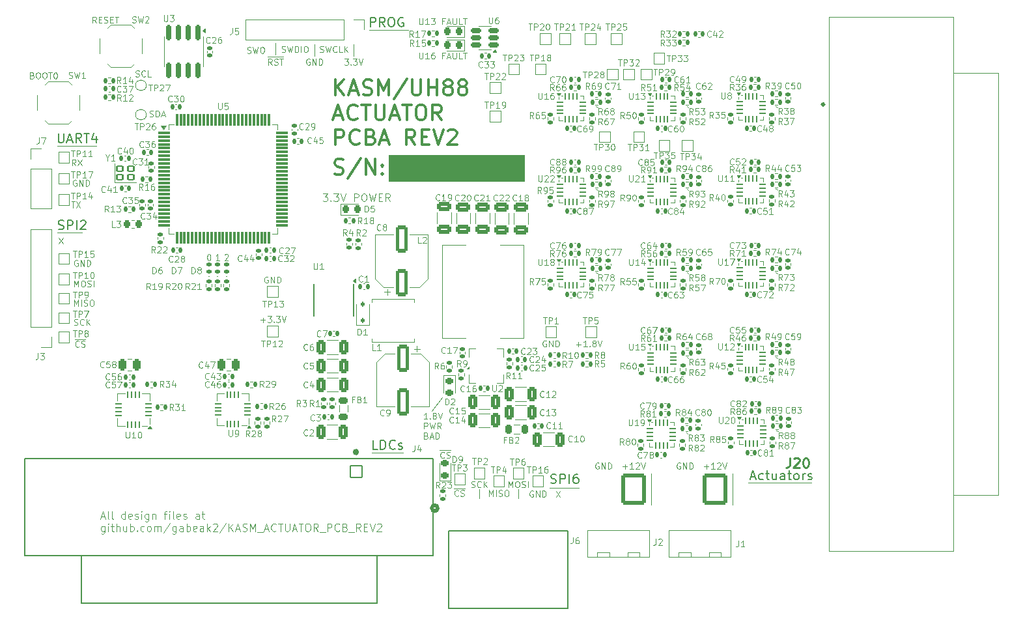
<source format=gbr>
%TF.GenerationSoftware,KiCad,Pcbnew,8.0.1*%
%TF.CreationDate,2024-11-04T21:37:07-08:00*%
%TF.ProjectId,kasm_pcb_rev2,6b61736d-5f70-4636-925f-726576322e6b,rev?*%
%TF.SameCoordinates,Original*%
%TF.FileFunction,Legend,Top*%
%TF.FilePolarity,Positive*%
%FSLAX46Y46*%
G04 Gerber Fmt 4.6, Leading zero omitted, Abs format (unit mm)*
G04 Created by KiCad (PCBNEW 8.0.1) date 2024-11-04 21:37:07*
%MOMM*%
%LPD*%
G01*
G04 APERTURE LIST*
G04 Aperture macros list*
%AMRoundRect*
0 Rectangle with rounded corners*
0 $1 Rounding radius*
0 $2 $3 $4 $5 $6 $7 $8 $9 X,Y pos of 4 corners*
0 Add a 4 corners polygon primitive as box body*
4,1,4,$2,$3,$4,$5,$6,$7,$8,$9,$2,$3,0*
0 Add four circle primitives for the rounded corners*
1,1,$1+$1,$2,$3*
1,1,$1+$1,$4,$5*
1,1,$1+$1,$6,$7*
1,1,$1+$1,$8,$9*
0 Add four rect primitives between the rounded corners*
20,1,$1+$1,$2,$3,$4,$5,0*
20,1,$1+$1,$4,$5,$6,$7,0*
20,1,$1+$1,$6,$7,$8,$9,0*
20,1,$1+$1,$8,$9,$2,$3,0*%
G04 Aperture macros list end*
%ADD10C,0.100000*%
%ADD11C,0.300000*%
%ADD12C,0.200000*%
%ADD13C,0.254000*%
%ADD14C,0.120000*%
%ADD15C,0.127000*%
%ADD16C,0.400000*%
%ADD17C,0.150000*%
%ADD18C,0.152400*%
%ADD19C,0.508000*%
%ADD20RoundRect,0.135000X-0.185000X0.135000X-0.185000X-0.135000X0.185000X-0.135000X0.185000X0.135000X0*%
%ADD21RoundRect,0.218750X0.256250X-0.218750X0.256250X0.218750X-0.256250X0.218750X-0.256250X-0.218750X0*%
%ADD22C,4.395000*%
%ADD23RoundRect,0.102000X-0.781050X-0.781050X0.781050X-0.781050X0.781050X0.781050X-0.781050X0.781050X0*%
%ADD24C,1.766100*%
%ADD25RoundRect,0.135000X-0.135000X-0.185000X0.135000X-0.185000X0.135000X0.185000X-0.135000X0.185000X0*%
%ADD26RoundRect,0.062500X0.375000X0.062500X-0.375000X0.062500X-0.375000X-0.062500X0.375000X-0.062500X0*%
%ADD27RoundRect,0.062500X0.062500X0.375000X-0.062500X0.375000X-0.062500X-0.375000X0.062500X-0.375000X0*%
%ADD28R,2.600000X2.600000*%
%ADD29RoundRect,0.250000X0.325000X0.650000X-0.325000X0.650000X-0.325000X-0.650000X0.325000X-0.650000X0*%
%ADD30RoundRect,0.135000X0.135000X0.185000X-0.135000X0.185000X-0.135000X-0.185000X0.135000X-0.185000X0*%
%ADD31R,0.600000X1.550000*%
%ADD32R,3.100000X2.600000*%
%ADD33R,1.000000X0.750000*%
%ADD34R,1.000000X1.000000*%
%ADD35RoundRect,0.140000X-0.140000X-0.170000X0.140000X-0.170000X0.140000X0.170000X-0.140000X0.170000X0*%
%ADD36RoundRect,0.140000X0.170000X-0.140000X0.170000X0.140000X-0.170000X0.140000X-0.170000X-0.140000X0*%
%ADD37RoundRect,0.140000X0.140000X0.170000X-0.140000X0.170000X-0.140000X-0.170000X0.140000X-0.170000X0*%
%ADD38RoundRect,0.062500X-0.325000X-0.062500X0.325000X-0.062500X0.325000X0.062500X-0.325000X0.062500X0*%
%ADD39RoundRect,0.062500X-0.062500X-0.325000X0.062500X-0.325000X0.062500X0.325000X-0.062500X0.325000X0*%
%ADD40R,1.800000X1.800000*%
%ADD41R,1.400000X4.200000*%
%ADD42RoundRect,0.218750X-0.218750X-0.256250X0.218750X-0.256250X0.218750X0.256250X-0.218750X0.256250X0*%
%ADD43RoundRect,0.250000X0.550000X-1.500000X0.550000X1.500000X-0.550000X1.500000X-0.550000X-1.500000X0*%
%ADD44RoundRect,0.250000X1.330000X1.800000X-1.330000X1.800000X-1.330000X-1.800000X1.330000X-1.800000X0*%
%ADD45O,3.160000X4.100000*%
%ADD46C,5.600000*%
%ADD47RoundRect,0.135000X0.185000X-0.135000X0.185000X0.135000X-0.185000X0.135000X-0.185000X-0.135000X0*%
%ADD48RoundRect,0.112500X0.112500X-0.187500X0.112500X0.187500X-0.112500X0.187500X-0.112500X-0.187500X0*%
%ADD49C,1.574800*%
%ADD50RoundRect,0.218750X0.381250X-0.218750X0.381250X0.218750X-0.381250X0.218750X-0.381250X-0.218750X0*%
%ADD51RoundRect,0.147500X0.172500X-0.147500X0.172500X0.147500X-0.172500X0.147500X-0.172500X-0.147500X0*%
%ADD52RoundRect,0.250000X0.650000X-0.325000X0.650000X0.325000X-0.650000X0.325000X-0.650000X-0.325000X0*%
%ADD53RoundRect,0.218750X0.218750X0.381250X-0.218750X0.381250X-0.218750X-0.381250X0.218750X-0.381250X0*%
%ADD54RoundRect,0.250000X0.250000X0.475000X-0.250000X0.475000X-0.250000X-0.475000X0.250000X-0.475000X0*%
%ADD55R,4.000000X3.500000*%
%ADD56RoundRect,0.218750X0.218750X0.256250X-0.218750X0.256250X-0.218750X-0.256250X0.218750X-0.256250X0*%
%ADD57C,1.575000*%
%ADD58C,5.175000*%
%ADD59RoundRect,0.250000X-0.325000X-0.650000X0.325000X-0.650000X0.325000X0.650000X-0.325000X0.650000X0*%
%ADD60RoundRect,0.150000X-0.150000X0.825000X-0.150000X-0.825000X0.150000X-0.825000X0.150000X0.825000X0*%
%ADD61RoundRect,0.140000X-0.170000X0.140000X-0.170000X-0.140000X0.170000X-0.140000X0.170000X0.140000X0*%
%ADD62RoundRect,0.218750X-0.256250X0.218750X-0.256250X-0.218750X0.256250X-0.218750X0.256250X0.218750X0*%
%ADD63RoundRect,0.150000X0.512500X0.150000X-0.512500X0.150000X-0.512500X-0.150000X0.512500X-0.150000X0*%
%ADD64RoundRect,0.250000X-0.550000X1.500000X-0.550000X-1.500000X0.550000X-1.500000X0.550000X1.500000X0*%
%ADD65R,0.850000X0.280000*%
%ADD66R,0.280000X0.850000*%
%ADD67R,2.050000X2.050000*%
%ADD68C,1.000000*%
%ADD69R,1.700000X1.700000*%
%ADD70O,1.700000X1.700000*%
%ADD71RoundRect,0.102000X-0.373000X-0.323000X0.373000X-0.323000X0.373000X0.323000X-0.373000X0.323000X0*%
%ADD72RoundRect,0.075000X-0.725000X-0.075000X0.725000X-0.075000X0.725000X0.075000X-0.725000X0.075000X0*%
%ADD73RoundRect,0.075000X-0.075000X-0.725000X0.075000X-0.725000X0.075000X0.725000X-0.075000X0.725000X0*%
G04 APERTURE END LIST*
D10*
X108688865Y-94537333D02*
X109298389Y-94537333D01*
X108993627Y-94842095D02*
X108993627Y-94232571D01*
X109603150Y-94042095D02*
X110098388Y-94042095D01*
X110098388Y-94042095D02*
X109831722Y-94346857D01*
X109831722Y-94346857D02*
X109946007Y-94346857D01*
X109946007Y-94346857D02*
X110022198Y-94384952D01*
X110022198Y-94384952D02*
X110060293Y-94423047D01*
X110060293Y-94423047D02*
X110098388Y-94499238D01*
X110098388Y-94499238D02*
X110098388Y-94689714D01*
X110098388Y-94689714D02*
X110060293Y-94765904D01*
X110060293Y-94765904D02*
X110022198Y-94804000D01*
X110022198Y-94804000D02*
X109946007Y-94842095D01*
X109946007Y-94842095D02*
X109717436Y-94842095D01*
X109717436Y-94842095D02*
X109641245Y-94804000D01*
X109641245Y-94804000D02*
X109603150Y-94765904D01*
X110441246Y-94765904D02*
X110479341Y-94804000D01*
X110479341Y-94804000D02*
X110441246Y-94842095D01*
X110441246Y-94842095D02*
X110403150Y-94804000D01*
X110403150Y-94804000D02*
X110441246Y-94765904D01*
X110441246Y-94765904D02*
X110441246Y-94842095D01*
X110746007Y-94042095D02*
X111241245Y-94042095D01*
X111241245Y-94042095D02*
X110974579Y-94346857D01*
X110974579Y-94346857D02*
X111088864Y-94346857D01*
X111088864Y-94346857D02*
X111165055Y-94384952D01*
X111165055Y-94384952D02*
X111203150Y-94423047D01*
X111203150Y-94423047D02*
X111241245Y-94499238D01*
X111241245Y-94499238D02*
X111241245Y-94689714D01*
X111241245Y-94689714D02*
X111203150Y-94765904D01*
X111203150Y-94765904D02*
X111165055Y-94804000D01*
X111165055Y-94804000D02*
X111088864Y-94842095D01*
X111088864Y-94842095D02*
X110860293Y-94842095D01*
X110860293Y-94842095D02*
X110784102Y-94804000D01*
X110784102Y-94804000D02*
X110746007Y-94765904D01*
X111469817Y-94042095D02*
X111736484Y-94842095D01*
X111736484Y-94842095D02*
X112003150Y-94042095D01*
X109641312Y-88923990D02*
X109565122Y-88885895D01*
X109565122Y-88885895D02*
X109450836Y-88885895D01*
X109450836Y-88885895D02*
X109336550Y-88923990D01*
X109336550Y-88923990D02*
X109260360Y-89000180D01*
X109260360Y-89000180D02*
X109222265Y-89076371D01*
X109222265Y-89076371D02*
X109184169Y-89228752D01*
X109184169Y-89228752D02*
X109184169Y-89343038D01*
X109184169Y-89343038D02*
X109222265Y-89495419D01*
X109222265Y-89495419D02*
X109260360Y-89571609D01*
X109260360Y-89571609D02*
X109336550Y-89647800D01*
X109336550Y-89647800D02*
X109450836Y-89685895D01*
X109450836Y-89685895D02*
X109527027Y-89685895D01*
X109527027Y-89685895D02*
X109641312Y-89647800D01*
X109641312Y-89647800D02*
X109679408Y-89609704D01*
X109679408Y-89609704D02*
X109679408Y-89343038D01*
X109679408Y-89343038D02*
X109527027Y-89343038D01*
X110022265Y-89685895D02*
X110022265Y-88885895D01*
X110022265Y-88885895D02*
X110479408Y-89685895D01*
X110479408Y-89685895D02*
X110479408Y-88885895D01*
X110860360Y-89685895D02*
X110860360Y-88885895D01*
X110860360Y-88885895D02*
X111050836Y-88885895D01*
X111050836Y-88885895D02*
X111165122Y-88923990D01*
X111165122Y-88923990D02*
X111241312Y-89000180D01*
X111241312Y-89000180D02*
X111279407Y-89076371D01*
X111279407Y-89076371D02*
X111317503Y-89228752D01*
X111317503Y-89228752D02*
X111317503Y-89343038D01*
X111317503Y-89343038D02*
X111279407Y-89495419D01*
X111279407Y-89495419D02*
X111241312Y-89571609D01*
X111241312Y-89571609D02*
X111165122Y-89647800D01*
X111165122Y-89647800D02*
X111050836Y-89685895D01*
X111050836Y-89685895D02*
X110860360Y-89685895D01*
X149735265Y-97686933D02*
X150344789Y-97686933D01*
X150040027Y-97991695D02*
X150040027Y-97382171D01*
X151144788Y-97991695D02*
X150687645Y-97991695D01*
X150916217Y-97991695D02*
X150916217Y-97191695D01*
X150916217Y-97191695D02*
X150840026Y-97305980D01*
X150840026Y-97305980D02*
X150763836Y-97382171D01*
X150763836Y-97382171D02*
X150687645Y-97420266D01*
X151487646Y-97915504D02*
X151525741Y-97953600D01*
X151525741Y-97953600D02*
X151487646Y-97991695D01*
X151487646Y-97991695D02*
X151449550Y-97953600D01*
X151449550Y-97953600D02*
X151487646Y-97915504D01*
X151487646Y-97915504D02*
X151487646Y-97991695D01*
X151982883Y-97534552D02*
X151906693Y-97496457D01*
X151906693Y-97496457D02*
X151868598Y-97458361D01*
X151868598Y-97458361D02*
X151830502Y-97382171D01*
X151830502Y-97382171D02*
X151830502Y-97344076D01*
X151830502Y-97344076D02*
X151868598Y-97267885D01*
X151868598Y-97267885D02*
X151906693Y-97229790D01*
X151906693Y-97229790D02*
X151982883Y-97191695D01*
X151982883Y-97191695D02*
X152135264Y-97191695D01*
X152135264Y-97191695D02*
X152211455Y-97229790D01*
X152211455Y-97229790D02*
X152249550Y-97267885D01*
X152249550Y-97267885D02*
X152287645Y-97344076D01*
X152287645Y-97344076D02*
X152287645Y-97382171D01*
X152287645Y-97382171D02*
X152249550Y-97458361D01*
X152249550Y-97458361D02*
X152211455Y-97496457D01*
X152211455Y-97496457D02*
X152135264Y-97534552D01*
X152135264Y-97534552D02*
X151982883Y-97534552D01*
X151982883Y-97534552D02*
X151906693Y-97572647D01*
X151906693Y-97572647D02*
X151868598Y-97610742D01*
X151868598Y-97610742D02*
X151830502Y-97686933D01*
X151830502Y-97686933D02*
X151830502Y-97839314D01*
X151830502Y-97839314D02*
X151868598Y-97915504D01*
X151868598Y-97915504D02*
X151906693Y-97953600D01*
X151906693Y-97953600D02*
X151982883Y-97991695D01*
X151982883Y-97991695D02*
X152135264Y-97991695D01*
X152135264Y-97991695D02*
X152211455Y-97953600D01*
X152211455Y-97953600D02*
X152249550Y-97915504D01*
X152249550Y-97915504D02*
X152287645Y-97839314D01*
X152287645Y-97839314D02*
X152287645Y-97686933D01*
X152287645Y-97686933D02*
X152249550Y-97610742D01*
X152249550Y-97610742D02*
X152211455Y-97572647D01*
X152211455Y-97572647D02*
X152135264Y-97534552D01*
X152516217Y-97191695D02*
X152782884Y-97991695D01*
X152782884Y-97991695D02*
X153049550Y-97191695D01*
X145842665Y-97229790D02*
X145766475Y-97191695D01*
X145766475Y-97191695D02*
X145652189Y-97191695D01*
X145652189Y-97191695D02*
X145537903Y-97229790D01*
X145537903Y-97229790D02*
X145461713Y-97305980D01*
X145461713Y-97305980D02*
X145423618Y-97382171D01*
X145423618Y-97382171D02*
X145385522Y-97534552D01*
X145385522Y-97534552D02*
X145385522Y-97648838D01*
X145385522Y-97648838D02*
X145423618Y-97801219D01*
X145423618Y-97801219D02*
X145461713Y-97877409D01*
X145461713Y-97877409D02*
X145537903Y-97953600D01*
X145537903Y-97953600D02*
X145652189Y-97991695D01*
X145652189Y-97991695D02*
X145728380Y-97991695D01*
X145728380Y-97991695D02*
X145842665Y-97953600D01*
X145842665Y-97953600D02*
X145880761Y-97915504D01*
X145880761Y-97915504D02*
X145880761Y-97648838D01*
X145880761Y-97648838D02*
X145728380Y-97648838D01*
X146223618Y-97991695D02*
X146223618Y-97191695D01*
X146223618Y-97191695D02*
X146680761Y-97991695D01*
X146680761Y-97991695D02*
X146680761Y-97191695D01*
X147061713Y-97991695D02*
X147061713Y-97191695D01*
X147061713Y-97191695D02*
X147252189Y-97191695D01*
X147252189Y-97191695D02*
X147366475Y-97229790D01*
X147366475Y-97229790D02*
X147442665Y-97305980D01*
X147442665Y-97305980D02*
X147480760Y-97382171D01*
X147480760Y-97382171D02*
X147518856Y-97534552D01*
X147518856Y-97534552D02*
X147518856Y-97648838D01*
X147518856Y-97648838D02*
X147480760Y-97801219D01*
X147480760Y-97801219D02*
X147442665Y-97877409D01*
X147442665Y-97877409D02*
X147366475Y-97953600D01*
X147366475Y-97953600D02*
X147252189Y-97991695D01*
X147252189Y-97991695D02*
X147061713Y-97991695D01*
X132564808Y-112393504D02*
X132526712Y-112431600D01*
X132526712Y-112431600D02*
X132412427Y-112469695D01*
X132412427Y-112469695D02*
X132336236Y-112469695D01*
X132336236Y-112469695D02*
X132221950Y-112431600D01*
X132221950Y-112431600D02*
X132145760Y-112355409D01*
X132145760Y-112355409D02*
X132107665Y-112279219D01*
X132107665Y-112279219D02*
X132069569Y-112126838D01*
X132069569Y-112126838D02*
X132069569Y-112012552D01*
X132069569Y-112012552D02*
X132107665Y-111860171D01*
X132107665Y-111860171D02*
X132145760Y-111783980D01*
X132145760Y-111783980D02*
X132221950Y-111707790D01*
X132221950Y-111707790D02*
X132336236Y-111669695D01*
X132336236Y-111669695D02*
X132412427Y-111669695D01*
X132412427Y-111669695D02*
X132526712Y-111707790D01*
X132526712Y-111707790D02*
X132564808Y-111745885D01*
X132869569Y-112431600D02*
X132983855Y-112469695D01*
X132983855Y-112469695D02*
X133174331Y-112469695D01*
X133174331Y-112469695D02*
X133250522Y-112431600D01*
X133250522Y-112431600D02*
X133288617Y-112393504D01*
X133288617Y-112393504D02*
X133326712Y-112317314D01*
X133326712Y-112317314D02*
X133326712Y-112241123D01*
X133326712Y-112241123D02*
X133288617Y-112164933D01*
X133288617Y-112164933D02*
X133250522Y-112126838D01*
X133250522Y-112126838D02*
X133174331Y-112088742D01*
X133174331Y-112088742D02*
X133021950Y-112050647D01*
X133021950Y-112050647D02*
X132945760Y-112012552D01*
X132945760Y-112012552D02*
X132907665Y-111974457D01*
X132907665Y-111974457D02*
X132869569Y-111898266D01*
X132869569Y-111898266D02*
X132869569Y-111822076D01*
X132869569Y-111822076D02*
X132907665Y-111745885D01*
X132907665Y-111745885D02*
X132945760Y-111707790D01*
X132945760Y-111707790D02*
X133021950Y-111669695D01*
X133021950Y-111669695D02*
X133212427Y-111669695D01*
X133212427Y-111669695D02*
X133326712Y-111707790D01*
X131997189Y-111447600D02*
X133399094Y-111447600D01*
X164109400Y-77495400D02*
X164312600Y-77622400D01*
X175691800Y-99339400D02*
X175895000Y-99466400D01*
X130987800Y-106400600D02*
X132308600Y-104571800D01*
X164109400Y-99364800D02*
X164312600Y-99491800D01*
X175691800Y-66751200D02*
X175895000Y-66878200D01*
X127254000Y-111760000D02*
X123161425Y-111760000D01*
X152298400Y-77495400D02*
X152501600Y-77622400D01*
X180340000Y-115697000D02*
X172085000Y-115697000D01*
X85458300Y-83185000D02*
X82296000Y-83185000D01*
X127942975Y-56819800D02*
X122805825Y-56819800D01*
X125349000Y-73088500D02*
X143002000Y-73088500D01*
X143002000Y-76517500D01*
X125349000Y-76517500D01*
X125349000Y-73088500D01*
G36*
X125349000Y-73088500D02*
G01*
X143002000Y-73088500D01*
X143002000Y-76517500D01*
X125349000Y-76517500D01*
X125349000Y-73088500D01*
G37*
X115697000Y-60198000D02*
X115697000Y-58674000D01*
X152298400Y-66776600D02*
X152501600Y-66903600D01*
X175768000Y-108894600D02*
X175971200Y-109021600D01*
X110617000Y-60071000D02*
X110617000Y-58547000D01*
X87376000Y-71882000D02*
X82238850Y-71882000D01*
X175691800Y-88341200D02*
X175895000Y-88468200D01*
X142201900Y-116509800D02*
X142201900Y-117703600D01*
X175691800Y-77470000D02*
X175895000Y-77597000D01*
X164033200Y-109199400D02*
X164236400Y-109326400D01*
X164109400Y-66776600D02*
X164312600Y-66903600D01*
X137121900Y-116484400D02*
X137121900Y-117678200D01*
X150101300Y-116382800D02*
X146265900Y-116382800D01*
X152298400Y-88366600D02*
X152501600Y-88493600D01*
X120777000Y-60198000D02*
X120777000Y-58674000D01*
X164109400Y-88366600D02*
X164312600Y-88493600D01*
X134399875Y-117346504D02*
X134361779Y-117384600D01*
X134361779Y-117384600D02*
X134247494Y-117422695D01*
X134247494Y-117422695D02*
X134171303Y-117422695D01*
X134171303Y-117422695D02*
X134057017Y-117384600D01*
X134057017Y-117384600D02*
X133980827Y-117308409D01*
X133980827Y-117308409D02*
X133942732Y-117232219D01*
X133942732Y-117232219D02*
X133904636Y-117079838D01*
X133904636Y-117079838D02*
X133904636Y-116965552D01*
X133904636Y-116965552D02*
X133942732Y-116813171D01*
X133942732Y-116813171D02*
X133980827Y-116736980D01*
X133980827Y-116736980D02*
X134057017Y-116660790D01*
X134057017Y-116660790D02*
X134171303Y-116622695D01*
X134171303Y-116622695D02*
X134247494Y-116622695D01*
X134247494Y-116622695D02*
X134361779Y-116660790D01*
X134361779Y-116660790D02*
X134399875Y-116698885D01*
X134704636Y-117384600D02*
X134818922Y-117422695D01*
X134818922Y-117422695D02*
X135009398Y-117422695D01*
X135009398Y-117422695D02*
X135085589Y-117384600D01*
X135085589Y-117384600D02*
X135123684Y-117346504D01*
X135123684Y-117346504D02*
X135161779Y-117270314D01*
X135161779Y-117270314D02*
X135161779Y-117194123D01*
X135161779Y-117194123D02*
X135123684Y-117117933D01*
X135123684Y-117117933D02*
X135085589Y-117079838D01*
X135085589Y-117079838D02*
X135009398Y-117041742D01*
X135009398Y-117041742D02*
X134857017Y-117003647D01*
X134857017Y-117003647D02*
X134780827Y-116965552D01*
X134780827Y-116965552D02*
X134742732Y-116927457D01*
X134742732Y-116927457D02*
X134704636Y-116851266D01*
X134704636Y-116851266D02*
X134704636Y-116775076D01*
X134704636Y-116775076D02*
X134742732Y-116698885D01*
X134742732Y-116698885D02*
X134780827Y-116660790D01*
X134780827Y-116660790D02*
X134857017Y-116622695D01*
X134857017Y-116622695D02*
X135047494Y-116622695D01*
X135047494Y-116622695D02*
X135161779Y-116660790D01*
X133832256Y-116400600D02*
X135234161Y-116400600D01*
X106968026Y-59802800D02*
X107082312Y-59840895D01*
X107082312Y-59840895D02*
X107272788Y-59840895D01*
X107272788Y-59840895D02*
X107348979Y-59802800D01*
X107348979Y-59802800D02*
X107387074Y-59764704D01*
X107387074Y-59764704D02*
X107425169Y-59688514D01*
X107425169Y-59688514D02*
X107425169Y-59612323D01*
X107425169Y-59612323D02*
X107387074Y-59536133D01*
X107387074Y-59536133D02*
X107348979Y-59498038D01*
X107348979Y-59498038D02*
X107272788Y-59459942D01*
X107272788Y-59459942D02*
X107120407Y-59421847D01*
X107120407Y-59421847D02*
X107044217Y-59383752D01*
X107044217Y-59383752D02*
X107006122Y-59345657D01*
X107006122Y-59345657D02*
X106968026Y-59269466D01*
X106968026Y-59269466D02*
X106968026Y-59193276D01*
X106968026Y-59193276D02*
X107006122Y-59117085D01*
X107006122Y-59117085D02*
X107044217Y-59078990D01*
X107044217Y-59078990D02*
X107120407Y-59040895D01*
X107120407Y-59040895D02*
X107310884Y-59040895D01*
X107310884Y-59040895D02*
X107425169Y-59078990D01*
X107691836Y-59040895D02*
X107882312Y-59840895D01*
X107882312Y-59840895D02*
X108034693Y-59269466D01*
X108034693Y-59269466D02*
X108187074Y-59840895D01*
X108187074Y-59840895D02*
X108377551Y-59040895D01*
X108834694Y-59040895D02*
X108987075Y-59040895D01*
X108987075Y-59040895D02*
X109063265Y-59078990D01*
X109063265Y-59078990D02*
X109139456Y-59155180D01*
X109139456Y-59155180D02*
X109177551Y-59307561D01*
X109177551Y-59307561D02*
X109177551Y-59574228D01*
X109177551Y-59574228D02*
X109139456Y-59726609D01*
X109139456Y-59726609D02*
X109063265Y-59802800D01*
X109063265Y-59802800D02*
X108987075Y-59840895D01*
X108987075Y-59840895D02*
X108834694Y-59840895D01*
X108834694Y-59840895D02*
X108758503Y-59802800D01*
X108758503Y-59802800D02*
X108682313Y-59726609D01*
X108682313Y-59726609D02*
X108644217Y-59574228D01*
X108644217Y-59574228D02*
X108644217Y-59307561D01*
X108644217Y-59307561D02*
X108682313Y-59155180D01*
X108682313Y-59155180D02*
X108758503Y-59078990D01*
X108758503Y-59078990D02*
X108834694Y-59040895D01*
X84660408Y-74445895D02*
X84393741Y-74064942D01*
X84203265Y-74445895D02*
X84203265Y-73645895D01*
X84203265Y-73645895D02*
X84508027Y-73645895D01*
X84508027Y-73645895D02*
X84584217Y-73683990D01*
X84584217Y-73683990D02*
X84622312Y-73722085D01*
X84622312Y-73722085D02*
X84660408Y-73798276D01*
X84660408Y-73798276D02*
X84660408Y-73912561D01*
X84660408Y-73912561D02*
X84622312Y-73988752D01*
X84622312Y-73988752D02*
X84584217Y-74026847D01*
X84584217Y-74026847D02*
X84508027Y-74064942D01*
X84508027Y-74064942D02*
X84203265Y-74064942D01*
X84927074Y-73645895D02*
X85460408Y-74445895D01*
X85460408Y-73645895D02*
X84927074Y-74445895D01*
X82476074Y-83805895D02*
X83009408Y-84605895D01*
X83009408Y-83805895D02*
X82476074Y-84605895D01*
X163256712Y-113130190D02*
X163180522Y-113092095D01*
X163180522Y-113092095D02*
X163066236Y-113092095D01*
X163066236Y-113092095D02*
X162951950Y-113130190D01*
X162951950Y-113130190D02*
X162875760Y-113206380D01*
X162875760Y-113206380D02*
X162837665Y-113282571D01*
X162837665Y-113282571D02*
X162799569Y-113434952D01*
X162799569Y-113434952D02*
X162799569Y-113549238D01*
X162799569Y-113549238D02*
X162837665Y-113701619D01*
X162837665Y-113701619D02*
X162875760Y-113777809D01*
X162875760Y-113777809D02*
X162951950Y-113854000D01*
X162951950Y-113854000D02*
X163066236Y-113892095D01*
X163066236Y-113892095D02*
X163142427Y-113892095D01*
X163142427Y-113892095D02*
X163256712Y-113854000D01*
X163256712Y-113854000D02*
X163294808Y-113815904D01*
X163294808Y-113815904D02*
X163294808Y-113549238D01*
X163294808Y-113549238D02*
X163142427Y-113549238D01*
X163637665Y-113892095D02*
X163637665Y-113092095D01*
X163637665Y-113092095D02*
X164094808Y-113892095D01*
X164094808Y-113892095D02*
X164094808Y-113092095D01*
X164475760Y-113892095D02*
X164475760Y-113092095D01*
X164475760Y-113092095D02*
X164666236Y-113092095D01*
X164666236Y-113092095D02*
X164780522Y-113130190D01*
X164780522Y-113130190D02*
X164856712Y-113206380D01*
X164856712Y-113206380D02*
X164894807Y-113282571D01*
X164894807Y-113282571D02*
X164932903Y-113434952D01*
X164932903Y-113434952D02*
X164932903Y-113549238D01*
X164932903Y-113549238D02*
X164894807Y-113701619D01*
X164894807Y-113701619D02*
X164856712Y-113777809D01*
X164856712Y-113777809D02*
X164780522Y-113854000D01*
X164780522Y-113854000D02*
X164666236Y-113892095D01*
X164666236Y-113892095D02*
X164475760Y-113892095D01*
X84444569Y-95159600D02*
X84558855Y-95197695D01*
X84558855Y-95197695D02*
X84749331Y-95197695D01*
X84749331Y-95197695D02*
X84825522Y-95159600D01*
X84825522Y-95159600D02*
X84863617Y-95121504D01*
X84863617Y-95121504D02*
X84901712Y-95045314D01*
X84901712Y-95045314D02*
X84901712Y-94969123D01*
X84901712Y-94969123D02*
X84863617Y-94892933D01*
X84863617Y-94892933D02*
X84825522Y-94854838D01*
X84825522Y-94854838D02*
X84749331Y-94816742D01*
X84749331Y-94816742D02*
X84596950Y-94778647D01*
X84596950Y-94778647D02*
X84520760Y-94740552D01*
X84520760Y-94740552D02*
X84482665Y-94702457D01*
X84482665Y-94702457D02*
X84444569Y-94626266D01*
X84444569Y-94626266D02*
X84444569Y-94550076D01*
X84444569Y-94550076D02*
X84482665Y-94473885D01*
X84482665Y-94473885D02*
X84520760Y-94435790D01*
X84520760Y-94435790D02*
X84596950Y-94397695D01*
X84596950Y-94397695D02*
X84787427Y-94397695D01*
X84787427Y-94397695D02*
X84901712Y-94435790D01*
X85701713Y-95121504D02*
X85663617Y-95159600D01*
X85663617Y-95159600D02*
X85549332Y-95197695D01*
X85549332Y-95197695D02*
X85473141Y-95197695D01*
X85473141Y-95197695D02*
X85358855Y-95159600D01*
X85358855Y-95159600D02*
X85282665Y-95083409D01*
X85282665Y-95083409D02*
X85244570Y-95007219D01*
X85244570Y-95007219D02*
X85206474Y-94854838D01*
X85206474Y-94854838D02*
X85206474Y-94740552D01*
X85206474Y-94740552D02*
X85244570Y-94588171D01*
X85244570Y-94588171D02*
X85282665Y-94511980D01*
X85282665Y-94511980D02*
X85358855Y-94435790D01*
X85358855Y-94435790D02*
X85473141Y-94397695D01*
X85473141Y-94397695D02*
X85549332Y-94397695D01*
X85549332Y-94397695D02*
X85663617Y-94435790D01*
X85663617Y-94435790D02*
X85701713Y-94473885D01*
X86044570Y-95197695D02*
X86044570Y-94397695D01*
X86501713Y-95197695D02*
X86158855Y-94740552D01*
X86501713Y-94397695D02*
X86044570Y-94854838D01*
X110174694Y-61364895D02*
X109908027Y-60983942D01*
X109717551Y-61364895D02*
X109717551Y-60564895D01*
X109717551Y-60564895D02*
X110022313Y-60564895D01*
X110022313Y-60564895D02*
X110098503Y-60602990D01*
X110098503Y-60602990D02*
X110136598Y-60641085D01*
X110136598Y-60641085D02*
X110174694Y-60717276D01*
X110174694Y-60717276D02*
X110174694Y-60831561D01*
X110174694Y-60831561D02*
X110136598Y-60907752D01*
X110136598Y-60907752D02*
X110098503Y-60945847D01*
X110098503Y-60945847D02*
X110022313Y-60983942D01*
X110022313Y-60983942D02*
X109717551Y-60983942D01*
X110479455Y-61326800D02*
X110593741Y-61364895D01*
X110593741Y-61364895D02*
X110784217Y-61364895D01*
X110784217Y-61364895D02*
X110860408Y-61326800D01*
X110860408Y-61326800D02*
X110898503Y-61288704D01*
X110898503Y-61288704D02*
X110936598Y-61212514D01*
X110936598Y-61212514D02*
X110936598Y-61136323D01*
X110936598Y-61136323D02*
X110898503Y-61060133D01*
X110898503Y-61060133D02*
X110860408Y-61022038D01*
X110860408Y-61022038D02*
X110784217Y-60983942D01*
X110784217Y-60983942D02*
X110631836Y-60945847D01*
X110631836Y-60945847D02*
X110555646Y-60907752D01*
X110555646Y-60907752D02*
X110517551Y-60869657D01*
X110517551Y-60869657D02*
X110479455Y-60793466D01*
X110479455Y-60793466D02*
X110479455Y-60717276D01*
X110479455Y-60717276D02*
X110517551Y-60641085D01*
X110517551Y-60641085D02*
X110555646Y-60602990D01*
X110555646Y-60602990D02*
X110631836Y-60564895D01*
X110631836Y-60564895D02*
X110822313Y-60564895D01*
X110822313Y-60564895D02*
X110936598Y-60602990D01*
X111165170Y-60564895D02*
X111622313Y-60564895D01*
X111393741Y-61364895D02*
X111393741Y-60564895D01*
X109607075Y-60342800D02*
X111618504Y-60342800D01*
X84749312Y-76350990D02*
X84673122Y-76312895D01*
X84673122Y-76312895D02*
X84558836Y-76312895D01*
X84558836Y-76312895D02*
X84444550Y-76350990D01*
X84444550Y-76350990D02*
X84368360Y-76427180D01*
X84368360Y-76427180D02*
X84330265Y-76503371D01*
X84330265Y-76503371D02*
X84292169Y-76655752D01*
X84292169Y-76655752D02*
X84292169Y-76770038D01*
X84292169Y-76770038D02*
X84330265Y-76922419D01*
X84330265Y-76922419D02*
X84368360Y-76998609D01*
X84368360Y-76998609D02*
X84444550Y-77074800D01*
X84444550Y-77074800D02*
X84558836Y-77112895D01*
X84558836Y-77112895D02*
X84635027Y-77112895D01*
X84635027Y-77112895D02*
X84749312Y-77074800D01*
X84749312Y-77074800D02*
X84787408Y-77036704D01*
X84787408Y-77036704D02*
X84787408Y-76770038D01*
X84787408Y-76770038D02*
X84635027Y-76770038D01*
X85130265Y-77112895D02*
X85130265Y-76312895D01*
X85130265Y-76312895D02*
X85587408Y-77112895D01*
X85587408Y-77112895D02*
X85587408Y-76312895D01*
X85968360Y-77112895D02*
X85968360Y-76312895D01*
X85968360Y-76312895D02*
X86158836Y-76312895D01*
X86158836Y-76312895D02*
X86273122Y-76350990D01*
X86273122Y-76350990D02*
X86349312Y-76427180D01*
X86349312Y-76427180D02*
X86387407Y-76503371D01*
X86387407Y-76503371D02*
X86425503Y-76655752D01*
X86425503Y-76655752D02*
X86425503Y-76770038D01*
X86425503Y-76770038D02*
X86387407Y-76922419D01*
X86387407Y-76922419D02*
X86349312Y-76998609D01*
X86349312Y-76998609D02*
X86273122Y-77074800D01*
X86273122Y-77074800D02*
X86158836Y-77112895D01*
X86158836Y-77112895D02*
X85968360Y-77112895D01*
X87937065Y-120099960D02*
X88413255Y-120099960D01*
X87841827Y-120385675D02*
X88175160Y-119385675D01*
X88175160Y-119385675D02*
X88508493Y-120385675D01*
X88984684Y-120385675D02*
X88889446Y-120338056D01*
X88889446Y-120338056D02*
X88841827Y-120242817D01*
X88841827Y-120242817D02*
X88841827Y-119385675D01*
X89508494Y-120385675D02*
X89413256Y-120338056D01*
X89413256Y-120338056D02*
X89365637Y-120242817D01*
X89365637Y-120242817D02*
X89365637Y-119385675D01*
X91079923Y-120385675D02*
X91079923Y-119385675D01*
X91079923Y-120338056D02*
X90984685Y-120385675D01*
X90984685Y-120385675D02*
X90794209Y-120385675D01*
X90794209Y-120385675D02*
X90698971Y-120338056D01*
X90698971Y-120338056D02*
X90651352Y-120290436D01*
X90651352Y-120290436D02*
X90603733Y-120195198D01*
X90603733Y-120195198D02*
X90603733Y-119909484D01*
X90603733Y-119909484D02*
X90651352Y-119814246D01*
X90651352Y-119814246D02*
X90698971Y-119766627D01*
X90698971Y-119766627D02*
X90794209Y-119719008D01*
X90794209Y-119719008D02*
X90984685Y-119719008D01*
X90984685Y-119719008D02*
X91079923Y-119766627D01*
X91937066Y-120338056D02*
X91841828Y-120385675D01*
X91841828Y-120385675D02*
X91651352Y-120385675D01*
X91651352Y-120385675D02*
X91556114Y-120338056D01*
X91556114Y-120338056D02*
X91508495Y-120242817D01*
X91508495Y-120242817D02*
X91508495Y-119861865D01*
X91508495Y-119861865D02*
X91556114Y-119766627D01*
X91556114Y-119766627D02*
X91651352Y-119719008D01*
X91651352Y-119719008D02*
X91841828Y-119719008D01*
X91841828Y-119719008D02*
X91937066Y-119766627D01*
X91937066Y-119766627D02*
X91984685Y-119861865D01*
X91984685Y-119861865D02*
X91984685Y-119957103D01*
X91984685Y-119957103D02*
X91508495Y-120052341D01*
X92365638Y-120338056D02*
X92460876Y-120385675D01*
X92460876Y-120385675D02*
X92651352Y-120385675D01*
X92651352Y-120385675D02*
X92746590Y-120338056D01*
X92746590Y-120338056D02*
X92794209Y-120242817D01*
X92794209Y-120242817D02*
X92794209Y-120195198D01*
X92794209Y-120195198D02*
X92746590Y-120099960D01*
X92746590Y-120099960D02*
X92651352Y-120052341D01*
X92651352Y-120052341D02*
X92508495Y-120052341D01*
X92508495Y-120052341D02*
X92413257Y-120004722D01*
X92413257Y-120004722D02*
X92365638Y-119909484D01*
X92365638Y-119909484D02*
X92365638Y-119861865D01*
X92365638Y-119861865D02*
X92413257Y-119766627D01*
X92413257Y-119766627D02*
X92508495Y-119719008D01*
X92508495Y-119719008D02*
X92651352Y-119719008D01*
X92651352Y-119719008D02*
X92746590Y-119766627D01*
X93222781Y-120385675D02*
X93222781Y-119719008D01*
X93222781Y-119385675D02*
X93175162Y-119433294D01*
X93175162Y-119433294D02*
X93222781Y-119480913D01*
X93222781Y-119480913D02*
X93270400Y-119433294D01*
X93270400Y-119433294D02*
X93222781Y-119385675D01*
X93222781Y-119385675D02*
X93222781Y-119480913D01*
X94127542Y-119719008D02*
X94127542Y-120528532D01*
X94127542Y-120528532D02*
X94079923Y-120623770D01*
X94079923Y-120623770D02*
X94032304Y-120671389D01*
X94032304Y-120671389D02*
X93937066Y-120719008D01*
X93937066Y-120719008D02*
X93794209Y-120719008D01*
X93794209Y-120719008D02*
X93698971Y-120671389D01*
X94127542Y-120338056D02*
X94032304Y-120385675D01*
X94032304Y-120385675D02*
X93841828Y-120385675D01*
X93841828Y-120385675D02*
X93746590Y-120338056D01*
X93746590Y-120338056D02*
X93698971Y-120290436D01*
X93698971Y-120290436D02*
X93651352Y-120195198D01*
X93651352Y-120195198D02*
X93651352Y-119909484D01*
X93651352Y-119909484D02*
X93698971Y-119814246D01*
X93698971Y-119814246D02*
X93746590Y-119766627D01*
X93746590Y-119766627D02*
X93841828Y-119719008D01*
X93841828Y-119719008D02*
X94032304Y-119719008D01*
X94032304Y-119719008D02*
X94127542Y-119766627D01*
X94603733Y-119719008D02*
X94603733Y-120385675D01*
X94603733Y-119814246D02*
X94651352Y-119766627D01*
X94651352Y-119766627D02*
X94746590Y-119719008D01*
X94746590Y-119719008D02*
X94889447Y-119719008D01*
X94889447Y-119719008D02*
X94984685Y-119766627D01*
X94984685Y-119766627D02*
X95032304Y-119861865D01*
X95032304Y-119861865D02*
X95032304Y-120385675D01*
X96127543Y-119719008D02*
X96508495Y-119719008D01*
X96270400Y-120385675D02*
X96270400Y-119528532D01*
X96270400Y-119528532D02*
X96318019Y-119433294D01*
X96318019Y-119433294D02*
X96413257Y-119385675D01*
X96413257Y-119385675D02*
X96508495Y-119385675D01*
X96841829Y-120385675D02*
X96841829Y-119719008D01*
X96841829Y-119385675D02*
X96794210Y-119433294D01*
X96794210Y-119433294D02*
X96841829Y-119480913D01*
X96841829Y-119480913D02*
X96889448Y-119433294D01*
X96889448Y-119433294D02*
X96841829Y-119385675D01*
X96841829Y-119385675D02*
X96841829Y-119480913D01*
X97460876Y-120385675D02*
X97365638Y-120338056D01*
X97365638Y-120338056D02*
X97318019Y-120242817D01*
X97318019Y-120242817D02*
X97318019Y-119385675D01*
X98222781Y-120338056D02*
X98127543Y-120385675D01*
X98127543Y-120385675D02*
X97937067Y-120385675D01*
X97937067Y-120385675D02*
X97841829Y-120338056D01*
X97841829Y-120338056D02*
X97794210Y-120242817D01*
X97794210Y-120242817D02*
X97794210Y-119861865D01*
X97794210Y-119861865D02*
X97841829Y-119766627D01*
X97841829Y-119766627D02*
X97937067Y-119719008D01*
X97937067Y-119719008D02*
X98127543Y-119719008D01*
X98127543Y-119719008D02*
X98222781Y-119766627D01*
X98222781Y-119766627D02*
X98270400Y-119861865D01*
X98270400Y-119861865D02*
X98270400Y-119957103D01*
X98270400Y-119957103D02*
X97794210Y-120052341D01*
X98651353Y-120338056D02*
X98746591Y-120385675D01*
X98746591Y-120385675D02*
X98937067Y-120385675D01*
X98937067Y-120385675D02*
X99032305Y-120338056D01*
X99032305Y-120338056D02*
X99079924Y-120242817D01*
X99079924Y-120242817D02*
X99079924Y-120195198D01*
X99079924Y-120195198D02*
X99032305Y-120099960D01*
X99032305Y-120099960D02*
X98937067Y-120052341D01*
X98937067Y-120052341D02*
X98794210Y-120052341D01*
X98794210Y-120052341D02*
X98698972Y-120004722D01*
X98698972Y-120004722D02*
X98651353Y-119909484D01*
X98651353Y-119909484D02*
X98651353Y-119861865D01*
X98651353Y-119861865D02*
X98698972Y-119766627D01*
X98698972Y-119766627D02*
X98794210Y-119719008D01*
X98794210Y-119719008D02*
X98937067Y-119719008D01*
X98937067Y-119719008D02*
X99032305Y-119766627D01*
X100698972Y-120385675D02*
X100698972Y-119861865D01*
X100698972Y-119861865D02*
X100651353Y-119766627D01*
X100651353Y-119766627D02*
X100556115Y-119719008D01*
X100556115Y-119719008D02*
X100365639Y-119719008D01*
X100365639Y-119719008D02*
X100270401Y-119766627D01*
X100698972Y-120338056D02*
X100603734Y-120385675D01*
X100603734Y-120385675D02*
X100365639Y-120385675D01*
X100365639Y-120385675D02*
X100270401Y-120338056D01*
X100270401Y-120338056D02*
X100222782Y-120242817D01*
X100222782Y-120242817D02*
X100222782Y-120147579D01*
X100222782Y-120147579D02*
X100270401Y-120052341D01*
X100270401Y-120052341D02*
X100365639Y-120004722D01*
X100365639Y-120004722D02*
X100603734Y-120004722D01*
X100603734Y-120004722D02*
X100698972Y-119957103D01*
X101032306Y-119719008D02*
X101413258Y-119719008D01*
X101175163Y-119385675D02*
X101175163Y-120242817D01*
X101175163Y-120242817D02*
X101222782Y-120338056D01*
X101222782Y-120338056D02*
X101318020Y-120385675D01*
X101318020Y-120385675D02*
X101413258Y-120385675D01*
X88413255Y-121328952D02*
X88413255Y-122138476D01*
X88413255Y-122138476D02*
X88365636Y-122233714D01*
X88365636Y-122233714D02*
X88318017Y-122281333D01*
X88318017Y-122281333D02*
X88222779Y-122328952D01*
X88222779Y-122328952D02*
X88079922Y-122328952D01*
X88079922Y-122328952D02*
X87984684Y-122281333D01*
X88413255Y-121948000D02*
X88318017Y-121995619D01*
X88318017Y-121995619D02*
X88127541Y-121995619D01*
X88127541Y-121995619D02*
X88032303Y-121948000D01*
X88032303Y-121948000D02*
X87984684Y-121900380D01*
X87984684Y-121900380D02*
X87937065Y-121805142D01*
X87937065Y-121805142D02*
X87937065Y-121519428D01*
X87937065Y-121519428D02*
X87984684Y-121424190D01*
X87984684Y-121424190D02*
X88032303Y-121376571D01*
X88032303Y-121376571D02*
X88127541Y-121328952D01*
X88127541Y-121328952D02*
X88318017Y-121328952D01*
X88318017Y-121328952D02*
X88413255Y-121376571D01*
X88889446Y-121995619D02*
X88889446Y-121328952D01*
X88889446Y-120995619D02*
X88841827Y-121043238D01*
X88841827Y-121043238D02*
X88889446Y-121090857D01*
X88889446Y-121090857D02*
X88937065Y-121043238D01*
X88937065Y-121043238D02*
X88889446Y-120995619D01*
X88889446Y-120995619D02*
X88889446Y-121090857D01*
X89222779Y-121328952D02*
X89603731Y-121328952D01*
X89365636Y-120995619D02*
X89365636Y-121852761D01*
X89365636Y-121852761D02*
X89413255Y-121948000D01*
X89413255Y-121948000D02*
X89508493Y-121995619D01*
X89508493Y-121995619D02*
X89603731Y-121995619D01*
X89937065Y-121995619D02*
X89937065Y-120995619D01*
X90365636Y-121995619D02*
X90365636Y-121471809D01*
X90365636Y-121471809D02*
X90318017Y-121376571D01*
X90318017Y-121376571D02*
X90222779Y-121328952D01*
X90222779Y-121328952D02*
X90079922Y-121328952D01*
X90079922Y-121328952D02*
X89984684Y-121376571D01*
X89984684Y-121376571D02*
X89937065Y-121424190D01*
X91270398Y-121328952D02*
X91270398Y-121995619D01*
X90841827Y-121328952D02*
X90841827Y-121852761D01*
X90841827Y-121852761D02*
X90889446Y-121948000D01*
X90889446Y-121948000D02*
X90984684Y-121995619D01*
X90984684Y-121995619D02*
X91127541Y-121995619D01*
X91127541Y-121995619D02*
X91222779Y-121948000D01*
X91222779Y-121948000D02*
X91270398Y-121900380D01*
X91746589Y-121995619D02*
X91746589Y-120995619D01*
X91746589Y-121376571D02*
X91841827Y-121328952D01*
X91841827Y-121328952D02*
X92032303Y-121328952D01*
X92032303Y-121328952D02*
X92127541Y-121376571D01*
X92127541Y-121376571D02*
X92175160Y-121424190D01*
X92175160Y-121424190D02*
X92222779Y-121519428D01*
X92222779Y-121519428D02*
X92222779Y-121805142D01*
X92222779Y-121805142D02*
X92175160Y-121900380D01*
X92175160Y-121900380D02*
X92127541Y-121948000D01*
X92127541Y-121948000D02*
X92032303Y-121995619D01*
X92032303Y-121995619D02*
X91841827Y-121995619D01*
X91841827Y-121995619D02*
X91746589Y-121948000D01*
X92651351Y-121900380D02*
X92698970Y-121948000D01*
X92698970Y-121948000D02*
X92651351Y-121995619D01*
X92651351Y-121995619D02*
X92603732Y-121948000D01*
X92603732Y-121948000D02*
X92651351Y-121900380D01*
X92651351Y-121900380D02*
X92651351Y-121995619D01*
X93556112Y-121948000D02*
X93460874Y-121995619D01*
X93460874Y-121995619D02*
X93270398Y-121995619D01*
X93270398Y-121995619D02*
X93175160Y-121948000D01*
X93175160Y-121948000D02*
X93127541Y-121900380D01*
X93127541Y-121900380D02*
X93079922Y-121805142D01*
X93079922Y-121805142D02*
X93079922Y-121519428D01*
X93079922Y-121519428D02*
X93127541Y-121424190D01*
X93127541Y-121424190D02*
X93175160Y-121376571D01*
X93175160Y-121376571D02*
X93270398Y-121328952D01*
X93270398Y-121328952D02*
X93460874Y-121328952D01*
X93460874Y-121328952D02*
X93556112Y-121376571D01*
X94127541Y-121995619D02*
X94032303Y-121948000D01*
X94032303Y-121948000D02*
X93984684Y-121900380D01*
X93984684Y-121900380D02*
X93937065Y-121805142D01*
X93937065Y-121805142D02*
X93937065Y-121519428D01*
X93937065Y-121519428D02*
X93984684Y-121424190D01*
X93984684Y-121424190D02*
X94032303Y-121376571D01*
X94032303Y-121376571D02*
X94127541Y-121328952D01*
X94127541Y-121328952D02*
X94270398Y-121328952D01*
X94270398Y-121328952D02*
X94365636Y-121376571D01*
X94365636Y-121376571D02*
X94413255Y-121424190D01*
X94413255Y-121424190D02*
X94460874Y-121519428D01*
X94460874Y-121519428D02*
X94460874Y-121805142D01*
X94460874Y-121805142D02*
X94413255Y-121900380D01*
X94413255Y-121900380D02*
X94365636Y-121948000D01*
X94365636Y-121948000D02*
X94270398Y-121995619D01*
X94270398Y-121995619D02*
X94127541Y-121995619D01*
X94889446Y-121995619D02*
X94889446Y-121328952D01*
X94889446Y-121424190D02*
X94937065Y-121376571D01*
X94937065Y-121376571D02*
X95032303Y-121328952D01*
X95032303Y-121328952D02*
X95175160Y-121328952D01*
X95175160Y-121328952D02*
X95270398Y-121376571D01*
X95270398Y-121376571D02*
X95318017Y-121471809D01*
X95318017Y-121471809D02*
X95318017Y-121995619D01*
X95318017Y-121471809D02*
X95365636Y-121376571D01*
X95365636Y-121376571D02*
X95460874Y-121328952D01*
X95460874Y-121328952D02*
X95603731Y-121328952D01*
X95603731Y-121328952D02*
X95698970Y-121376571D01*
X95698970Y-121376571D02*
X95746589Y-121471809D01*
X95746589Y-121471809D02*
X95746589Y-121995619D01*
X96937064Y-120948000D02*
X96079922Y-122233714D01*
X97698969Y-121328952D02*
X97698969Y-122138476D01*
X97698969Y-122138476D02*
X97651350Y-122233714D01*
X97651350Y-122233714D02*
X97603731Y-122281333D01*
X97603731Y-122281333D02*
X97508493Y-122328952D01*
X97508493Y-122328952D02*
X97365636Y-122328952D01*
X97365636Y-122328952D02*
X97270398Y-122281333D01*
X97698969Y-121948000D02*
X97603731Y-121995619D01*
X97603731Y-121995619D02*
X97413255Y-121995619D01*
X97413255Y-121995619D02*
X97318017Y-121948000D01*
X97318017Y-121948000D02*
X97270398Y-121900380D01*
X97270398Y-121900380D02*
X97222779Y-121805142D01*
X97222779Y-121805142D02*
X97222779Y-121519428D01*
X97222779Y-121519428D02*
X97270398Y-121424190D01*
X97270398Y-121424190D02*
X97318017Y-121376571D01*
X97318017Y-121376571D02*
X97413255Y-121328952D01*
X97413255Y-121328952D02*
X97603731Y-121328952D01*
X97603731Y-121328952D02*
X97698969Y-121376571D01*
X98603731Y-121995619D02*
X98603731Y-121471809D01*
X98603731Y-121471809D02*
X98556112Y-121376571D01*
X98556112Y-121376571D02*
X98460874Y-121328952D01*
X98460874Y-121328952D02*
X98270398Y-121328952D01*
X98270398Y-121328952D02*
X98175160Y-121376571D01*
X98603731Y-121948000D02*
X98508493Y-121995619D01*
X98508493Y-121995619D02*
X98270398Y-121995619D01*
X98270398Y-121995619D02*
X98175160Y-121948000D01*
X98175160Y-121948000D02*
X98127541Y-121852761D01*
X98127541Y-121852761D02*
X98127541Y-121757523D01*
X98127541Y-121757523D02*
X98175160Y-121662285D01*
X98175160Y-121662285D02*
X98270398Y-121614666D01*
X98270398Y-121614666D02*
X98508493Y-121614666D01*
X98508493Y-121614666D02*
X98603731Y-121567047D01*
X99079922Y-121995619D02*
X99079922Y-120995619D01*
X99079922Y-121376571D02*
X99175160Y-121328952D01*
X99175160Y-121328952D02*
X99365636Y-121328952D01*
X99365636Y-121328952D02*
X99460874Y-121376571D01*
X99460874Y-121376571D02*
X99508493Y-121424190D01*
X99508493Y-121424190D02*
X99556112Y-121519428D01*
X99556112Y-121519428D02*
X99556112Y-121805142D01*
X99556112Y-121805142D02*
X99508493Y-121900380D01*
X99508493Y-121900380D02*
X99460874Y-121948000D01*
X99460874Y-121948000D02*
X99365636Y-121995619D01*
X99365636Y-121995619D02*
X99175160Y-121995619D01*
X99175160Y-121995619D02*
X99079922Y-121948000D01*
X100365636Y-121948000D02*
X100270398Y-121995619D01*
X100270398Y-121995619D02*
X100079922Y-121995619D01*
X100079922Y-121995619D02*
X99984684Y-121948000D01*
X99984684Y-121948000D02*
X99937065Y-121852761D01*
X99937065Y-121852761D02*
X99937065Y-121471809D01*
X99937065Y-121471809D02*
X99984684Y-121376571D01*
X99984684Y-121376571D02*
X100079922Y-121328952D01*
X100079922Y-121328952D02*
X100270398Y-121328952D01*
X100270398Y-121328952D02*
X100365636Y-121376571D01*
X100365636Y-121376571D02*
X100413255Y-121471809D01*
X100413255Y-121471809D02*
X100413255Y-121567047D01*
X100413255Y-121567047D02*
X99937065Y-121662285D01*
X101270398Y-121995619D02*
X101270398Y-121471809D01*
X101270398Y-121471809D02*
X101222779Y-121376571D01*
X101222779Y-121376571D02*
X101127541Y-121328952D01*
X101127541Y-121328952D02*
X100937065Y-121328952D01*
X100937065Y-121328952D02*
X100841827Y-121376571D01*
X101270398Y-121948000D02*
X101175160Y-121995619D01*
X101175160Y-121995619D02*
X100937065Y-121995619D01*
X100937065Y-121995619D02*
X100841827Y-121948000D01*
X100841827Y-121948000D02*
X100794208Y-121852761D01*
X100794208Y-121852761D02*
X100794208Y-121757523D01*
X100794208Y-121757523D02*
X100841827Y-121662285D01*
X100841827Y-121662285D02*
X100937065Y-121614666D01*
X100937065Y-121614666D02*
X101175160Y-121614666D01*
X101175160Y-121614666D02*
X101270398Y-121567047D01*
X101746589Y-121995619D02*
X101746589Y-120995619D01*
X101841827Y-121614666D02*
X102127541Y-121995619D01*
X102127541Y-121328952D02*
X101746589Y-121709904D01*
X102508494Y-121090857D02*
X102556113Y-121043238D01*
X102556113Y-121043238D02*
X102651351Y-120995619D01*
X102651351Y-120995619D02*
X102889446Y-120995619D01*
X102889446Y-120995619D02*
X102984684Y-121043238D01*
X102984684Y-121043238D02*
X103032303Y-121090857D01*
X103032303Y-121090857D02*
X103079922Y-121186095D01*
X103079922Y-121186095D02*
X103079922Y-121281333D01*
X103079922Y-121281333D02*
X103032303Y-121424190D01*
X103032303Y-121424190D02*
X102460875Y-121995619D01*
X102460875Y-121995619D02*
X103079922Y-121995619D01*
X104222779Y-120948000D02*
X103365637Y-122233714D01*
X104556113Y-121995619D02*
X104556113Y-120995619D01*
X105127541Y-121995619D02*
X104698970Y-121424190D01*
X105127541Y-120995619D02*
X104556113Y-121567047D01*
X105508494Y-121709904D02*
X105984684Y-121709904D01*
X105413256Y-121995619D02*
X105746589Y-120995619D01*
X105746589Y-120995619D02*
X106079922Y-121995619D01*
X106365637Y-121948000D02*
X106508494Y-121995619D01*
X106508494Y-121995619D02*
X106746589Y-121995619D01*
X106746589Y-121995619D02*
X106841827Y-121948000D01*
X106841827Y-121948000D02*
X106889446Y-121900380D01*
X106889446Y-121900380D02*
X106937065Y-121805142D01*
X106937065Y-121805142D02*
X106937065Y-121709904D01*
X106937065Y-121709904D02*
X106889446Y-121614666D01*
X106889446Y-121614666D02*
X106841827Y-121567047D01*
X106841827Y-121567047D02*
X106746589Y-121519428D01*
X106746589Y-121519428D02*
X106556113Y-121471809D01*
X106556113Y-121471809D02*
X106460875Y-121424190D01*
X106460875Y-121424190D02*
X106413256Y-121376571D01*
X106413256Y-121376571D02*
X106365637Y-121281333D01*
X106365637Y-121281333D02*
X106365637Y-121186095D01*
X106365637Y-121186095D02*
X106413256Y-121090857D01*
X106413256Y-121090857D02*
X106460875Y-121043238D01*
X106460875Y-121043238D02*
X106556113Y-120995619D01*
X106556113Y-120995619D02*
X106794208Y-120995619D01*
X106794208Y-120995619D02*
X106937065Y-121043238D01*
X107365637Y-121995619D02*
X107365637Y-120995619D01*
X107365637Y-120995619D02*
X107698970Y-121709904D01*
X107698970Y-121709904D02*
X108032303Y-120995619D01*
X108032303Y-120995619D02*
X108032303Y-121995619D01*
X108270399Y-122090857D02*
X109032303Y-122090857D01*
X109222780Y-121709904D02*
X109698970Y-121709904D01*
X109127542Y-121995619D02*
X109460875Y-120995619D01*
X109460875Y-120995619D02*
X109794208Y-121995619D01*
X110698970Y-121900380D02*
X110651351Y-121948000D01*
X110651351Y-121948000D02*
X110508494Y-121995619D01*
X110508494Y-121995619D02*
X110413256Y-121995619D01*
X110413256Y-121995619D02*
X110270399Y-121948000D01*
X110270399Y-121948000D02*
X110175161Y-121852761D01*
X110175161Y-121852761D02*
X110127542Y-121757523D01*
X110127542Y-121757523D02*
X110079923Y-121567047D01*
X110079923Y-121567047D02*
X110079923Y-121424190D01*
X110079923Y-121424190D02*
X110127542Y-121233714D01*
X110127542Y-121233714D02*
X110175161Y-121138476D01*
X110175161Y-121138476D02*
X110270399Y-121043238D01*
X110270399Y-121043238D02*
X110413256Y-120995619D01*
X110413256Y-120995619D02*
X110508494Y-120995619D01*
X110508494Y-120995619D02*
X110651351Y-121043238D01*
X110651351Y-121043238D02*
X110698970Y-121090857D01*
X110984685Y-120995619D02*
X111556113Y-120995619D01*
X111270399Y-121995619D02*
X111270399Y-120995619D01*
X111889447Y-120995619D02*
X111889447Y-121805142D01*
X111889447Y-121805142D02*
X111937066Y-121900380D01*
X111937066Y-121900380D02*
X111984685Y-121948000D01*
X111984685Y-121948000D02*
X112079923Y-121995619D01*
X112079923Y-121995619D02*
X112270399Y-121995619D01*
X112270399Y-121995619D02*
X112365637Y-121948000D01*
X112365637Y-121948000D02*
X112413256Y-121900380D01*
X112413256Y-121900380D02*
X112460875Y-121805142D01*
X112460875Y-121805142D02*
X112460875Y-120995619D01*
X112889447Y-121709904D02*
X113365637Y-121709904D01*
X112794209Y-121995619D02*
X113127542Y-120995619D01*
X113127542Y-120995619D02*
X113460875Y-121995619D01*
X113651352Y-120995619D02*
X114222780Y-120995619D01*
X113937066Y-121995619D02*
X113937066Y-120995619D01*
X114746590Y-120995619D02*
X114937066Y-120995619D01*
X114937066Y-120995619D02*
X115032304Y-121043238D01*
X115032304Y-121043238D02*
X115127542Y-121138476D01*
X115127542Y-121138476D02*
X115175161Y-121328952D01*
X115175161Y-121328952D02*
X115175161Y-121662285D01*
X115175161Y-121662285D02*
X115127542Y-121852761D01*
X115127542Y-121852761D02*
X115032304Y-121948000D01*
X115032304Y-121948000D02*
X114937066Y-121995619D01*
X114937066Y-121995619D02*
X114746590Y-121995619D01*
X114746590Y-121995619D02*
X114651352Y-121948000D01*
X114651352Y-121948000D02*
X114556114Y-121852761D01*
X114556114Y-121852761D02*
X114508495Y-121662285D01*
X114508495Y-121662285D02*
X114508495Y-121328952D01*
X114508495Y-121328952D02*
X114556114Y-121138476D01*
X114556114Y-121138476D02*
X114651352Y-121043238D01*
X114651352Y-121043238D02*
X114746590Y-120995619D01*
X116175161Y-121995619D02*
X115841828Y-121519428D01*
X115603733Y-121995619D02*
X115603733Y-120995619D01*
X115603733Y-120995619D02*
X115984685Y-120995619D01*
X115984685Y-120995619D02*
X116079923Y-121043238D01*
X116079923Y-121043238D02*
X116127542Y-121090857D01*
X116127542Y-121090857D02*
X116175161Y-121186095D01*
X116175161Y-121186095D02*
X116175161Y-121328952D01*
X116175161Y-121328952D02*
X116127542Y-121424190D01*
X116127542Y-121424190D02*
X116079923Y-121471809D01*
X116079923Y-121471809D02*
X115984685Y-121519428D01*
X115984685Y-121519428D02*
X115603733Y-121519428D01*
X116365638Y-122090857D02*
X117127542Y-122090857D01*
X117365638Y-121995619D02*
X117365638Y-120995619D01*
X117365638Y-120995619D02*
X117746590Y-120995619D01*
X117746590Y-120995619D02*
X117841828Y-121043238D01*
X117841828Y-121043238D02*
X117889447Y-121090857D01*
X117889447Y-121090857D02*
X117937066Y-121186095D01*
X117937066Y-121186095D02*
X117937066Y-121328952D01*
X117937066Y-121328952D02*
X117889447Y-121424190D01*
X117889447Y-121424190D02*
X117841828Y-121471809D01*
X117841828Y-121471809D02*
X117746590Y-121519428D01*
X117746590Y-121519428D02*
X117365638Y-121519428D01*
X118937066Y-121900380D02*
X118889447Y-121948000D01*
X118889447Y-121948000D02*
X118746590Y-121995619D01*
X118746590Y-121995619D02*
X118651352Y-121995619D01*
X118651352Y-121995619D02*
X118508495Y-121948000D01*
X118508495Y-121948000D02*
X118413257Y-121852761D01*
X118413257Y-121852761D02*
X118365638Y-121757523D01*
X118365638Y-121757523D02*
X118318019Y-121567047D01*
X118318019Y-121567047D02*
X118318019Y-121424190D01*
X118318019Y-121424190D02*
X118365638Y-121233714D01*
X118365638Y-121233714D02*
X118413257Y-121138476D01*
X118413257Y-121138476D02*
X118508495Y-121043238D01*
X118508495Y-121043238D02*
X118651352Y-120995619D01*
X118651352Y-120995619D02*
X118746590Y-120995619D01*
X118746590Y-120995619D02*
X118889447Y-121043238D01*
X118889447Y-121043238D02*
X118937066Y-121090857D01*
X119698971Y-121471809D02*
X119841828Y-121519428D01*
X119841828Y-121519428D02*
X119889447Y-121567047D01*
X119889447Y-121567047D02*
X119937066Y-121662285D01*
X119937066Y-121662285D02*
X119937066Y-121805142D01*
X119937066Y-121805142D02*
X119889447Y-121900380D01*
X119889447Y-121900380D02*
X119841828Y-121948000D01*
X119841828Y-121948000D02*
X119746590Y-121995619D01*
X119746590Y-121995619D02*
X119365638Y-121995619D01*
X119365638Y-121995619D02*
X119365638Y-120995619D01*
X119365638Y-120995619D02*
X119698971Y-120995619D01*
X119698971Y-120995619D02*
X119794209Y-121043238D01*
X119794209Y-121043238D02*
X119841828Y-121090857D01*
X119841828Y-121090857D02*
X119889447Y-121186095D01*
X119889447Y-121186095D02*
X119889447Y-121281333D01*
X119889447Y-121281333D02*
X119841828Y-121376571D01*
X119841828Y-121376571D02*
X119794209Y-121424190D01*
X119794209Y-121424190D02*
X119698971Y-121471809D01*
X119698971Y-121471809D02*
X119365638Y-121471809D01*
X120127543Y-122090857D02*
X120889447Y-122090857D01*
X121698971Y-121995619D02*
X121365638Y-121519428D01*
X121127543Y-121995619D02*
X121127543Y-120995619D01*
X121127543Y-120995619D02*
X121508495Y-120995619D01*
X121508495Y-120995619D02*
X121603733Y-121043238D01*
X121603733Y-121043238D02*
X121651352Y-121090857D01*
X121651352Y-121090857D02*
X121698971Y-121186095D01*
X121698971Y-121186095D02*
X121698971Y-121328952D01*
X121698971Y-121328952D02*
X121651352Y-121424190D01*
X121651352Y-121424190D02*
X121603733Y-121471809D01*
X121603733Y-121471809D02*
X121508495Y-121519428D01*
X121508495Y-121519428D02*
X121127543Y-121519428D01*
X122127543Y-121471809D02*
X122460876Y-121471809D01*
X122603733Y-121995619D02*
X122127543Y-121995619D01*
X122127543Y-121995619D02*
X122127543Y-120995619D01*
X122127543Y-120995619D02*
X122603733Y-120995619D01*
X122889448Y-120995619D02*
X123222781Y-121995619D01*
X123222781Y-121995619D02*
X123556114Y-120995619D01*
X123841829Y-121090857D02*
X123889448Y-121043238D01*
X123889448Y-121043238D02*
X123984686Y-120995619D01*
X123984686Y-120995619D02*
X124222781Y-120995619D01*
X124222781Y-120995619D02*
X124318019Y-121043238D01*
X124318019Y-121043238D02*
X124365638Y-121090857D01*
X124365638Y-121090857D02*
X124413257Y-121186095D01*
X124413257Y-121186095D02*
X124413257Y-121281333D01*
X124413257Y-121281333D02*
X124365638Y-121424190D01*
X124365638Y-121424190D02*
X123794210Y-121995619D01*
X123794210Y-121995619D02*
X124413257Y-121995619D01*
X92445569Y-62850800D02*
X92559855Y-62888895D01*
X92559855Y-62888895D02*
X92750331Y-62888895D01*
X92750331Y-62888895D02*
X92826522Y-62850800D01*
X92826522Y-62850800D02*
X92864617Y-62812704D01*
X92864617Y-62812704D02*
X92902712Y-62736514D01*
X92902712Y-62736514D02*
X92902712Y-62660323D01*
X92902712Y-62660323D02*
X92864617Y-62584133D01*
X92864617Y-62584133D02*
X92826522Y-62546038D01*
X92826522Y-62546038D02*
X92750331Y-62507942D01*
X92750331Y-62507942D02*
X92597950Y-62469847D01*
X92597950Y-62469847D02*
X92521760Y-62431752D01*
X92521760Y-62431752D02*
X92483665Y-62393657D01*
X92483665Y-62393657D02*
X92445569Y-62317466D01*
X92445569Y-62317466D02*
X92445569Y-62241276D01*
X92445569Y-62241276D02*
X92483665Y-62165085D01*
X92483665Y-62165085D02*
X92521760Y-62126990D01*
X92521760Y-62126990D02*
X92597950Y-62088895D01*
X92597950Y-62088895D02*
X92788427Y-62088895D01*
X92788427Y-62088895D02*
X92902712Y-62126990D01*
X93702713Y-62812704D02*
X93664617Y-62850800D01*
X93664617Y-62850800D02*
X93550332Y-62888895D01*
X93550332Y-62888895D02*
X93474141Y-62888895D01*
X93474141Y-62888895D02*
X93359855Y-62850800D01*
X93359855Y-62850800D02*
X93283665Y-62774609D01*
X93283665Y-62774609D02*
X93245570Y-62698419D01*
X93245570Y-62698419D02*
X93207474Y-62546038D01*
X93207474Y-62546038D02*
X93207474Y-62431752D01*
X93207474Y-62431752D02*
X93245570Y-62279371D01*
X93245570Y-62279371D02*
X93283665Y-62203180D01*
X93283665Y-62203180D02*
X93359855Y-62126990D01*
X93359855Y-62126990D02*
X93474141Y-62088895D01*
X93474141Y-62088895D02*
X93550332Y-62088895D01*
X93550332Y-62088895D02*
X93664617Y-62126990D01*
X93664617Y-62126990D02*
X93702713Y-62165085D01*
X94426522Y-62888895D02*
X94045570Y-62888895D01*
X94045570Y-62888895D02*
X94045570Y-62088895D01*
X115083265Y-60602990D02*
X115007075Y-60564895D01*
X115007075Y-60564895D02*
X114892789Y-60564895D01*
X114892789Y-60564895D02*
X114778503Y-60602990D01*
X114778503Y-60602990D02*
X114702313Y-60679180D01*
X114702313Y-60679180D02*
X114664218Y-60755371D01*
X114664218Y-60755371D02*
X114626122Y-60907752D01*
X114626122Y-60907752D02*
X114626122Y-61022038D01*
X114626122Y-61022038D02*
X114664218Y-61174419D01*
X114664218Y-61174419D02*
X114702313Y-61250609D01*
X114702313Y-61250609D02*
X114778503Y-61326800D01*
X114778503Y-61326800D02*
X114892789Y-61364895D01*
X114892789Y-61364895D02*
X114968980Y-61364895D01*
X114968980Y-61364895D02*
X115083265Y-61326800D01*
X115083265Y-61326800D02*
X115121361Y-61288704D01*
X115121361Y-61288704D02*
X115121361Y-61022038D01*
X115121361Y-61022038D02*
X114968980Y-61022038D01*
X115464218Y-61364895D02*
X115464218Y-60564895D01*
X115464218Y-60564895D02*
X115921361Y-61364895D01*
X115921361Y-61364895D02*
X115921361Y-60564895D01*
X116302313Y-61364895D02*
X116302313Y-60564895D01*
X116302313Y-60564895D02*
X116492789Y-60564895D01*
X116492789Y-60564895D02*
X116607075Y-60602990D01*
X116607075Y-60602990D02*
X116683265Y-60679180D01*
X116683265Y-60679180D02*
X116721360Y-60755371D01*
X116721360Y-60755371D02*
X116759456Y-60907752D01*
X116759456Y-60907752D02*
X116759456Y-61022038D01*
X116759456Y-61022038D02*
X116721360Y-61174419D01*
X116721360Y-61174419D02*
X116683265Y-61250609D01*
X116683265Y-61250609D02*
X116607075Y-61326800D01*
X116607075Y-61326800D02*
X116492789Y-61364895D01*
X116492789Y-61364895D02*
X116302313Y-61364895D01*
X119591836Y-60564895D02*
X120087074Y-60564895D01*
X120087074Y-60564895D02*
X119820408Y-60869657D01*
X119820408Y-60869657D02*
X119934693Y-60869657D01*
X119934693Y-60869657D02*
X120010884Y-60907752D01*
X120010884Y-60907752D02*
X120048979Y-60945847D01*
X120048979Y-60945847D02*
X120087074Y-61022038D01*
X120087074Y-61022038D02*
X120087074Y-61212514D01*
X120087074Y-61212514D02*
X120048979Y-61288704D01*
X120048979Y-61288704D02*
X120010884Y-61326800D01*
X120010884Y-61326800D02*
X119934693Y-61364895D01*
X119934693Y-61364895D02*
X119706122Y-61364895D01*
X119706122Y-61364895D02*
X119629931Y-61326800D01*
X119629931Y-61326800D02*
X119591836Y-61288704D01*
X120429932Y-61288704D02*
X120468027Y-61326800D01*
X120468027Y-61326800D02*
X120429932Y-61364895D01*
X120429932Y-61364895D02*
X120391836Y-61326800D01*
X120391836Y-61326800D02*
X120429932Y-61288704D01*
X120429932Y-61288704D02*
X120429932Y-61364895D01*
X120734693Y-60564895D02*
X121229931Y-60564895D01*
X121229931Y-60564895D02*
X120963265Y-60869657D01*
X120963265Y-60869657D02*
X121077550Y-60869657D01*
X121077550Y-60869657D02*
X121153741Y-60907752D01*
X121153741Y-60907752D02*
X121191836Y-60945847D01*
X121191836Y-60945847D02*
X121229931Y-61022038D01*
X121229931Y-61022038D02*
X121229931Y-61212514D01*
X121229931Y-61212514D02*
X121191836Y-61288704D01*
X121191836Y-61288704D02*
X121153741Y-61326800D01*
X121153741Y-61326800D02*
X121077550Y-61364895D01*
X121077550Y-61364895D02*
X120848979Y-61364895D01*
X120848979Y-61364895D02*
X120772788Y-61326800D01*
X120772788Y-61326800D02*
X120734693Y-61288704D01*
X121458503Y-60564895D02*
X121725170Y-61364895D01*
X121725170Y-61364895D02*
X121991836Y-60564895D01*
X129339065Y-55307095D02*
X129339065Y-55954714D01*
X129339065Y-55954714D02*
X129377160Y-56030904D01*
X129377160Y-56030904D02*
X129415255Y-56069000D01*
X129415255Y-56069000D02*
X129491446Y-56107095D01*
X129491446Y-56107095D02*
X129643827Y-56107095D01*
X129643827Y-56107095D02*
X129720017Y-56069000D01*
X129720017Y-56069000D02*
X129758112Y-56030904D01*
X129758112Y-56030904D02*
X129796208Y-55954714D01*
X129796208Y-55954714D02*
X129796208Y-55307095D01*
X130596207Y-56107095D02*
X130139064Y-56107095D01*
X130367636Y-56107095D02*
X130367636Y-55307095D01*
X130367636Y-55307095D02*
X130291445Y-55421380D01*
X130291445Y-55421380D02*
X130215255Y-55497571D01*
X130215255Y-55497571D02*
X130139064Y-55535666D01*
X130862874Y-55307095D02*
X131358112Y-55307095D01*
X131358112Y-55307095D02*
X131091446Y-55611857D01*
X131091446Y-55611857D02*
X131205731Y-55611857D01*
X131205731Y-55611857D02*
X131281922Y-55649952D01*
X131281922Y-55649952D02*
X131320017Y-55688047D01*
X131320017Y-55688047D02*
X131358112Y-55764238D01*
X131358112Y-55764238D02*
X131358112Y-55954714D01*
X131358112Y-55954714D02*
X131320017Y-56030904D01*
X131320017Y-56030904D02*
X131281922Y-56069000D01*
X131281922Y-56069000D02*
X131205731Y-56107095D01*
X131205731Y-56107095D02*
X130977160Y-56107095D01*
X130977160Y-56107095D02*
X130900969Y-56069000D01*
X130900969Y-56069000D02*
X130862874Y-56030904D01*
X132577160Y-55688047D02*
X132310494Y-55688047D01*
X132310494Y-56107095D02*
X132310494Y-55307095D01*
X132310494Y-55307095D02*
X132691446Y-55307095D01*
X132958112Y-55878523D02*
X133339065Y-55878523D01*
X132881922Y-56107095D02*
X133148589Y-55307095D01*
X133148589Y-55307095D02*
X133415255Y-56107095D01*
X133681922Y-55307095D02*
X133681922Y-55954714D01*
X133681922Y-55954714D02*
X133720017Y-56030904D01*
X133720017Y-56030904D02*
X133758112Y-56069000D01*
X133758112Y-56069000D02*
X133834303Y-56107095D01*
X133834303Y-56107095D02*
X133986684Y-56107095D01*
X133986684Y-56107095D02*
X134062874Y-56069000D01*
X134062874Y-56069000D02*
X134100969Y-56030904D01*
X134100969Y-56030904D02*
X134139065Y-55954714D01*
X134139065Y-55954714D02*
X134139065Y-55307095D01*
X134900969Y-56107095D02*
X134520017Y-56107095D01*
X134520017Y-56107095D02*
X134520017Y-55307095D01*
X135053350Y-55307095D02*
X135510493Y-55307095D01*
X135281921Y-56107095D02*
X135281921Y-55307095D01*
X144128165Y-116762390D02*
X144051975Y-116724295D01*
X144051975Y-116724295D02*
X143937689Y-116724295D01*
X143937689Y-116724295D02*
X143823403Y-116762390D01*
X143823403Y-116762390D02*
X143747213Y-116838580D01*
X143747213Y-116838580D02*
X143709118Y-116914771D01*
X143709118Y-116914771D02*
X143671022Y-117067152D01*
X143671022Y-117067152D02*
X143671022Y-117181438D01*
X143671022Y-117181438D02*
X143709118Y-117333819D01*
X143709118Y-117333819D02*
X143747213Y-117410009D01*
X143747213Y-117410009D02*
X143823403Y-117486200D01*
X143823403Y-117486200D02*
X143937689Y-117524295D01*
X143937689Y-117524295D02*
X144013880Y-117524295D01*
X144013880Y-117524295D02*
X144128165Y-117486200D01*
X144128165Y-117486200D02*
X144166261Y-117448104D01*
X144166261Y-117448104D02*
X144166261Y-117181438D01*
X144166261Y-117181438D02*
X144013880Y-117181438D01*
X144509118Y-117524295D02*
X144509118Y-116724295D01*
X144509118Y-116724295D02*
X144966261Y-117524295D01*
X144966261Y-117524295D02*
X144966261Y-116724295D01*
X145347213Y-117524295D02*
X145347213Y-116724295D01*
X145347213Y-116724295D02*
X145537689Y-116724295D01*
X145537689Y-116724295D02*
X145651975Y-116762390D01*
X145651975Y-116762390D02*
X145728165Y-116838580D01*
X145728165Y-116838580D02*
X145766260Y-116914771D01*
X145766260Y-116914771D02*
X145804356Y-117067152D01*
X145804356Y-117067152D02*
X145804356Y-117181438D01*
X145804356Y-117181438D02*
X145766260Y-117333819D01*
X145766260Y-117333819D02*
X145728165Y-117410009D01*
X145728165Y-117410009D02*
X145651975Y-117486200D01*
X145651975Y-117486200D02*
X145537689Y-117524295D01*
X145537689Y-117524295D02*
X145347213Y-117524295D01*
X116423264Y-59675800D02*
X116537550Y-59713895D01*
X116537550Y-59713895D02*
X116728026Y-59713895D01*
X116728026Y-59713895D02*
X116804217Y-59675800D01*
X116804217Y-59675800D02*
X116842312Y-59637704D01*
X116842312Y-59637704D02*
X116880407Y-59561514D01*
X116880407Y-59561514D02*
X116880407Y-59485323D01*
X116880407Y-59485323D02*
X116842312Y-59409133D01*
X116842312Y-59409133D02*
X116804217Y-59371038D01*
X116804217Y-59371038D02*
X116728026Y-59332942D01*
X116728026Y-59332942D02*
X116575645Y-59294847D01*
X116575645Y-59294847D02*
X116499455Y-59256752D01*
X116499455Y-59256752D02*
X116461360Y-59218657D01*
X116461360Y-59218657D02*
X116423264Y-59142466D01*
X116423264Y-59142466D02*
X116423264Y-59066276D01*
X116423264Y-59066276D02*
X116461360Y-58990085D01*
X116461360Y-58990085D02*
X116499455Y-58951990D01*
X116499455Y-58951990D02*
X116575645Y-58913895D01*
X116575645Y-58913895D02*
X116766122Y-58913895D01*
X116766122Y-58913895D02*
X116880407Y-58951990D01*
X117147074Y-58913895D02*
X117337550Y-59713895D01*
X117337550Y-59713895D02*
X117489931Y-59142466D01*
X117489931Y-59142466D02*
X117642312Y-59713895D01*
X117642312Y-59713895D02*
X117832789Y-58913895D01*
X118594694Y-59637704D02*
X118556598Y-59675800D01*
X118556598Y-59675800D02*
X118442313Y-59713895D01*
X118442313Y-59713895D02*
X118366122Y-59713895D01*
X118366122Y-59713895D02*
X118251836Y-59675800D01*
X118251836Y-59675800D02*
X118175646Y-59599609D01*
X118175646Y-59599609D02*
X118137551Y-59523419D01*
X118137551Y-59523419D02*
X118099455Y-59371038D01*
X118099455Y-59371038D02*
X118099455Y-59256752D01*
X118099455Y-59256752D02*
X118137551Y-59104371D01*
X118137551Y-59104371D02*
X118175646Y-59028180D01*
X118175646Y-59028180D02*
X118251836Y-58951990D01*
X118251836Y-58951990D02*
X118366122Y-58913895D01*
X118366122Y-58913895D02*
X118442313Y-58913895D01*
X118442313Y-58913895D02*
X118556598Y-58951990D01*
X118556598Y-58951990D02*
X118594694Y-58990085D01*
X119318503Y-59713895D02*
X118937551Y-59713895D01*
X118937551Y-59713895D02*
X118937551Y-58913895D01*
X119585170Y-59713895D02*
X119585170Y-58913895D01*
X120042313Y-59713895D02*
X119699455Y-59256752D01*
X120042313Y-58913895D02*
X119585170Y-59371038D01*
X130393112Y-107404585D02*
X129935969Y-107404585D01*
X130164541Y-107404585D02*
X130164541Y-106604585D01*
X130164541Y-106604585D02*
X130088350Y-106718870D01*
X130088350Y-106718870D02*
X130012160Y-106795061D01*
X130012160Y-106795061D02*
X129935969Y-106833156D01*
X130735970Y-107328394D02*
X130774065Y-107366490D01*
X130774065Y-107366490D02*
X130735970Y-107404585D01*
X130735970Y-107404585D02*
X130697874Y-107366490D01*
X130697874Y-107366490D02*
X130735970Y-107328394D01*
X130735970Y-107328394D02*
X130735970Y-107404585D01*
X131231207Y-106947442D02*
X131155017Y-106909347D01*
X131155017Y-106909347D02*
X131116922Y-106871251D01*
X131116922Y-106871251D02*
X131078826Y-106795061D01*
X131078826Y-106795061D02*
X131078826Y-106756966D01*
X131078826Y-106756966D02*
X131116922Y-106680775D01*
X131116922Y-106680775D02*
X131155017Y-106642680D01*
X131155017Y-106642680D02*
X131231207Y-106604585D01*
X131231207Y-106604585D02*
X131383588Y-106604585D01*
X131383588Y-106604585D02*
X131459779Y-106642680D01*
X131459779Y-106642680D02*
X131497874Y-106680775D01*
X131497874Y-106680775D02*
X131535969Y-106756966D01*
X131535969Y-106756966D02*
X131535969Y-106795061D01*
X131535969Y-106795061D02*
X131497874Y-106871251D01*
X131497874Y-106871251D02*
X131459779Y-106909347D01*
X131459779Y-106909347D02*
X131383588Y-106947442D01*
X131383588Y-106947442D02*
X131231207Y-106947442D01*
X131231207Y-106947442D02*
X131155017Y-106985537D01*
X131155017Y-106985537D02*
X131116922Y-107023632D01*
X131116922Y-107023632D02*
X131078826Y-107099823D01*
X131078826Y-107099823D02*
X131078826Y-107252204D01*
X131078826Y-107252204D02*
X131116922Y-107328394D01*
X131116922Y-107328394D02*
X131155017Y-107366490D01*
X131155017Y-107366490D02*
X131231207Y-107404585D01*
X131231207Y-107404585D02*
X131383588Y-107404585D01*
X131383588Y-107404585D02*
X131459779Y-107366490D01*
X131459779Y-107366490D02*
X131497874Y-107328394D01*
X131497874Y-107328394D02*
X131535969Y-107252204D01*
X131535969Y-107252204D02*
X131535969Y-107099823D01*
X131535969Y-107099823D02*
X131497874Y-107023632D01*
X131497874Y-107023632D02*
X131459779Y-106985537D01*
X131459779Y-106985537D02*
X131383588Y-106947442D01*
X131764541Y-106604585D02*
X132031208Y-107404585D01*
X132031208Y-107404585D02*
X132297874Y-106604585D01*
X129974065Y-108692540D02*
X129974065Y-107892540D01*
X129974065Y-107892540D02*
X130278827Y-107892540D01*
X130278827Y-107892540D02*
X130355017Y-107930635D01*
X130355017Y-107930635D02*
X130393112Y-107968730D01*
X130393112Y-107968730D02*
X130431208Y-108044921D01*
X130431208Y-108044921D02*
X130431208Y-108159206D01*
X130431208Y-108159206D02*
X130393112Y-108235397D01*
X130393112Y-108235397D02*
X130355017Y-108273492D01*
X130355017Y-108273492D02*
X130278827Y-108311587D01*
X130278827Y-108311587D02*
X129974065Y-108311587D01*
X130697874Y-107892540D02*
X130888350Y-108692540D01*
X130888350Y-108692540D02*
X131040731Y-108121111D01*
X131040731Y-108121111D02*
X131193112Y-108692540D01*
X131193112Y-108692540D02*
X131383589Y-107892540D01*
X132145494Y-108692540D02*
X131878827Y-108311587D01*
X131688351Y-108692540D02*
X131688351Y-107892540D01*
X131688351Y-107892540D02*
X131993113Y-107892540D01*
X131993113Y-107892540D02*
X132069303Y-107930635D01*
X132069303Y-107930635D02*
X132107398Y-107968730D01*
X132107398Y-107968730D02*
X132145494Y-108044921D01*
X132145494Y-108044921D02*
X132145494Y-108159206D01*
X132145494Y-108159206D02*
X132107398Y-108235397D01*
X132107398Y-108235397D02*
X132069303Y-108273492D01*
X132069303Y-108273492D02*
X131993113Y-108311587D01*
X131993113Y-108311587D02*
X131688351Y-108311587D01*
X130240731Y-109561447D02*
X130355017Y-109599542D01*
X130355017Y-109599542D02*
X130393112Y-109637638D01*
X130393112Y-109637638D02*
X130431208Y-109713828D01*
X130431208Y-109713828D02*
X130431208Y-109828114D01*
X130431208Y-109828114D02*
X130393112Y-109904304D01*
X130393112Y-109904304D02*
X130355017Y-109942400D01*
X130355017Y-109942400D02*
X130278827Y-109980495D01*
X130278827Y-109980495D02*
X129974065Y-109980495D01*
X129974065Y-109980495D02*
X129974065Y-109180495D01*
X129974065Y-109180495D02*
X130240731Y-109180495D01*
X130240731Y-109180495D02*
X130316922Y-109218590D01*
X130316922Y-109218590D02*
X130355017Y-109256685D01*
X130355017Y-109256685D02*
X130393112Y-109332876D01*
X130393112Y-109332876D02*
X130393112Y-109409066D01*
X130393112Y-109409066D02*
X130355017Y-109485257D01*
X130355017Y-109485257D02*
X130316922Y-109523352D01*
X130316922Y-109523352D02*
X130240731Y-109561447D01*
X130240731Y-109561447D02*
X129974065Y-109561447D01*
X130735969Y-109751923D02*
X131116922Y-109751923D01*
X130659779Y-109980495D02*
X130926446Y-109180495D01*
X130926446Y-109180495D02*
X131193112Y-109980495D01*
X131459779Y-109980495D02*
X131459779Y-109180495D01*
X131459779Y-109180495D02*
X131650255Y-109180495D01*
X131650255Y-109180495D02*
X131764541Y-109218590D01*
X131764541Y-109218590D02*
X131840731Y-109294780D01*
X131840731Y-109294780D02*
X131878826Y-109370971D01*
X131878826Y-109370971D02*
X131916922Y-109523352D01*
X131916922Y-109523352D02*
X131916922Y-109637638D01*
X131916922Y-109637638D02*
X131878826Y-109790019D01*
X131878826Y-109790019D02*
X131840731Y-109866209D01*
X131840731Y-109866209D02*
X131764541Y-109942400D01*
X131764541Y-109942400D02*
X131650255Y-109980495D01*
X131650255Y-109980495D02*
X131459779Y-109980495D01*
X155761065Y-113587333D02*
X156370589Y-113587333D01*
X156065827Y-113892095D02*
X156065827Y-113282571D01*
X157170588Y-113892095D02*
X156713445Y-113892095D01*
X156942017Y-113892095D02*
X156942017Y-113092095D01*
X156942017Y-113092095D02*
X156865826Y-113206380D01*
X156865826Y-113206380D02*
X156789636Y-113282571D01*
X156789636Y-113282571D02*
X156713445Y-113320666D01*
X157475350Y-113168285D02*
X157513446Y-113130190D01*
X157513446Y-113130190D02*
X157589636Y-113092095D01*
X157589636Y-113092095D02*
X157780112Y-113092095D01*
X157780112Y-113092095D02*
X157856303Y-113130190D01*
X157856303Y-113130190D02*
X157894398Y-113168285D01*
X157894398Y-113168285D02*
X157932493Y-113244476D01*
X157932493Y-113244476D02*
X157932493Y-113320666D01*
X157932493Y-113320666D02*
X157894398Y-113434952D01*
X157894398Y-113434952D02*
X157437255Y-113892095D01*
X157437255Y-113892095D02*
X157932493Y-113892095D01*
X158161065Y-113092095D02*
X158427732Y-113892095D01*
X158427732Y-113892095D02*
X158694398Y-113092095D01*
D11*
X118307320Y-75526900D02*
X118593034Y-75622138D01*
X118593034Y-75622138D02*
X119069225Y-75622138D01*
X119069225Y-75622138D02*
X119259701Y-75526900D01*
X119259701Y-75526900D02*
X119354939Y-75431661D01*
X119354939Y-75431661D02*
X119450177Y-75241185D01*
X119450177Y-75241185D02*
X119450177Y-75050709D01*
X119450177Y-75050709D02*
X119354939Y-74860233D01*
X119354939Y-74860233D02*
X119259701Y-74764995D01*
X119259701Y-74764995D02*
X119069225Y-74669757D01*
X119069225Y-74669757D02*
X118688272Y-74574519D01*
X118688272Y-74574519D02*
X118497796Y-74479280D01*
X118497796Y-74479280D02*
X118402558Y-74384042D01*
X118402558Y-74384042D02*
X118307320Y-74193566D01*
X118307320Y-74193566D02*
X118307320Y-74003090D01*
X118307320Y-74003090D02*
X118402558Y-73812614D01*
X118402558Y-73812614D02*
X118497796Y-73717376D01*
X118497796Y-73717376D02*
X118688272Y-73622138D01*
X118688272Y-73622138D02*
X119164463Y-73622138D01*
X119164463Y-73622138D02*
X119450177Y-73717376D01*
X121735891Y-73526900D02*
X120021606Y-76098328D01*
X122402558Y-75622138D02*
X122402558Y-73622138D01*
X122402558Y-73622138D02*
X123545415Y-75622138D01*
X123545415Y-75622138D02*
X123545415Y-73622138D01*
X124497796Y-75431661D02*
X124593034Y-75526900D01*
X124593034Y-75526900D02*
X124497796Y-75622138D01*
X124497796Y-75622138D02*
X124402558Y-75526900D01*
X124402558Y-75526900D02*
X124497796Y-75431661D01*
X124497796Y-75431661D02*
X124497796Y-75622138D01*
X124497796Y-74384042D02*
X124593034Y-74479280D01*
X124593034Y-74479280D02*
X124497796Y-74574519D01*
X124497796Y-74574519D02*
X124402558Y-74479280D01*
X124402558Y-74479280D02*
X124497796Y-74384042D01*
X124497796Y-74384042D02*
X124497796Y-74574519D01*
D10*
X84088979Y-79106895D02*
X84546122Y-79106895D01*
X84317550Y-79906895D02*
X84317550Y-79106895D01*
X84736598Y-79106895D02*
X85269932Y-79906895D01*
X85269932Y-79106895D02*
X84736598Y-79906895D01*
D12*
X122969117Y-56408542D02*
X122969117Y-55208542D01*
X122969117Y-55208542D02*
X123426260Y-55208542D01*
X123426260Y-55208542D02*
X123540545Y-55265685D01*
X123540545Y-55265685D02*
X123597688Y-55322828D01*
X123597688Y-55322828D02*
X123654831Y-55437114D01*
X123654831Y-55437114D02*
X123654831Y-55608542D01*
X123654831Y-55608542D02*
X123597688Y-55722828D01*
X123597688Y-55722828D02*
X123540545Y-55779971D01*
X123540545Y-55779971D02*
X123426260Y-55837114D01*
X123426260Y-55837114D02*
X122969117Y-55837114D01*
X124854831Y-56408542D02*
X124454831Y-55837114D01*
X124169117Y-56408542D02*
X124169117Y-55208542D01*
X124169117Y-55208542D02*
X124626260Y-55208542D01*
X124626260Y-55208542D02*
X124740545Y-55265685D01*
X124740545Y-55265685D02*
X124797688Y-55322828D01*
X124797688Y-55322828D02*
X124854831Y-55437114D01*
X124854831Y-55437114D02*
X124854831Y-55608542D01*
X124854831Y-55608542D02*
X124797688Y-55722828D01*
X124797688Y-55722828D02*
X124740545Y-55779971D01*
X124740545Y-55779971D02*
X124626260Y-55837114D01*
X124626260Y-55837114D02*
X124169117Y-55837114D01*
X125597688Y-55208542D02*
X125826260Y-55208542D01*
X125826260Y-55208542D02*
X125940545Y-55265685D01*
X125940545Y-55265685D02*
X126054831Y-55379971D01*
X126054831Y-55379971D02*
X126111974Y-55608542D01*
X126111974Y-55608542D02*
X126111974Y-56008542D01*
X126111974Y-56008542D02*
X126054831Y-56237114D01*
X126054831Y-56237114D02*
X125940545Y-56351400D01*
X125940545Y-56351400D02*
X125826260Y-56408542D01*
X125826260Y-56408542D02*
X125597688Y-56408542D01*
X125597688Y-56408542D02*
X125483403Y-56351400D01*
X125483403Y-56351400D02*
X125369117Y-56237114D01*
X125369117Y-56237114D02*
X125311974Y-56008542D01*
X125311974Y-56008542D02*
X125311974Y-55608542D01*
X125311974Y-55608542D02*
X125369117Y-55379971D01*
X125369117Y-55379971D02*
X125483403Y-55265685D01*
X125483403Y-55265685D02*
X125597688Y-55208542D01*
X127254831Y-55265685D02*
X127140546Y-55208542D01*
X127140546Y-55208542D02*
X126969117Y-55208542D01*
X126969117Y-55208542D02*
X126797688Y-55265685D01*
X126797688Y-55265685D02*
X126683403Y-55379971D01*
X126683403Y-55379971D02*
X126626260Y-55494257D01*
X126626260Y-55494257D02*
X126569117Y-55722828D01*
X126569117Y-55722828D02*
X126569117Y-55894257D01*
X126569117Y-55894257D02*
X126626260Y-56122828D01*
X126626260Y-56122828D02*
X126683403Y-56237114D01*
X126683403Y-56237114D02*
X126797688Y-56351400D01*
X126797688Y-56351400D02*
X126969117Y-56408542D01*
X126969117Y-56408542D02*
X127083403Y-56408542D01*
X127083403Y-56408542D02*
X127254831Y-56351400D01*
X127254831Y-56351400D02*
X127311974Y-56294257D01*
X127311974Y-56294257D02*
X127311974Y-55894257D01*
X127311974Y-55894257D02*
X127083403Y-55894257D01*
D10*
X84482665Y-90193895D02*
X84482665Y-89393895D01*
X84482665Y-89393895D02*
X84749331Y-89965323D01*
X84749331Y-89965323D02*
X85015998Y-89393895D01*
X85015998Y-89393895D02*
X85015998Y-90193895D01*
X85549332Y-89393895D02*
X85701713Y-89393895D01*
X85701713Y-89393895D02*
X85777903Y-89431990D01*
X85777903Y-89431990D02*
X85854094Y-89508180D01*
X85854094Y-89508180D02*
X85892189Y-89660561D01*
X85892189Y-89660561D02*
X85892189Y-89927228D01*
X85892189Y-89927228D02*
X85854094Y-90079609D01*
X85854094Y-90079609D02*
X85777903Y-90155800D01*
X85777903Y-90155800D02*
X85701713Y-90193895D01*
X85701713Y-90193895D02*
X85549332Y-90193895D01*
X85549332Y-90193895D02*
X85473141Y-90155800D01*
X85473141Y-90155800D02*
X85396951Y-90079609D01*
X85396951Y-90079609D02*
X85358855Y-89927228D01*
X85358855Y-89927228D02*
X85358855Y-89660561D01*
X85358855Y-89660561D02*
X85396951Y-89508180D01*
X85396951Y-89508180D02*
X85473141Y-89431990D01*
X85473141Y-89431990D02*
X85549332Y-89393895D01*
X86196950Y-90155800D02*
X86311236Y-90193895D01*
X86311236Y-90193895D02*
X86501712Y-90193895D01*
X86501712Y-90193895D02*
X86577903Y-90155800D01*
X86577903Y-90155800D02*
X86615998Y-90117704D01*
X86615998Y-90117704D02*
X86654093Y-90041514D01*
X86654093Y-90041514D02*
X86654093Y-89965323D01*
X86654093Y-89965323D02*
X86615998Y-89889133D01*
X86615998Y-89889133D02*
X86577903Y-89851038D01*
X86577903Y-89851038D02*
X86501712Y-89812942D01*
X86501712Y-89812942D02*
X86349331Y-89774847D01*
X86349331Y-89774847D02*
X86273141Y-89736752D01*
X86273141Y-89736752D02*
X86235046Y-89698657D01*
X86235046Y-89698657D02*
X86196950Y-89622466D01*
X86196950Y-89622466D02*
X86196950Y-89546276D01*
X86196950Y-89546276D02*
X86235046Y-89470085D01*
X86235046Y-89470085D02*
X86273141Y-89431990D01*
X86273141Y-89431990D02*
X86349331Y-89393895D01*
X86349331Y-89393895D02*
X86539808Y-89393895D01*
X86539808Y-89393895D02*
X86654093Y-89431990D01*
X86996951Y-90193895D02*
X86996951Y-89393895D01*
X84901712Y-86764990D02*
X84825522Y-86726895D01*
X84825522Y-86726895D02*
X84711236Y-86726895D01*
X84711236Y-86726895D02*
X84596950Y-86764990D01*
X84596950Y-86764990D02*
X84520760Y-86841180D01*
X84520760Y-86841180D02*
X84482665Y-86917371D01*
X84482665Y-86917371D02*
X84444569Y-87069752D01*
X84444569Y-87069752D02*
X84444569Y-87184038D01*
X84444569Y-87184038D02*
X84482665Y-87336419D01*
X84482665Y-87336419D02*
X84520760Y-87412609D01*
X84520760Y-87412609D02*
X84596950Y-87488800D01*
X84596950Y-87488800D02*
X84711236Y-87526895D01*
X84711236Y-87526895D02*
X84787427Y-87526895D01*
X84787427Y-87526895D02*
X84901712Y-87488800D01*
X84901712Y-87488800D02*
X84939808Y-87450704D01*
X84939808Y-87450704D02*
X84939808Y-87184038D01*
X84939808Y-87184038D02*
X84787427Y-87184038D01*
X85282665Y-87526895D02*
X85282665Y-86726895D01*
X85282665Y-86726895D02*
X85739808Y-87526895D01*
X85739808Y-87526895D02*
X85739808Y-86726895D01*
X86120760Y-87526895D02*
X86120760Y-86726895D01*
X86120760Y-86726895D02*
X86311236Y-86726895D01*
X86311236Y-86726895D02*
X86425522Y-86764990D01*
X86425522Y-86764990D02*
X86501712Y-86841180D01*
X86501712Y-86841180D02*
X86539807Y-86917371D01*
X86539807Y-86917371D02*
X86577903Y-87069752D01*
X86577903Y-87069752D02*
X86577903Y-87184038D01*
X86577903Y-87184038D02*
X86539807Y-87336419D01*
X86539807Y-87336419D02*
X86501712Y-87412609D01*
X86501712Y-87412609D02*
X86425522Y-87488800D01*
X86425522Y-87488800D02*
X86311236Y-87526895D01*
X86311236Y-87526895D02*
X86120760Y-87526895D01*
X85092208Y-97966304D02*
X85054112Y-98004400D01*
X85054112Y-98004400D02*
X84939827Y-98042495D01*
X84939827Y-98042495D02*
X84863636Y-98042495D01*
X84863636Y-98042495D02*
X84749350Y-98004400D01*
X84749350Y-98004400D02*
X84673160Y-97928209D01*
X84673160Y-97928209D02*
X84635065Y-97852019D01*
X84635065Y-97852019D02*
X84596969Y-97699638D01*
X84596969Y-97699638D02*
X84596969Y-97585352D01*
X84596969Y-97585352D02*
X84635065Y-97432971D01*
X84635065Y-97432971D02*
X84673160Y-97356780D01*
X84673160Y-97356780D02*
X84749350Y-97280590D01*
X84749350Y-97280590D02*
X84863636Y-97242495D01*
X84863636Y-97242495D02*
X84939827Y-97242495D01*
X84939827Y-97242495D02*
X85054112Y-97280590D01*
X85054112Y-97280590D02*
X85092208Y-97318685D01*
X85396969Y-98004400D02*
X85511255Y-98042495D01*
X85511255Y-98042495D02*
X85701731Y-98042495D01*
X85701731Y-98042495D02*
X85777922Y-98004400D01*
X85777922Y-98004400D02*
X85816017Y-97966304D01*
X85816017Y-97966304D02*
X85854112Y-97890114D01*
X85854112Y-97890114D02*
X85854112Y-97813923D01*
X85854112Y-97813923D02*
X85816017Y-97737733D01*
X85816017Y-97737733D02*
X85777922Y-97699638D01*
X85777922Y-97699638D02*
X85701731Y-97661542D01*
X85701731Y-97661542D02*
X85549350Y-97623447D01*
X85549350Y-97623447D02*
X85473160Y-97585352D01*
X85473160Y-97585352D02*
X85435065Y-97547257D01*
X85435065Y-97547257D02*
X85396969Y-97471066D01*
X85396969Y-97471066D02*
X85396969Y-97394876D01*
X85396969Y-97394876D02*
X85435065Y-97318685D01*
X85435065Y-97318685D02*
X85473160Y-97280590D01*
X85473160Y-97280590D02*
X85549350Y-97242495D01*
X85549350Y-97242495D02*
X85739827Y-97242495D01*
X85739827Y-97242495D02*
X85854112Y-97280590D01*
X84524589Y-97020400D02*
X85926494Y-97020400D01*
X116769246Y-78095019D02*
X117388293Y-78095019D01*
X117388293Y-78095019D02*
X117054960Y-78475971D01*
X117054960Y-78475971D02*
X117197817Y-78475971D01*
X117197817Y-78475971D02*
X117293055Y-78523590D01*
X117293055Y-78523590D02*
X117340674Y-78571209D01*
X117340674Y-78571209D02*
X117388293Y-78666447D01*
X117388293Y-78666447D02*
X117388293Y-78904542D01*
X117388293Y-78904542D02*
X117340674Y-78999780D01*
X117340674Y-78999780D02*
X117293055Y-79047400D01*
X117293055Y-79047400D02*
X117197817Y-79095019D01*
X117197817Y-79095019D02*
X116912103Y-79095019D01*
X116912103Y-79095019D02*
X116816865Y-79047400D01*
X116816865Y-79047400D02*
X116769246Y-78999780D01*
X117816865Y-78999780D02*
X117864484Y-79047400D01*
X117864484Y-79047400D02*
X117816865Y-79095019D01*
X117816865Y-79095019D02*
X117769246Y-79047400D01*
X117769246Y-79047400D02*
X117816865Y-78999780D01*
X117816865Y-78999780D02*
X117816865Y-79095019D01*
X118197817Y-78095019D02*
X118816864Y-78095019D01*
X118816864Y-78095019D02*
X118483531Y-78475971D01*
X118483531Y-78475971D02*
X118626388Y-78475971D01*
X118626388Y-78475971D02*
X118721626Y-78523590D01*
X118721626Y-78523590D02*
X118769245Y-78571209D01*
X118769245Y-78571209D02*
X118816864Y-78666447D01*
X118816864Y-78666447D02*
X118816864Y-78904542D01*
X118816864Y-78904542D02*
X118769245Y-78999780D01*
X118769245Y-78999780D02*
X118721626Y-79047400D01*
X118721626Y-79047400D02*
X118626388Y-79095019D01*
X118626388Y-79095019D02*
X118340674Y-79095019D01*
X118340674Y-79095019D02*
X118245436Y-79047400D01*
X118245436Y-79047400D02*
X118197817Y-78999780D01*
X119102579Y-78095019D02*
X119435912Y-79095019D01*
X119435912Y-79095019D02*
X119769245Y-78095019D01*
X120864484Y-79095019D02*
X120864484Y-78095019D01*
X120864484Y-78095019D02*
X121245436Y-78095019D01*
X121245436Y-78095019D02*
X121340674Y-78142638D01*
X121340674Y-78142638D02*
X121388293Y-78190257D01*
X121388293Y-78190257D02*
X121435912Y-78285495D01*
X121435912Y-78285495D02*
X121435912Y-78428352D01*
X121435912Y-78428352D02*
X121388293Y-78523590D01*
X121388293Y-78523590D02*
X121340674Y-78571209D01*
X121340674Y-78571209D02*
X121245436Y-78618828D01*
X121245436Y-78618828D02*
X120864484Y-78618828D01*
X122054960Y-78095019D02*
X122245436Y-78095019D01*
X122245436Y-78095019D02*
X122340674Y-78142638D01*
X122340674Y-78142638D02*
X122435912Y-78237876D01*
X122435912Y-78237876D02*
X122483531Y-78428352D01*
X122483531Y-78428352D02*
X122483531Y-78761685D01*
X122483531Y-78761685D02*
X122435912Y-78952161D01*
X122435912Y-78952161D02*
X122340674Y-79047400D01*
X122340674Y-79047400D02*
X122245436Y-79095019D01*
X122245436Y-79095019D02*
X122054960Y-79095019D01*
X122054960Y-79095019D02*
X121959722Y-79047400D01*
X121959722Y-79047400D02*
X121864484Y-78952161D01*
X121864484Y-78952161D02*
X121816865Y-78761685D01*
X121816865Y-78761685D02*
X121816865Y-78428352D01*
X121816865Y-78428352D02*
X121864484Y-78237876D01*
X121864484Y-78237876D02*
X121959722Y-78142638D01*
X121959722Y-78142638D02*
X122054960Y-78095019D01*
X122816865Y-78095019D02*
X123054960Y-79095019D01*
X123054960Y-79095019D02*
X123245436Y-78380733D01*
X123245436Y-78380733D02*
X123435912Y-79095019D01*
X123435912Y-79095019D02*
X123674008Y-78095019D01*
X124054960Y-78571209D02*
X124388293Y-78571209D01*
X124531150Y-79095019D02*
X124054960Y-79095019D01*
X124054960Y-79095019D02*
X124054960Y-78095019D01*
X124054960Y-78095019D02*
X124531150Y-78095019D01*
X125531150Y-79095019D02*
X125197817Y-78618828D01*
X124959722Y-79095019D02*
X124959722Y-78095019D01*
X124959722Y-78095019D02*
X125340674Y-78095019D01*
X125340674Y-78095019D02*
X125435912Y-78142638D01*
X125435912Y-78142638D02*
X125483531Y-78190257D01*
X125483531Y-78190257D02*
X125531150Y-78285495D01*
X125531150Y-78285495D02*
X125531150Y-78428352D01*
X125531150Y-78428352D02*
X125483531Y-78523590D01*
X125483531Y-78523590D02*
X125435912Y-78571209D01*
X125435912Y-78571209D02*
X125340674Y-78618828D01*
X125340674Y-78618828D02*
X124959722Y-78618828D01*
X136089117Y-116241600D02*
X136203403Y-116279695D01*
X136203403Y-116279695D02*
X136393879Y-116279695D01*
X136393879Y-116279695D02*
X136470070Y-116241600D01*
X136470070Y-116241600D02*
X136508165Y-116203504D01*
X136508165Y-116203504D02*
X136546260Y-116127314D01*
X136546260Y-116127314D02*
X136546260Y-116051123D01*
X136546260Y-116051123D02*
X136508165Y-115974933D01*
X136508165Y-115974933D02*
X136470070Y-115936838D01*
X136470070Y-115936838D02*
X136393879Y-115898742D01*
X136393879Y-115898742D02*
X136241498Y-115860647D01*
X136241498Y-115860647D02*
X136165308Y-115822552D01*
X136165308Y-115822552D02*
X136127213Y-115784457D01*
X136127213Y-115784457D02*
X136089117Y-115708266D01*
X136089117Y-115708266D02*
X136089117Y-115632076D01*
X136089117Y-115632076D02*
X136127213Y-115555885D01*
X136127213Y-115555885D02*
X136165308Y-115517790D01*
X136165308Y-115517790D02*
X136241498Y-115479695D01*
X136241498Y-115479695D02*
X136431975Y-115479695D01*
X136431975Y-115479695D02*
X136546260Y-115517790D01*
X137346261Y-116203504D02*
X137308165Y-116241600D01*
X137308165Y-116241600D02*
X137193880Y-116279695D01*
X137193880Y-116279695D02*
X137117689Y-116279695D01*
X137117689Y-116279695D02*
X137003403Y-116241600D01*
X137003403Y-116241600D02*
X136927213Y-116165409D01*
X136927213Y-116165409D02*
X136889118Y-116089219D01*
X136889118Y-116089219D02*
X136851022Y-115936838D01*
X136851022Y-115936838D02*
X136851022Y-115822552D01*
X136851022Y-115822552D02*
X136889118Y-115670171D01*
X136889118Y-115670171D02*
X136927213Y-115593980D01*
X136927213Y-115593980D02*
X137003403Y-115517790D01*
X137003403Y-115517790D02*
X137117689Y-115479695D01*
X137117689Y-115479695D02*
X137193880Y-115479695D01*
X137193880Y-115479695D02*
X137308165Y-115517790D01*
X137308165Y-115517790D02*
X137346261Y-115555885D01*
X137689118Y-116279695D02*
X137689118Y-115479695D01*
X138146261Y-116279695D02*
X137803403Y-115822552D01*
X138146261Y-115479695D02*
X137689118Y-115936838D01*
D11*
X118402558Y-65308862D02*
X118402558Y-63308862D01*
X119545415Y-65308862D02*
X118688272Y-64166004D01*
X119545415Y-63308862D02*
X118402558Y-64451719D01*
X120307320Y-64737433D02*
X121259701Y-64737433D01*
X120116844Y-65308862D02*
X120783510Y-63308862D01*
X120783510Y-63308862D02*
X121450177Y-65308862D01*
X122021606Y-65213624D02*
X122307320Y-65308862D01*
X122307320Y-65308862D02*
X122783511Y-65308862D01*
X122783511Y-65308862D02*
X122973987Y-65213624D01*
X122973987Y-65213624D02*
X123069225Y-65118385D01*
X123069225Y-65118385D02*
X123164463Y-64927909D01*
X123164463Y-64927909D02*
X123164463Y-64737433D01*
X123164463Y-64737433D02*
X123069225Y-64546957D01*
X123069225Y-64546957D02*
X122973987Y-64451719D01*
X122973987Y-64451719D02*
X122783511Y-64356481D01*
X122783511Y-64356481D02*
X122402558Y-64261243D01*
X122402558Y-64261243D02*
X122212082Y-64166004D01*
X122212082Y-64166004D02*
X122116844Y-64070766D01*
X122116844Y-64070766D02*
X122021606Y-63880290D01*
X122021606Y-63880290D02*
X122021606Y-63689814D01*
X122021606Y-63689814D02*
X122116844Y-63499338D01*
X122116844Y-63499338D02*
X122212082Y-63404100D01*
X122212082Y-63404100D02*
X122402558Y-63308862D01*
X122402558Y-63308862D02*
X122878749Y-63308862D01*
X122878749Y-63308862D02*
X123164463Y-63404100D01*
X124021606Y-65308862D02*
X124021606Y-63308862D01*
X124021606Y-63308862D02*
X124688273Y-64737433D01*
X124688273Y-64737433D02*
X125354939Y-63308862D01*
X125354939Y-63308862D02*
X125354939Y-65308862D01*
X127735891Y-63213624D02*
X126021606Y-65785052D01*
X128402558Y-63308862D02*
X128402558Y-64927909D01*
X128402558Y-64927909D02*
X128497796Y-65118385D01*
X128497796Y-65118385D02*
X128593034Y-65213624D01*
X128593034Y-65213624D02*
X128783510Y-65308862D01*
X128783510Y-65308862D02*
X129164463Y-65308862D01*
X129164463Y-65308862D02*
X129354939Y-65213624D01*
X129354939Y-65213624D02*
X129450177Y-65118385D01*
X129450177Y-65118385D02*
X129545415Y-64927909D01*
X129545415Y-64927909D02*
X129545415Y-63308862D01*
X130497796Y-65308862D02*
X130497796Y-63308862D01*
X130497796Y-64261243D02*
X131640653Y-64261243D01*
X131640653Y-65308862D02*
X131640653Y-63308862D01*
X132878748Y-64166004D02*
X132688272Y-64070766D01*
X132688272Y-64070766D02*
X132593034Y-63975528D01*
X132593034Y-63975528D02*
X132497796Y-63785052D01*
X132497796Y-63785052D02*
X132497796Y-63689814D01*
X132497796Y-63689814D02*
X132593034Y-63499338D01*
X132593034Y-63499338D02*
X132688272Y-63404100D01*
X132688272Y-63404100D02*
X132878748Y-63308862D01*
X132878748Y-63308862D02*
X133259701Y-63308862D01*
X133259701Y-63308862D02*
X133450177Y-63404100D01*
X133450177Y-63404100D02*
X133545415Y-63499338D01*
X133545415Y-63499338D02*
X133640653Y-63689814D01*
X133640653Y-63689814D02*
X133640653Y-63785052D01*
X133640653Y-63785052D02*
X133545415Y-63975528D01*
X133545415Y-63975528D02*
X133450177Y-64070766D01*
X133450177Y-64070766D02*
X133259701Y-64166004D01*
X133259701Y-64166004D02*
X132878748Y-64166004D01*
X132878748Y-64166004D02*
X132688272Y-64261243D01*
X132688272Y-64261243D02*
X132593034Y-64356481D01*
X132593034Y-64356481D02*
X132497796Y-64546957D01*
X132497796Y-64546957D02*
X132497796Y-64927909D01*
X132497796Y-64927909D02*
X132593034Y-65118385D01*
X132593034Y-65118385D02*
X132688272Y-65213624D01*
X132688272Y-65213624D02*
X132878748Y-65308862D01*
X132878748Y-65308862D02*
X133259701Y-65308862D01*
X133259701Y-65308862D02*
X133450177Y-65213624D01*
X133450177Y-65213624D02*
X133545415Y-65118385D01*
X133545415Y-65118385D02*
X133640653Y-64927909D01*
X133640653Y-64927909D02*
X133640653Y-64546957D01*
X133640653Y-64546957D02*
X133545415Y-64356481D01*
X133545415Y-64356481D02*
X133450177Y-64261243D01*
X133450177Y-64261243D02*
X133259701Y-64166004D01*
X134783510Y-64166004D02*
X134593034Y-64070766D01*
X134593034Y-64070766D02*
X134497796Y-63975528D01*
X134497796Y-63975528D02*
X134402558Y-63785052D01*
X134402558Y-63785052D02*
X134402558Y-63689814D01*
X134402558Y-63689814D02*
X134497796Y-63499338D01*
X134497796Y-63499338D02*
X134593034Y-63404100D01*
X134593034Y-63404100D02*
X134783510Y-63308862D01*
X134783510Y-63308862D02*
X135164463Y-63308862D01*
X135164463Y-63308862D02*
X135354939Y-63404100D01*
X135354939Y-63404100D02*
X135450177Y-63499338D01*
X135450177Y-63499338D02*
X135545415Y-63689814D01*
X135545415Y-63689814D02*
X135545415Y-63785052D01*
X135545415Y-63785052D02*
X135450177Y-63975528D01*
X135450177Y-63975528D02*
X135354939Y-64070766D01*
X135354939Y-64070766D02*
X135164463Y-64166004D01*
X135164463Y-64166004D02*
X134783510Y-64166004D01*
X134783510Y-64166004D02*
X134593034Y-64261243D01*
X134593034Y-64261243D02*
X134497796Y-64356481D01*
X134497796Y-64356481D02*
X134402558Y-64546957D01*
X134402558Y-64546957D02*
X134402558Y-64927909D01*
X134402558Y-64927909D02*
X134497796Y-65118385D01*
X134497796Y-65118385D02*
X134593034Y-65213624D01*
X134593034Y-65213624D02*
X134783510Y-65308862D01*
X134783510Y-65308862D02*
X135164463Y-65308862D01*
X135164463Y-65308862D02*
X135354939Y-65213624D01*
X135354939Y-65213624D02*
X135450177Y-65118385D01*
X135450177Y-65118385D02*
X135545415Y-64927909D01*
X135545415Y-64927909D02*
X135545415Y-64546957D01*
X135545415Y-64546957D02*
X135450177Y-64356481D01*
X135450177Y-64356481D02*
X135354939Y-64261243D01*
X135354939Y-64261243D02*
X135164463Y-64166004D01*
X118307320Y-67957321D02*
X119259701Y-67957321D01*
X118116844Y-68528750D02*
X118783510Y-66528750D01*
X118783510Y-66528750D02*
X119450177Y-68528750D01*
X121259701Y-68338273D02*
X121164463Y-68433512D01*
X121164463Y-68433512D02*
X120878749Y-68528750D01*
X120878749Y-68528750D02*
X120688273Y-68528750D01*
X120688273Y-68528750D02*
X120402558Y-68433512D01*
X120402558Y-68433512D02*
X120212082Y-68243035D01*
X120212082Y-68243035D02*
X120116844Y-68052559D01*
X120116844Y-68052559D02*
X120021606Y-67671607D01*
X120021606Y-67671607D02*
X120021606Y-67385892D01*
X120021606Y-67385892D02*
X120116844Y-67004940D01*
X120116844Y-67004940D02*
X120212082Y-66814464D01*
X120212082Y-66814464D02*
X120402558Y-66623988D01*
X120402558Y-66623988D02*
X120688273Y-66528750D01*
X120688273Y-66528750D02*
X120878749Y-66528750D01*
X120878749Y-66528750D02*
X121164463Y-66623988D01*
X121164463Y-66623988D02*
X121259701Y-66719226D01*
X121831130Y-66528750D02*
X122973987Y-66528750D01*
X122402558Y-68528750D02*
X122402558Y-66528750D01*
X123640654Y-66528750D02*
X123640654Y-68147797D01*
X123640654Y-68147797D02*
X123735892Y-68338273D01*
X123735892Y-68338273D02*
X123831130Y-68433512D01*
X123831130Y-68433512D02*
X124021606Y-68528750D01*
X124021606Y-68528750D02*
X124402559Y-68528750D01*
X124402559Y-68528750D02*
X124593035Y-68433512D01*
X124593035Y-68433512D02*
X124688273Y-68338273D01*
X124688273Y-68338273D02*
X124783511Y-68147797D01*
X124783511Y-68147797D02*
X124783511Y-66528750D01*
X125640654Y-67957321D02*
X126593035Y-67957321D01*
X125450178Y-68528750D02*
X126116844Y-66528750D01*
X126116844Y-66528750D02*
X126783511Y-68528750D01*
X127164464Y-66528750D02*
X128307321Y-66528750D01*
X127735892Y-68528750D02*
X127735892Y-66528750D01*
X129354940Y-66528750D02*
X129735893Y-66528750D01*
X129735893Y-66528750D02*
X129926369Y-66623988D01*
X129926369Y-66623988D02*
X130116845Y-66814464D01*
X130116845Y-66814464D02*
X130212083Y-67195416D01*
X130212083Y-67195416D02*
X130212083Y-67862083D01*
X130212083Y-67862083D02*
X130116845Y-68243035D01*
X130116845Y-68243035D02*
X129926369Y-68433512D01*
X129926369Y-68433512D02*
X129735893Y-68528750D01*
X129735893Y-68528750D02*
X129354940Y-68528750D01*
X129354940Y-68528750D02*
X129164464Y-68433512D01*
X129164464Y-68433512D02*
X128973988Y-68243035D01*
X128973988Y-68243035D02*
X128878750Y-67862083D01*
X128878750Y-67862083D02*
X128878750Y-67195416D01*
X128878750Y-67195416D02*
X128973988Y-66814464D01*
X128973988Y-66814464D02*
X129164464Y-66623988D01*
X129164464Y-66623988D02*
X129354940Y-66528750D01*
X132212083Y-68528750D02*
X131545416Y-67576369D01*
X131069226Y-68528750D02*
X131069226Y-66528750D01*
X131069226Y-66528750D02*
X131831131Y-66528750D01*
X131831131Y-66528750D02*
X132021607Y-66623988D01*
X132021607Y-66623988D02*
X132116845Y-66719226D01*
X132116845Y-66719226D02*
X132212083Y-66909702D01*
X132212083Y-66909702D02*
X132212083Y-67195416D01*
X132212083Y-67195416D02*
X132116845Y-67385892D01*
X132116845Y-67385892D02*
X132021607Y-67481131D01*
X132021607Y-67481131D02*
X131831131Y-67576369D01*
X131831131Y-67576369D02*
X131069226Y-67576369D01*
X118402558Y-71748638D02*
X118402558Y-69748638D01*
X118402558Y-69748638D02*
X119164463Y-69748638D01*
X119164463Y-69748638D02*
X119354939Y-69843876D01*
X119354939Y-69843876D02*
X119450177Y-69939114D01*
X119450177Y-69939114D02*
X119545415Y-70129590D01*
X119545415Y-70129590D02*
X119545415Y-70415304D01*
X119545415Y-70415304D02*
X119450177Y-70605780D01*
X119450177Y-70605780D02*
X119354939Y-70701019D01*
X119354939Y-70701019D02*
X119164463Y-70796257D01*
X119164463Y-70796257D02*
X118402558Y-70796257D01*
X121545415Y-71558161D02*
X121450177Y-71653400D01*
X121450177Y-71653400D02*
X121164463Y-71748638D01*
X121164463Y-71748638D02*
X120973987Y-71748638D01*
X120973987Y-71748638D02*
X120688272Y-71653400D01*
X120688272Y-71653400D02*
X120497796Y-71462923D01*
X120497796Y-71462923D02*
X120402558Y-71272447D01*
X120402558Y-71272447D02*
X120307320Y-70891495D01*
X120307320Y-70891495D02*
X120307320Y-70605780D01*
X120307320Y-70605780D02*
X120402558Y-70224828D01*
X120402558Y-70224828D02*
X120497796Y-70034352D01*
X120497796Y-70034352D02*
X120688272Y-69843876D01*
X120688272Y-69843876D02*
X120973987Y-69748638D01*
X120973987Y-69748638D02*
X121164463Y-69748638D01*
X121164463Y-69748638D02*
X121450177Y-69843876D01*
X121450177Y-69843876D02*
X121545415Y-69939114D01*
X123069225Y-70701019D02*
X123354939Y-70796257D01*
X123354939Y-70796257D02*
X123450177Y-70891495D01*
X123450177Y-70891495D02*
X123545415Y-71081971D01*
X123545415Y-71081971D02*
X123545415Y-71367685D01*
X123545415Y-71367685D02*
X123450177Y-71558161D01*
X123450177Y-71558161D02*
X123354939Y-71653400D01*
X123354939Y-71653400D02*
X123164463Y-71748638D01*
X123164463Y-71748638D02*
X122402558Y-71748638D01*
X122402558Y-71748638D02*
X122402558Y-69748638D01*
X122402558Y-69748638D02*
X123069225Y-69748638D01*
X123069225Y-69748638D02*
X123259701Y-69843876D01*
X123259701Y-69843876D02*
X123354939Y-69939114D01*
X123354939Y-69939114D02*
X123450177Y-70129590D01*
X123450177Y-70129590D02*
X123450177Y-70320066D01*
X123450177Y-70320066D02*
X123354939Y-70510542D01*
X123354939Y-70510542D02*
X123259701Y-70605780D01*
X123259701Y-70605780D02*
X123069225Y-70701019D01*
X123069225Y-70701019D02*
X122402558Y-70701019D01*
X124307320Y-71177209D02*
X125259701Y-71177209D01*
X124116844Y-71748638D02*
X124783510Y-69748638D01*
X124783510Y-69748638D02*
X125450177Y-71748638D01*
X128783511Y-71748638D02*
X128116844Y-70796257D01*
X127640654Y-71748638D02*
X127640654Y-69748638D01*
X127640654Y-69748638D02*
X128402559Y-69748638D01*
X128402559Y-69748638D02*
X128593035Y-69843876D01*
X128593035Y-69843876D02*
X128688273Y-69939114D01*
X128688273Y-69939114D02*
X128783511Y-70129590D01*
X128783511Y-70129590D02*
X128783511Y-70415304D01*
X128783511Y-70415304D02*
X128688273Y-70605780D01*
X128688273Y-70605780D02*
X128593035Y-70701019D01*
X128593035Y-70701019D02*
X128402559Y-70796257D01*
X128402559Y-70796257D02*
X127640654Y-70796257D01*
X129640654Y-70701019D02*
X130307321Y-70701019D01*
X130593035Y-71748638D02*
X129640654Y-71748638D01*
X129640654Y-71748638D02*
X129640654Y-69748638D01*
X129640654Y-69748638D02*
X130593035Y-69748638D01*
X131164464Y-69748638D02*
X131831130Y-71748638D01*
X131831130Y-71748638D02*
X132497797Y-69748638D01*
X133069226Y-69939114D02*
X133164464Y-69843876D01*
X133164464Y-69843876D02*
X133354940Y-69748638D01*
X133354940Y-69748638D02*
X133831131Y-69748638D01*
X133831131Y-69748638D02*
X134021607Y-69843876D01*
X134021607Y-69843876D02*
X134116845Y-69939114D01*
X134116845Y-69939114D02*
X134212083Y-70129590D01*
X134212083Y-70129590D02*
X134212083Y-70320066D01*
X134212083Y-70320066D02*
X134116845Y-70605780D01*
X134116845Y-70605780D02*
X132973988Y-71748638D01*
X132973988Y-71748638D02*
X134212083Y-71748638D01*
D12*
X123896145Y-111348742D02*
X123324717Y-111348742D01*
X123324717Y-111348742D02*
X123324717Y-110148742D01*
X124296146Y-111348742D02*
X124296146Y-110148742D01*
X124296146Y-110148742D02*
X124581860Y-110148742D01*
X124581860Y-110148742D02*
X124753289Y-110205885D01*
X124753289Y-110205885D02*
X124867574Y-110320171D01*
X124867574Y-110320171D02*
X124924717Y-110434457D01*
X124924717Y-110434457D02*
X124981860Y-110663028D01*
X124981860Y-110663028D02*
X124981860Y-110834457D01*
X124981860Y-110834457D02*
X124924717Y-111063028D01*
X124924717Y-111063028D02*
X124867574Y-111177314D01*
X124867574Y-111177314D02*
X124753289Y-111291600D01*
X124753289Y-111291600D02*
X124581860Y-111348742D01*
X124581860Y-111348742D02*
X124296146Y-111348742D01*
X126181860Y-111234457D02*
X126124717Y-111291600D01*
X126124717Y-111291600D02*
X125953289Y-111348742D01*
X125953289Y-111348742D02*
X125839003Y-111348742D01*
X125839003Y-111348742D02*
X125667574Y-111291600D01*
X125667574Y-111291600D02*
X125553289Y-111177314D01*
X125553289Y-111177314D02*
X125496146Y-111063028D01*
X125496146Y-111063028D02*
X125439003Y-110834457D01*
X125439003Y-110834457D02*
X125439003Y-110663028D01*
X125439003Y-110663028D02*
X125496146Y-110434457D01*
X125496146Y-110434457D02*
X125553289Y-110320171D01*
X125553289Y-110320171D02*
X125667574Y-110205885D01*
X125667574Y-110205885D02*
X125839003Y-110148742D01*
X125839003Y-110148742D02*
X125953289Y-110148742D01*
X125953289Y-110148742D02*
X126124717Y-110205885D01*
X126124717Y-110205885D02*
X126181860Y-110263028D01*
X126639003Y-111291600D02*
X126753289Y-111348742D01*
X126753289Y-111348742D02*
X126981860Y-111348742D01*
X126981860Y-111348742D02*
X127096146Y-111291600D01*
X127096146Y-111291600D02*
X127153289Y-111177314D01*
X127153289Y-111177314D02*
X127153289Y-111120171D01*
X127153289Y-111120171D02*
X127096146Y-111005885D01*
X127096146Y-111005885D02*
X126981860Y-110948742D01*
X126981860Y-110948742D02*
X126810432Y-110948742D01*
X126810432Y-110948742D02*
X126696146Y-110891600D01*
X126696146Y-110891600D02*
X126639003Y-110777314D01*
X126639003Y-110777314D02*
X126639003Y-110720171D01*
X126639003Y-110720171D02*
X126696146Y-110605885D01*
X126696146Y-110605885D02*
X126810432Y-110548742D01*
X126810432Y-110548742D02*
X126981860Y-110548742D01*
X126981860Y-110548742D02*
X127096146Y-110605885D01*
X146448249Y-115711200D02*
X146619678Y-115768342D01*
X146619678Y-115768342D02*
X146905392Y-115768342D01*
X146905392Y-115768342D02*
X147019678Y-115711200D01*
X147019678Y-115711200D02*
X147076820Y-115654057D01*
X147076820Y-115654057D02*
X147133963Y-115539771D01*
X147133963Y-115539771D02*
X147133963Y-115425485D01*
X147133963Y-115425485D02*
X147076820Y-115311200D01*
X147076820Y-115311200D02*
X147019678Y-115254057D01*
X147019678Y-115254057D02*
X146905392Y-115196914D01*
X146905392Y-115196914D02*
X146676820Y-115139771D01*
X146676820Y-115139771D02*
X146562535Y-115082628D01*
X146562535Y-115082628D02*
X146505392Y-115025485D01*
X146505392Y-115025485D02*
X146448249Y-114911200D01*
X146448249Y-114911200D02*
X146448249Y-114796914D01*
X146448249Y-114796914D02*
X146505392Y-114682628D01*
X146505392Y-114682628D02*
X146562535Y-114625485D01*
X146562535Y-114625485D02*
X146676820Y-114568342D01*
X146676820Y-114568342D02*
X146962535Y-114568342D01*
X146962535Y-114568342D02*
X147133963Y-114625485D01*
X147648249Y-115768342D02*
X147648249Y-114568342D01*
X147648249Y-114568342D02*
X148105392Y-114568342D01*
X148105392Y-114568342D02*
X148219677Y-114625485D01*
X148219677Y-114625485D02*
X148276820Y-114682628D01*
X148276820Y-114682628D02*
X148333963Y-114796914D01*
X148333963Y-114796914D02*
X148333963Y-114968342D01*
X148333963Y-114968342D02*
X148276820Y-115082628D01*
X148276820Y-115082628D02*
X148219677Y-115139771D01*
X148219677Y-115139771D02*
X148105392Y-115196914D01*
X148105392Y-115196914D02*
X147648249Y-115196914D01*
X148848249Y-115768342D02*
X148848249Y-114568342D01*
X149933964Y-114568342D02*
X149705392Y-114568342D01*
X149705392Y-114568342D02*
X149591106Y-114625485D01*
X149591106Y-114625485D02*
X149533964Y-114682628D01*
X149533964Y-114682628D02*
X149419678Y-114854057D01*
X149419678Y-114854057D02*
X149362535Y-115082628D01*
X149362535Y-115082628D02*
X149362535Y-115539771D01*
X149362535Y-115539771D02*
X149419678Y-115654057D01*
X149419678Y-115654057D02*
X149476821Y-115711200D01*
X149476821Y-115711200D02*
X149591106Y-115768342D01*
X149591106Y-115768342D02*
X149819678Y-115768342D01*
X149819678Y-115768342D02*
X149933964Y-115711200D01*
X149933964Y-115711200D02*
X149991106Y-115654057D01*
X149991106Y-115654057D02*
X150048249Y-115539771D01*
X150048249Y-115539771D02*
X150048249Y-115254057D01*
X150048249Y-115254057D02*
X149991106Y-115139771D01*
X149991106Y-115139771D02*
X149933964Y-115082628D01*
X149933964Y-115082628D02*
X149819678Y-115025485D01*
X149819678Y-115025485D02*
X149591106Y-115025485D01*
X149591106Y-115025485D02*
X149476821Y-115082628D01*
X149476821Y-115082628D02*
X149419678Y-115139771D01*
X149419678Y-115139771D02*
X149362535Y-115254057D01*
D10*
X84457265Y-92708495D02*
X84457265Y-91908495D01*
X84457265Y-91908495D02*
X84723931Y-92479923D01*
X84723931Y-92479923D02*
X84990598Y-91908495D01*
X84990598Y-91908495D02*
X84990598Y-92708495D01*
X85371551Y-92708495D02*
X85371551Y-91908495D01*
X85714407Y-92670400D02*
X85828693Y-92708495D01*
X85828693Y-92708495D02*
X86019169Y-92708495D01*
X86019169Y-92708495D02*
X86095360Y-92670400D01*
X86095360Y-92670400D02*
X86133455Y-92632304D01*
X86133455Y-92632304D02*
X86171550Y-92556114D01*
X86171550Y-92556114D02*
X86171550Y-92479923D01*
X86171550Y-92479923D02*
X86133455Y-92403733D01*
X86133455Y-92403733D02*
X86095360Y-92365638D01*
X86095360Y-92365638D02*
X86019169Y-92327542D01*
X86019169Y-92327542D02*
X85866788Y-92289447D01*
X85866788Y-92289447D02*
X85790598Y-92251352D01*
X85790598Y-92251352D02*
X85752503Y-92213257D01*
X85752503Y-92213257D02*
X85714407Y-92137066D01*
X85714407Y-92137066D02*
X85714407Y-92060876D01*
X85714407Y-92060876D02*
X85752503Y-91984685D01*
X85752503Y-91984685D02*
X85790598Y-91946590D01*
X85790598Y-91946590D02*
X85866788Y-91908495D01*
X85866788Y-91908495D02*
X86057265Y-91908495D01*
X86057265Y-91908495D02*
X86171550Y-91946590D01*
X86666789Y-91908495D02*
X86819170Y-91908495D01*
X86819170Y-91908495D02*
X86895360Y-91946590D01*
X86895360Y-91946590D02*
X86971551Y-92022780D01*
X86971551Y-92022780D02*
X87009646Y-92175161D01*
X87009646Y-92175161D02*
X87009646Y-92441828D01*
X87009646Y-92441828D02*
X86971551Y-92594209D01*
X86971551Y-92594209D02*
X86895360Y-92670400D01*
X86895360Y-92670400D02*
X86819170Y-92708495D01*
X86819170Y-92708495D02*
X86666789Y-92708495D01*
X86666789Y-92708495D02*
X86590598Y-92670400D01*
X86590598Y-92670400D02*
X86514408Y-92594209D01*
X86514408Y-92594209D02*
X86476312Y-92441828D01*
X86476312Y-92441828D02*
X86476312Y-92175161D01*
X86476312Y-92175161D02*
X86514408Y-92022780D01*
X86514408Y-92022780D02*
X86590598Y-91946590D01*
X86590598Y-91946590D02*
X86666789Y-91908495D01*
X138400546Y-117448095D02*
X138400546Y-116648095D01*
X138400546Y-116648095D02*
X138667212Y-117219523D01*
X138667212Y-117219523D02*
X138933879Y-116648095D01*
X138933879Y-116648095D02*
X138933879Y-117448095D01*
X139314832Y-117448095D02*
X139314832Y-116648095D01*
X139657688Y-117410000D02*
X139771974Y-117448095D01*
X139771974Y-117448095D02*
X139962450Y-117448095D01*
X139962450Y-117448095D02*
X140038641Y-117410000D01*
X140038641Y-117410000D02*
X140076736Y-117371904D01*
X140076736Y-117371904D02*
X140114831Y-117295714D01*
X140114831Y-117295714D02*
X140114831Y-117219523D01*
X140114831Y-117219523D02*
X140076736Y-117143333D01*
X140076736Y-117143333D02*
X140038641Y-117105238D01*
X140038641Y-117105238D02*
X139962450Y-117067142D01*
X139962450Y-117067142D02*
X139810069Y-117029047D01*
X139810069Y-117029047D02*
X139733879Y-116990952D01*
X139733879Y-116990952D02*
X139695784Y-116952857D01*
X139695784Y-116952857D02*
X139657688Y-116876666D01*
X139657688Y-116876666D02*
X139657688Y-116800476D01*
X139657688Y-116800476D02*
X139695784Y-116724285D01*
X139695784Y-116724285D02*
X139733879Y-116686190D01*
X139733879Y-116686190D02*
X139810069Y-116648095D01*
X139810069Y-116648095D02*
X140000546Y-116648095D01*
X140000546Y-116648095D02*
X140114831Y-116686190D01*
X140610070Y-116648095D02*
X140762451Y-116648095D01*
X140762451Y-116648095D02*
X140838641Y-116686190D01*
X140838641Y-116686190D02*
X140914832Y-116762380D01*
X140914832Y-116762380D02*
X140952927Y-116914761D01*
X140952927Y-116914761D02*
X140952927Y-117181428D01*
X140952927Y-117181428D02*
X140914832Y-117333809D01*
X140914832Y-117333809D02*
X140838641Y-117410000D01*
X140838641Y-117410000D02*
X140762451Y-117448095D01*
X140762451Y-117448095D02*
X140610070Y-117448095D01*
X140610070Y-117448095D02*
X140533879Y-117410000D01*
X140533879Y-117410000D02*
X140457689Y-117333809D01*
X140457689Y-117333809D02*
X140419593Y-117181428D01*
X140419593Y-117181428D02*
X140419593Y-116914761D01*
X140419593Y-116914761D02*
X140457689Y-116762380D01*
X140457689Y-116762380D02*
X140533879Y-116686190D01*
X140533879Y-116686190D02*
X140610070Y-116648095D01*
D12*
X82402142Y-70270742D02*
X82402142Y-71242171D01*
X82402142Y-71242171D02*
X82459285Y-71356457D01*
X82459285Y-71356457D02*
X82516428Y-71413600D01*
X82516428Y-71413600D02*
X82630713Y-71470742D01*
X82630713Y-71470742D02*
X82859285Y-71470742D01*
X82859285Y-71470742D02*
X82973570Y-71413600D01*
X82973570Y-71413600D02*
X83030713Y-71356457D01*
X83030713Y-71356457D02*
X83087856Y-71242171D01*
X83087856Y-71242171D02*
X83087856Y-70270742D01*
X83602142Y-71127885D02*
X84173571Y-71127885D01*
X83487856Y-71470742D02*
X83887856Y-70270742D01*
X83887856Y-70270742D02*
X84287856Y-71470742D01*
X85373570Y-71470742D02*
X84973570Y-70899314D01*
X84687856Y-71470742D02*
X84687856Y-70270742D01*
X84687856Y-70270742D02*
X85144999Y-70270742D01*
X85144999Y-70270742D02*
X85259284Y-70327885D01*
X85259284Y-70327885D02*
X85316427Y-70385028D01*
X85316427Y-70385028D02*
X85373570Y-70499314D01*
X85373570Y-70499314D02*
X85373570Y-70670742D01*
X85373570Y-70670742D02*
X85316427Y-70785028D01*
X85316427Y-70785028D02*
X85259284Y-70842171D01*
X85259284Y-70842171D02*
X85144999Y-70899314D01*
X85144999Y-70899314D02*
X84687856Y-70899314D01*
X85716427Y-70270742D02*
X86402142Y-70270742D01*
X86059284Y-71470742D02*
X86059284Y-70270742D01*
X87316428Y-70670742D02*
X87316428Y-71470742D01*
X87030713Y-70213600D02*
X86744999Y-71070742D01*
X86744999Y-71070742D02*
X87487856Y-71070742D01*
D10*
X101938694Y-85964895D02*
X102014884Y-85964895D01*
X102014884Y-85964895D02*
X102091075Y-86002990D01*
X102091075Y-86002990D02*
X102129170Y-86041085D01*
X102129170Y-86041085D02*
X102167265Y-86117276D01*
X102167265Y-86117276D02*
X102205360Y-86269657D01*
X102205360Y-86269657D02*
X102205360Y-86460133D01*
X102205360Y-86460133D02*
X102167265Y-86612514D01*
X102167265Y-86612514D02*
X102129170Y-86688704D01*
X102129170Y-86688704D02*
X102091075Y-86726800D01*
X102091075Y-86726800D02*
X102014884Y-86764895D01*
X102014884Y-86764895D02*
X101938694Y-86764895D01*
X101938694Y-86764895D02*
X101862503Y-86726800D01*
X101862503Y-86726800D02*
X101824408Y-86688704D01*
X101824408Y-86688704D02*
X101786313Y-86612514D01*
X101786313Y-86612514D02*
X101748217Y-86460133D01*
X101748217Y-86460133D02*
X101748217Y-86269657D01*
X101748217Y-86269657D02*
X101786313Y-86117276D01*
X101786313Y-86117276D02*
X101824408Y-86041085D01*
X101824408Y-86041085D02*
X101862503Y-86002990D01*
X101862503Y-86002990D02*
X101938694Y-85964895D01*
X147119074Y-116749695D02*
X147652408Y-117549695D01*
X147652408Y-116749695D02*
X147119074Y-117549695D01*
X79008931Y-62723847D02*
X79123217Y-62761942D01*
X79123217Y-62761942D02*
X79161312Y-62800038D01*
X79161312Y-62800038D02*
X79199408Y-62876228D01*
X79199408Y-62876228D02*
X79199408Y-62990514D01*
X79199408Y-62990514D02*
X79161312Y-63066704D01*
X79161312Y-63066704D02*
X79123217Y-63104800D01*
X79123217Y-63104800D02*
X79047027Y-63142895D01*
X79047027Y-63142895D02*
X78742265Y-63142895D01*
X78742265Y-63142895D02*
X78742265Y-62342895D01*
X78742265Y-62342895D02*
X79008931Y-62342895D01*
X79008931Y-62342895D02*
X79085122Y-62380990D01*
X79085122Y-62380990D02*
X79123217Y-62419085D01*
X79123217Y-62419085D02*
X79161312Y-62495276D01*
X79161312Y-62495276D02*
X79161312Y-62571466D01*
X79161312Y-62571466D02*
X79123217Y-62647657D01*
X79123217Y-62647657D02*
X79085122Y-62685752D01*
X79085122Y-62685752D02*
X79008931Y-62723847D01*
X79008931Y-62723847D02*
X78742265Y-62723847D01*
X79694646Y-62342895D02*
X79847027Y-62342895D01*
X79847027Y-62342895D02*
X79923217Y-62380990D01*
X79923217Y-62380990D02*
X79999408Y-62457180D01*
X79999408Y-62457180D02*
X80037503Y-62609561D01*
X80037503Y-62609561D02*
X80037503Y-62876228D01*
X80037503Y-62876228D02*
X79999408Y-63028609D01*
X79999408Y-63028609D02*
X79923217Y-63104800D01*
X79923217Y-63104800D02*
X79847027Y-63142895D01*
X79847027Y-63142895D02*
X79694646Y-63142895D01*
X79694646Y-63142895D02*
X79618455Y-63104800D01*
X79618455Y-63104800D02*
X79542265Y-63028609D01*
X79542265Y-63028609D02*
X79504169Y-62876228D01*
X79504169Y-62876228D02*
X79504169Y-62609561D01*
X79504169Y-62609561D02*
X79542265Y-62457180D01*
X79542265Y-62457180D02*
X79618455Y-62380990D01*
X79618455Y-62380990D02*
X79694646Y-62342895D01*
X80532741Y-62342895D02*
X80685122Y-62342895D01*
X80685122Y-62342895D02*
X80761312Y-62380990D01*
X80761312Y-62380990D02*
X80837503Y-62457180D01*
X80837503Y-62457180D02*
X80875598Y-62609561D01*
X80875598Y-62609561D02*
X80875598Y-62876228D01*
X80875598Y-62876228D02*
X80837503Y-63028609D01*
X80837503Y-63028609D02*
X80761312Y-63104800D01*
X80761312Y-63104800D02*
X80685122Y-63142895D01*
X80685122Y-63142895D02*
X80532741Y-63142895D01*
X80532741Y-63142895D02*
X80456550Y-63104800D01*
X80456550Y-63104800D02*
X80380360Y-63028609D01*
X80380360Y-63028609D02*
X80342264Y-62876228D01*
X80342264Y-62876228D02*
X80342264Y-62609561D01*
X80342264Y-62609561D02*
X80380360Y-62457180D01*
X80380360Y-62457180D02*
X80456550Y-62380990D01*
X80456550Y-62380990D02*
X80532741Y-62342895D01*
X81104169Y-62342895D02*
X81561312Y-62342895D01*
X81332740Y-63142895D02*
X81332740Y-62342895D01*
X81980360Y-62342895D02*
X82056550Y-62342895D01*
X82056550Y-62342895D02*
X82132741Y-62380990D01*
X82132741Y-62380990D02*
X82170836Y-62419085D01*
X82170836Y-62419085D02*
X82208931Y-62495276D01*
X82208931Y-62495276D02*
X82247026Y-62647657D01*
X82247026Y-62647657D02*
X82247026Y-62838133D01*
X82247026Y-62838133D02*
X82208931Y-62990514D01*
X82208931Y-62990514D02*
X82170836Y-63066704D01*
X82170836Y-63066704D02*
X82132741Y-63104800D01*
X82132741Y-63104800D02*
X82056550Y-63142895D01*
X82056550Y-63142895D02*
X81980360Y-63142895D01*
X81980360Y-63142895D02*
X81904169Y-63104800D01*
X81904169Y-63104800D02*
X81866074Y-63066704D01*
X81866074Y-63066704D02*
X81827979Y-62990514D01*
X81827979Y-62990514D02*
X81789883Y-62838133D01*
X81789883Y-62838133D02*
X81789883Y-62647657D01*
X81789883Y-62647657D02*
X81827979Y-62495276D01*
X81827979Y-62495276D02*
X81866074Y-62419085D01*
X81866074Y-62419085D02*
X81904169Y-62380990D01*
X81904169Y-62380990D02*
X81980360Y-62342895D01*
X140940546Y-116279695D02*
X140940546Y-115479695D01*
X140940546Y-115479695D02*
X141207212Y-116051123D01*
X141207212Y-116051123D02*
X141473879Y-115479695D01*
X141473879Y-115479695D02*
X141473879Y-116279695D01*
X142007213Y-115479695D02*
X142159594Y-115479695D01*
X142159594Y-115479695D02*
X142235784Y-115517790D01*
X142235784Y-115517790D02*
X142311975Y-115593980D01*
X142311975Y-115593980D02*
X142350070Y-115746361D01*
X142350070Y-115746361D02*
X142350070Y-116013028D01*
X142350070Y-116013028D02*
X142311975Y-116165409D01*
X142311975Y-116165409D02*
X142235784Y-116241600D01*
X142235784Y-116241600D02*
X142159594Y-116279695D01*
X142159594Y-116279695D02*
X142007213Y-116279695D01*
X142007213Y-116279695D02*
X141931022Y-116241600D01*
X141931022Y-116241600D02*
X141854832Y-116165409D01*
X141854832Y-116165409D02*
X141816736Y-116013028D01*
X141816736Y-116013028D02*
X141816736Y-115746361D01*
X141816736Y-115746361D02*
X141854832Y-115593980D01*
X141854832Y-115593980D02*
X141931022Y-115517790D01*
X141931022Y-115517790D02*
X142007213Y-115479695D01*
X142654831Y-116241600D02*
X142769117Y-116279695D01*
X142769117Y-116279695D02*
X142959593Y-116279695D01*
X142959593Y-116279695D02*
X143035784Y-116241600D01*
X143035784Y-116241600D02*
X143073879Y-116203504D01*
X143073879Y-116203504D02*
X143111974Y-116127314D01*
X143111974Y-116127314D02*
X143111974Y-116051123D01*
X143111974Y-116051123D02*
X143073879Y-115974933D01*
X143073879Y-115974933D02*
X143035784Y-115936838D01*
X143035784Y-115936838D02*
X142959593Y-115898742D01*
X142959593Y-115898742D02*
X142807212Y-115860647D01*
X142807212Y-115860647D02*
X142731022Y-115822552D01*
X142731022Y-115822552D02*
X142692927Y-115784457D01*
X142692927Y-115784457D02*
X142654831Y-115708266D01*
X142654831Y-115708266D02*
X142654831Y-115632076D01*
X142654831Y-115632076D02*
X142692927Y-115555885D01*
X142692927Y-115555885D02*
X142731022Y-115517790D01*
X142731022Y-115517790D02*
X142807212Y-115479695D01*
X142807212Y-115479695D02*
X142997689Y-115479695D01*
X142997689Y-115479695D02*
X143111974Y-115517790D01*
X143454832Y-116279695D02*
X143454832Y-115479695D01*
X94274369Y-68083200D02*
X94388655Y-68121295D01*
X94388655Y-68121295D02*
X94579131Y-68121295D01*
X94579131Y-68121295D02*
X94655322Y-68083200D01*
X94655322Y-68083200D02*
X94693417Y-68045104D01*
X94693417Y-68045104D02*
X94731512Y-67968914D01*
X94731512Y-67968914D02*
X94731512Y-67892723D01*
X94731512Y-67892723D02*
X94693417Y-67816533D01*
X94693417Y-67816533D02*
X94655322Y-67778438D01*
X94655322Y-67778438D02*
X94579131Y-67740342D01*
X94579131Y-67740342D02*
X94426750Y-67702247D01*
X94426750Y-67702247D02*
X94350560Y-67664152D01*
X94350560Y-67664152D02*
X94312465Y-67626057D01*
X94312465Y-67626057D02*
X94274369Y-67549866D01*
X94274369Y-67549866D02*
X94274369Y-67473676D01*
X94274369Y-67473676D02*
X94312465Y-67397485D01*
X94312465Y-67397485D02*
X94350560Y-67359390D01*
X94350560Y-67359390D02*
X94426750Y-67321295D01*
X94426750Y-67321295D02*
X94617227Y-67321295D01*
X94617227Y-67321295D02*
X94731512Y-67359390D01*
X95074370Y-68121295D02*
X95074370Y-67321295D01*
X95074370Y-67321295D02*
X95264846Y-67321295D01*
X95264846Y-67321295D02*
X95379132Y-67359390D01*
X95379132Y-67359390D02*
X95455322Y-67435580D01*
X95455322Y-67435580D02*
X95493417Y-67511771D01*
X95493417Y-67511771D02*
X95531513Y-67664152D01*
X95531513Y-67664152D02*
X95531513Y-67778438D01*
X95531513Y-67778438D02*
X95493417Y-67930819D01*
X95493417Y-67930819D02*
X95455322Y-68007009D01*
X95455322Y-68007009D02*
X95379132Y-68083200D01*
X95379132Y-68083200D02*
X95264846Y-68121295D01*
X95264846Y-68121295D02*
X95074370Y-68121295D01*
X95836274Y-67892723D02*
X96217227Y-67892723D01*
X95760084Y-68121295D02*
X96026751Y-67321295D01*
X96026751Y-67321295D02*
X96293417Y-68121295D01*
X103348360Y-86764895D02*
X102891217Y-86764895D01*
X103119789Y-86764895D02*
X103119789Y-85964895D01*
X103119789Y-85964895D02*
X103043598Y-86079180D01*
X103043598Y-86079180D02*
X102967408Y-86155371D01*
X102967408Y-86155371D02*
X102891217Y-86193466D01*
X104034217Y-86041085D02*
X104072313Y-86002990D01*
X104072313Y-86002990D02*
X104148503Y-85964895D01*
X104148503Y-85964895D02*
X104338979Y-85964895D01*
X104338979Y-85964895D02*
X104415170Y-86002990D01*
X104415170Y-86002990D02*
X104453265Y-86041085D01*
X104453265Y-86041085D02*
X104491360Y-86117276D01*
X104491360Y-86117276D02*
X104491360Y-86193466D01*
X104491360Y-86193466D02*
X104453265Y-86307752D01*
X104453265Y-86307752D02*
X103996122Y-86764895D01*
X103996122Y-86764895D02*
X104491360Y-86764895D01*
X152664912Y-113130190D02*
X152588722Y-113092095D01*
X152588722Y-113092095D02*
X152474436Y-113092095D01*
X152474436Y-113092095D02*
X152360150Y-113130190D01*
X152360150Y-113130190D02*
X152283960Y-113206380D01*
X152283960Y-113206380D02*
X152245865Y-113282571D01*
X152245865Y-113282571D02*
X152207769Y-113434952D01*
X152207769Y-113434952D02*
X152207769Y-113549238D01*
X152207769Y-113549238D02*
X152245865Y-113701619D01*
X152245865Y-113701619D02*
X152283960Y-113777809D01*
X152283960Y-113777809D02*
X152360150Y-113854000D01*
X152360150Y-113854000D02*
X152474436Y-113892095D01*
X152474436Y-113892095D02*
X152550627Y-113892095D01*
X152550627Y-113892095D02*
X152664912Y-113854000D01*
X152664912Y-113854000D02*
X152703008Y-113815904D01*
X152703008Y-113815904D02*
X152703008Y-113549238D01*
X152703008Y-113549238D02*
X152550627Y-113549238D01*
X153045865Y-113892095D02*
X153045865Y-113092095D01*
X153045865Y-113092095D02*
X153503008Y-113892095D01*
X153503008Y-113892095D02*
X153503008Y-113092095D01*
X153883960Y-113892095D02*
X153883960Y-113092095D01*
X153883960Y-113092095D02*
X154074436Y-113092095D01*
X154074436Y-113092095D02*
X154188722Y-113130190D01*
X154188722Y-113130190D02*
X154264912Y-113206380D01*
X154264912Y-113206380D02*
X154303007Y-113282571D01*
X154303007Y-113282571D02*
X154341103Y-113434952D01*
X154341103Y-113434952D02*
X154341103Y-113549238D01*
X154341103Y-113549238D02*
X154303007Y-113701619D01*
X154303007Y-113701619D02*
X154264912Y-113777809D01*
X154264912Y-113777809D02*
X154188722Y-113854000D01*
X154188722Y-113854000D02*
X154074436Y-113892095D01*
X154074436Y-113892095D02*
X153883960Y-113892095D01*
X129339065Y-59777495D02*
X129339065Y-60425114D01*
X129339065Y-60425114D02*
X129377160Y-60501304D01*
X129377160Y-60501304D02*
X129415255Y-60539400D01*
X129415255Y-60539400D02*
X129491446Y-60577495D01*
X129491446Y-60577495D02*
X129643827Y-60577495D01*
X129643827Y-60577495D02*
X129720017Y-60539400D01*
X129720017Y-60539400D02*
X129758112Y-60501304D01*
X129758112Y-60501304D02*
X129796208Y-60425114D01*
X129796208Y-60425114D02*
X129796208Y-59777495D01*
X130596207Y-60577495D02*
X130139064Y-60577495D01*
X130367636Y-60577495D02*
X130367636Y-59777495D01*
X130367636Y-59777495D02*
X130291445Y-59891780D01*
X130291445Y-59891780D02*
X130215255Y-59967971D01*
X130215255Y-59967971D02*
X130139064Y-60006066D01*
X131281922Y-59777495D02*
X131129541Y-59777495D01*
X131129541Y-59777495D02*
X131053350Y-59815590D01*
X131053350Y-59815590D02*
X131015255Y-59853685D01*
X131015255Y-59853685D02*
X130939065Y-59967971D01*
X130939065Y-59967971D02*
X130900969Y-60120352D01*
X130900969Y-60120352D02*
X130900969Y-60425114D01*
X130900969Y-60425114D02*
X130939065Y-60501304D01*
X130939065Y-60501304D02*
X130977160Y-60539400D01*
X130977160Y-60539400D02*
X131053350Y-60577495D01*
X131053350Y-60577495D02*
X131205731Y-60577495D01*
X131205731Y-60577495D02*
X131281922Y-60539400D01*
X131281922Y-60539400D02*
X131320017Y-60501304D01*
X131320017Y-60501304D02*
X131358112Y-60425114D01*
X131358112Y-60425114D02*
X131358112Y-60234638D01*
X131358112Y-60234638D02*
X131320017Y-60158447D01*
X131320017Y-60158447D02*
X131281922Y-60120352D01*
X131281922Y-60120352D02*
X131205731Y-60082257D01*
X131205731Y-60082257D02*
X131053350Y-60082257D01*
X131053350Y-60082257D02*
X130977160Y-60120352D01*
X130977160Y-60120352D02*
X130939065Y-60158447D01*
X130939065Y-60158447D02*
X130900969Y-60234638D01*
X132577160Y-60158447D02*
X132310494Y-60158447D01*
X132310494Y-60577495D02*
X132310494Y-59777495D01*
X132310494Y-59777495D02*
X132691446Y-59777495D01*
X132958112Y-60348923D02*
X133339065Y-60348923D01*
X132881922Y-60577495D02*
X133148589Y-59777495D01*
X133148589Y-59777495D02*
X133415255Y-60577495D01*
X133681922Y-59777495D02*
X133681922Y-60425114D01*
X133681922Y-60425114D02*
X133720017Y-60501304D01*
X133720017Y-60501304D02*
X133758112Y-60539400D01*
X133758112Y-60539400D02*
X133834303Y-60577495D01*
X133834303Y-60577495D02*
X133986684Y-60577495D01*
X133986684Y-60577495D02*
X134062874Y-60539400D01*
X134062874Y-60539400D02*
X134100969Y-60501304D01*
X134100969Y-60501304D02*
X134139065Y-60425114D01*
X134139065Y-60425114D02*
X134139065Y-59777495D01*
X134900969Y-60577495D02*
X134520017Y-60577495D01*
X134520017Y-60577495D02*
X134520017Y-59777495D01*
X135053350Y-59777495D02*
X135510493Y-59777495D01*
X135281921Y-60577495D02*
X135281921Y-59777495D01*
X87327408Y-55903895D02*
X87060741Y-55522942D01*
X86870265Y-55903895D02*
X86870265Y-55103895D01*
X86870265Y-55103895D02*
X87175027Y-55103895D01*
X87175027Y-55103895D02*
X87251217Y-55141990D01*
X87251217Y-55141990D02*
X87289312Y-55180085D01*
X87289312Y-55180085D02*
X87327408Y-55256276D01*
X87327408Y-55256276D02*
X87327408Y-55370561D01*
X87327408Y-55370561D02*
X87289312Y-55446752D01*
X87289312Y-55446752D02*
X87251217Y-55484847D01*
X87251217Y-55484847D02*
X87175027Y-55522942D01*
X87175027Y-55522942D02*
X86870265Y-55522942D01*
X87670265Y-55484847D02*
X87936931Y-55484847D01*
X88051217Y-55903895D02*
X87670265Y-55903895D01*
X87670265Y-55903895D02*
X87670265Y-55103895D01*
X87670265Y-55103895D02*
X88051217Y-55103895D01*
X88355979Y-55865800D02*
X88470265Y-55903895D01*
X88470265Y-55903895D02*
X88660741Y-55903895D01*
X88660741Y-55903895D02*
X88736932Y-55865800D01*
X88736932Y-55865800D02*
X88775027Y-55827704D01*
X88775027Y-55827704D02*
X88813122Y-55751514D01*
X88813122Y-55751514D02*
X88813122Y-55675323D01*
X88813122Y-55675323D02*
X88775027Y-55599133D01*
X88775027Y-55599133D02*
X88736932Y-55561038D01*
X88736932Y-55561038D02*
X88660741Y-55522942D01*
X88660741Y-55522942D02*
X88508360Y-55484847D01*
X88508360Y-55484847D02*
X88432170Y-55446752D01*
X88432170Y-55446752D02*
X88394075Y-55408657D01*
X88394075Y-55408657D02*
X88355979Y-55332466D01*
X88355979Y-55332466D02*
X88355979Y-55256276D01*
X88355979Y-55256276D02*
X88394075Y-55180085D01*
X88394075Y-55180085D02*
X88432170Y-55141990D01*
X88432170Y-55141990D02*
X88508360Y-55103895D01*
X88508360Y-55103895D02*
X88698837Y-55103895D01*
X88698837Y-55103895D02*
X88813122Y-55141990D01*
X89155980Y-55484847D02*
X89422646Y-55484847D01*
X89536932Y-55903895D02*
X89155980Y-55903895D01*
X89155980Y-55903895D02*
X89155980Y-55103895D01*
X89155980Y-55103895D02*
X89536932Y-55103895D01*
X89765504Y-55103895D02*
X90222647Y-55103895D01*
X89994075Y-55903895D02*
X89994075Y-55103895D01*
D12*
X172445149Y-114942885D02*
X173016578Y-114942885D01*
X172330863Y-115285742D02*
X172730863Y-114085742D01*
X172730863Y-114085742D02*
X173130863Y-115285742D01*
X174045149Y-115228600D02*
X173930863Y-115285742D01*
X173930863Y-115285742D02*
X173702291Y-115285742D01*
X173702291Y-115285742D02*
X173588006Y-115228600D01*
X173588006Y-115228600D02*
X173530863Y-115171457D01*
X173530863Y-115171457D02*
X173473720Y-115057171D01*
X173473720Y-115057171D02*
X173473720Y-114714314D01*
X173473720Y-114714314D02*
X173530863Y-114600028D01*
X173530863Y-114600028D02*
X173588006Y-114542885D01*
X173588006Y-114542885D02*
X173702291Y-114485742D01*
X173702291Y-114485742D02*
X173930863Y-114485742D01*
X173930863Y-114485742D02*
X174045149Y-114542885D01*
X174388005Y-114485742D02*
X174845148Y-114485742D01*
X174559434Y-114085742D02*
X174559434Y-115114314D01*
X174559434Y-115114314D02*
X174616577Y-115228600D01*
X174616577Y-115228600D02*
X174730862Y-115285742D01*
X174730862Y-115285742D02*
X174845148Y-115285742D01*
X175759434Y-114485742D02*
X175759434Y-115285742D01*
X175245148Y-114485742D02*
X175245148Y-115114314D01*
X175245148Y-115114314D02*
X175302291Y-115228600D01*
X175302291Y-115228600D02*
X175416576Y-115285742D01*
X175416576Y-115285742D02*
X175588005Y-115285742D01*
X175588005Y-115285742D02*
X175702291Y-115228600D01*
X175702291Y-115228600D02*
X175759434Y-115171457D01*
X176845148Y-115285742D02*
X176845148Y-114657171D01*
X176845148Y-114657171D02*
X176788005Y-114542885D01*
X176788005Y-114542885D02*
X176673719Y-114485742D01*
X176673719Y-114485742D02*
X176445148Y-114485742D01*
X176445148Y-114485742D02*
X176330862Y-114542885D01*
X176845148Y-115228600D02*
X176730862Y-115285742D01*
X176730862Y-115285742D02*
X176445148Y-115285742D01*
X176445148Y-115285742D02*
X176330862Y-115228600D01*
X176330862Y-115228600D02*
X176273719Y-115114314D01*
X176273719Y-115114314D02*
X176273719Y-115000028D01*
X176273719Y-115000028D02*
X176330862Y-114885742D01*
X176330862Y-114885742D02*
X176445148Y-114828600D01*
X176445148Y-114828600D02*
X176730862Y-114828600D01*
X176730862Y-114828600D02*
X176845148Y-114771457D01*
X177245147Y-114485742D02*
X177702290Y-114485742D01*
X177416576Y-114085742D02*
X177416576Y-115114314D01*
X177416576Y-115114314D02*
X177473719Y-115228600D01*
X177473719Y-115228600D02*
X177588004Y-115285742D01*
X177588004Y-115285742D02*
X177702290Y-115285742D01*
X178273718Y-115285742D02*
X178159433Y-115228600D01*
X178159433Y-115228600D02*
X178102290Y-115171457D01*
X178102290Y-115171457D02*
X178045147Y-115057171D01*
X178045147Y-115057171D02*
X178045147Y-114714314D01*
X178045147Y-114714314D02*
X178102290Y-114600028D01*
X178102290Y-114600028D02*
X178159433Y-114542885D01*
X178159433Y-114542885D02*
X178273718Y-114485742D01*
X178273718Y-114485742D02*
X178445147Y-114485742D01*
X178445147Y-114485742D02*
X178559433Y-114542885D01*
X178559433Y-114542885D02*
X178616576Y-114600028D01*
X178616576Y-114600028D02*
X178673718Y-114714314D01*
X178673718Y-114714314D02*
X178673718Y-115057171D01*
X178673718Y-115057171D02*
X178616576Y-115171457D01*
X178616576Y-115171457D02*
X178559433Y-115228600D01*
X178559433Y-115228600D02*
X178445147Y-115285742D01*
X178445147Y-115285742D02*
X178273718Y-115285742D01*
X179188004Y-115285742D02*
X179188004Y-114485742D01*
X179188004Y-114714314D02*
X179245147Y-114600028D01*
X179245147Y-114600028D02*
X179302290Y-114542885D01*
X179302290Y-114542885D02*
X179416575Y-114485742D01*
X179416575Y-114485742D02*
X179530861Y-114485742D01*
X179873718Y-115228600D02*
X179988004Y-115285742D01*
X179988004Y-115285742D02*
X180216575Y-115285742D01*
X180216575Y-115285742D02*
X180330861Y-115228600D01*
X180330861Y-115228600D02*
X180388004Y-115114314D01*
X180388004Y-115114314D02*
X180388004Y-115057171D01*
X180388004Y-115057171D02*
X180330861Y-114942885D01*
X180330861Y-114942885D02*
X180216575Y-114885742D01*
X180216575Y-114885742D02*
X180045147Y-114885742D01*
X180045147Y-114885742D02*
X179930861Y-114828600D01*
X179930861Y-114828600D02*
X179873718Y-114714314D01*
X179873718Y-114714314D02*
X179873718Y-114657171D01*
X179873718Y-114657171D02*
X179930861Y-114542885D01*
X179930861Y-114542885D02*
X180045147Y-114485742D01*
X180045147Y-114485742D02*
X180216575Y-114485742D01*
X180216575Y-114485742D02*
X180330861Y-114542885D01*
D10*
X111457550Y-59675800D02*
X111571836Y-59713895D01*
X111571836Y-59713895D02*
X111762312Y-59713895D01*
X111762312Y-59713895D02*
X111838503Y-59675800D01*
X111838503Y-59675800D02*
X111876598Y-59637704D01*
X111876598Y-59637704D02*
X111914693Y-59561514D01*
X111914693Y-59561514D02*
X111914693Y-59485323D01*
X111914693Y-59485323D02*
X111876598Y-59409133D01*
X111876598Y-59409133D02*
X111838503Y-59371038D01*
X111838503Y-59371038D02*
X111762312Y-59332942D01*
X111762312Y-59332942D02*
X111609931Y-59294847D01*
X111609931Y-59294847D02*
X111533741Y-59256752D01*
X111533741Y-59256752D02*
X111495646Y-59218657D01*
X111495646Y-59218657D02*
X111457550Y-59142466D01*
X111457550Y-59142466D02*
X111457550Y-59066276D01*
X111457550Y-59066276D02*
X111495646Y-58990085D01*
X111495646Y-58990085D02*
X111533741Y-58951990D01*
X111533741Y-58951990D02*
X111609931Y-58913895D01*
X111609931Y-58913895D02*
X111800408Y-58913895D01*
X111800408Y-58913895D02*
X111914693Y-58951990D01*
X112181360Y-58913895D02*
X112371836Y-59713895D01*
X112371836Y-59713895D02*
X112524217Y-59142466D01*
X112524217Y-59142466D02*
X112676598Y-59713895D01*
X112676598Y-59713895D02*
X112867075Y-58913895D01*
X113171837Y-59713895D02*
X113171837Y-58913895D01*
X113171837Y-58913895D02*
X113362313Y-58913895D01*
X113362313Y-58913895D02*
X113476599Y-58951990D01*
X113476599Y-58951990D02*
X113552789Y-59028180D01*
X113552789Y-59028180D02*
X113590884Y-59104371D01*
X113590884Y-59104371D02*
X113628980Y-59256752D01*
X113628980Y-59256752D02*
X113628980Y-59371038D01*
X113628980Y-59371038D02*
X113590884Y-59523419D01*
X113590884Y-59523419D02*
X113552789Y-59599609D01*
X113552789Y-59599609D02*
X113476599Y-59675800D01*
X113476599Y-59675800D02*
X113362313Y-59713895D01*
X113362313Y-59713895D02*
X113171837Y-59713895D01*
X113971837Y-59713895D02*
X113971837Y-58913895D01*
X114505170Y-58913895D02*
X114657551Y-58913895D01*
X114657551Y-58913895D02*
X114733741Y-58951990D01*
X114733741Y-58951990D02*
X114809932Y-59028180D01*
X114809932Y-59028180D02*
X114848027Y-59180561D01*
X114848027Y-59180561D02*
X114848027Y-59447228D01*
X114848027Y-59447228D02*
X114809932Y-59599609D01*
X114809932Y-59599609D02*
X114733741Y-59675800D01*
X114733741Y-59675800D02*
X114657551Y-59713895D01*
X114657551Y-59713895D02*
X114505170Y-59713895D01*
X114505170Y-59713895D02*
X114428979Y-59675800D01*
X114428979Y-59675800D02*
X114352789Y-59599609D01*
X114352789Y-59599609D02*
X114314693Y-59447228D01*
X114314693Y-59447228D02*
X114314693Y-59180561D01*
X114314693Y-59180561D02*
X114352789Y-59028180D01*
X114352789Y-59028180D02*
X114428979Y-58951990D01*
X114428979Y-58951990D02*
X114505170Y-58913895D01*
X166346865Y-113587333D02*
X166956389Y-113587333D01*
X166651627Y-113892095D02*
X166651627Y-113282571D01*
X167756388Y-113892095D02*
X167299245Y-113892095D01*
X167527817Y-113892095D02*
X167527817Y-113092095D01*
X167527817Y-113092095D02*
X167451626Y-113206380D01*
X167451626Y-113206380D02*
X167375436Y-113282571D01*
X167375436Y-113282571D02*
X167299245Y-113320666D01*
X168061150Y-113168285D02*
X168099246Y-113130190D01*
X168099246Y-113130190D02*
X168175436Y-113092095D01*
X168175436Y-113092095D02*
X168365912Y-113092095D01*
X168365912Y-113092095D02*
X168442103Y-113130190D01*
X168442103Y-113130190D02*
X168480198Y-113168285D01*
X168480198Y-113168285D02*
X168518293Y-113244476D01*
X168518293Y-113244476D02*
X168518293Y-113320666D01*
X168518293Y-113320666D02*
X168480198Y-113434952D01*
X168480198Y-113434952D02*
X168023055Y-113892095D01*
X168023055Y-113892095D02*
X168518293Y-113892095D01*
X168746865Y-113092095D02*
X169013532Y-113892095D01*
X169013532Y-113892095D02*
X169280198Y-113092095D01*
D12*
X82402149Y-82716600D02*
X82573578Y-82773742D01*
X82573578Y-82773742D02*
X82859292Y-82773742D01*
X82859292Y-82773742D02*
X82973578Y-82716600D01*
X82973578Y-82716600D02*
X83030720Y-82659457D01*
X83030720Y-82659457D02*
X83087863Y-82545171D01*
X83087863Y-82545171D02*
X83087863Y-82430885D01*
X83087863Y-82430885D02*
X83030720Y-82316600D01*
X83030720Y-82316600D02*
X82973578Y-82259457D01*
X82973578Y-82259457D02*
X82859292Y-82202314D01*
X82859292Y-82202314D02*
X82630720Y-82145171D01*
X82630720Y-82145171D02*
X82516435Y-82088028D01*
X82516435Y-82088028D02*
X82459292Y-82030885D01*
X82459292Y-82030885D02*
X82402149Y-81916600D01*
X82402149Y-81916600D02*
X82402149Y-81802314D01*
X82402149Y-81802314D02*
X82459292Y-81688028D01*
X82459292Y-81688028D02*
X82516435Y-81630885D01*
X82516435Y-81630885D02*
X82630720Y-81573742D01*
X82630720Y-81573742D02*
X82916435Y-81573742D01*
X82916435Y-81573742D02*
X83087863Y-81630885D01*
X83602149Y-82773742D02*
X83602149Y-81573742D01*
X83602149Y-81573742D02*
X84059292Y-81573742D01*
X84059292Y-81573742D02*
X84173577Y-81630885D01*
X84173577Y-81630885D02*
X84230720Y-81688028D01*
X84230720Y-81688028D02*
X84287863Y-81802314D01*
X84287863Y-81802314D02*
X84287863Y-81973742D01*
X84287863Y-81973742D02*
X84230720Y-82088028D01*
X84230720Y-82088028D02*
X84173577Y-82145171D01*
X84173577Y-82145171D02*
X84059292Y-82202314D01*
X84059292Y-82202314D02*
X83602149Y-82202314D01*
X84802149Y-82773742D02*
X84802149Y-81573742D01*
X85316435Y-81688028D02*
X85373578Y-81630885D01*
X85373578Y-81630885D02*
X85487864Y-81573742D01*
X85487864Y-81573742D02*
X85773578Y-81573742D01*
X85773578Y-81573742D02*
X85887864Y-81630885D01*
X85887864Y-81630885D02*
X85945006Y-81688028D01*
X85945006Y-81688028D02*
X86002149Y-81802314D01*
X86002149Y-81802314D02*
X86002149Y-81916600D01*
X86002149Y-81916600D02*
X85945006Y-82088028D01*
X85945006Y-82088028D02*
X85259292Y-82773742D01*
X85259292Y-82773742D02*
X86002149Y-82773742D01*
D10*
X131972114Y-116366695D02*
X131705447Y-115985742D01*
X131514971Y-116366695D02*
X131514971Y-115566695D01*
X131514971Y-115566695D02*
X131819733Y-115566695D01*
X131819733Y-115566695D02*
X131895923Y-115604790D01*
X131895923Y-115604790D02*
X131934018Y-115642885D01*
X131934018Y-115642885D02*
X131972114Y-115719076D01*
X131972114Y-115719076D02*
X131972114Y-115833361D01*
X131972114Y-115833361D02*
X131934018Y-115909552D01*
X131934018Y-115909552D02*
X131895923Y-115947647D01*
X131895923Y-115947647D02*
X131819733Y-115985742D01*
X131819733Y-115985742D02*
X131514971Y-115985742D01*
X132276875Y-115642885D02*
X132314971Y-115604790D01*
X132314971Y-115604790D02*
X132391161Y-115566695D01*
X132391161Y-115566695D02*
X132581637Y-115566695D01*
X132581637Y-115566695D02*
X132657828Y-115604790D01*
X132657828Y-115604790D02*
X132695923Y-115642885D01*
X132695923Y-115642885D02*
X132734018Y-115719076D01*
X132734018Y-115719076D02*
X132734018Y-115795266D01*
X132734018Y-115795266D02*
X132695923Y-115909552D01*
X132695923Y-115909552D02*
X132238780Y-116366695D01*
X132238780Y-116366695D02*
X132734018Y-116366695D01*
X133000685Y-115566695D02*
X133495923Y-115566695D01*
X133495923Y-115566695D02*
X133229257Y-115871457D01*
X133229257Y-115871457D02*
X133343542Y-115871457D01*
X133343542Y-115871457D02*
X133419733Y-115909552D01*
X133419733Y-115909552D02*
X133457828Y-115947647D01*
X133457828Y-115947647D02*
X133495923Y-116023838D01*
X133495923Y-116023838D02*
X133495923Y-116214314D01*
X133495923Y-116214314D02*
X133457828Y-116290504D01*
X133457828Y-116290504D02*
X133419733Y-116328600D01*
X133419733Y-116328600D02*
X133343542Y-116366695D01*
X133343542Y-116366695D02*
X133114971Y-116366695D01*
X133114971Y-116366695D02*
X133038780Y-116328600D01*
X133038780Y-116328600D02*
X133000685Y-116290504D01*
X133673924Y-113039295D02*
X133673924Y-112239295D01*
X133673924Y-112239295D02*
X133864400Y-112239295D01*
X133864400Y-112239295D02*
X133978686Y-112277390D01*
X133978686Y-112277390D02*
X134054876Y-112353580D01*
X134054876Y-112353580D02*
X134092971Y-112429771D01*
X134092971Y-112429771D02*
X134131067Y-112582152D01*
X134131067Y-112582152D02*
X134131067Y-112696438D01*
X134131067Y-112696438D02*
X134092971Y-112848819D01*
X134092971Y-112848819D02*
X134054876Y-112925009D01*
X134054876Y-112925009D02*
X133978686Y-113001200D01*
X133978686Y-113001200D02*
X133864400Y-113039295D01*
X133864400Y-113039295D02*
X133673924Y-113039295D01*
X134512019Y-113039295D02*
X134664400Y-113039295D01*
X134664400Y-113039295D02*
X134740590Y-113001200D01*
X134740590Y-113001200D02*
X134778686Y-112963104D01*
X134778686Y-112963104D02*
X134854876Y-112848819D01*
X134854876Y-112848819D02*
X134892971Y-112696438D01*
X134892971Y-112696438D02*
X134892971Y-112391676D01*
X134892971Y-112391676D02*
X134854876Y-112315485D01*
X134854876Y-112315485D02*
X134816781Y-112277390D01*
X134816781Y-112277390D02*
X134740590Y-112239295D01*
X134740590Y-112239295D02*
X134588209Y-112239295D01*
X134588209Y-112239295D02*
X134512019Y-112277390D01*
X134512019Y-112277390D02*
X134473924Y-112315485D01*
X134473924Y-112315485D02*
X134435828Y-112391676D01*
X134435828Y-112391676D02*
X134435828Y-112582152D01*
X134435828Y-112582152D02*
X134473924Y-112658342D01*
X134473924Y-112658342D02*
X134512019Y-112696438D01*
X134512019Y-112696438D02*
X134588209Y-112734533D01*
X134588209Y-112734533D02*
X134740590Y-112734533D01*
X134740590Y-112734533D02*
X134816781Y-112696438D01*
X134816781Y-112696438D02*
X134854876Y-112658342D01*
X134854876Y-112658342D02*
X134892971Y-112582152D01*
X128739933Y-110816895D02*
X128739933Y-111388323D01*
X128739933Y-111388323D02*
X128701838Y-111502609D01*
X128701838Y-111502609D02*
X128625647Y-111578800D01*
X128625647Y-111578800D02*
X128511362Y-111616895D01*
X128511362Y-111616895D02*
X128435171Y-111616895D01*
X129463743Y-111083561D02*
X129463743Y-111616895D01*
X129273267Y-110778800D02*
X129082790Y-111350228D01*
X129082790Y-111350228D02*
X129578029Y-111350228D01*
X158567914Y-107100495D02*
X158301247Y-106719542D01*
X158110771Y-107100495D02*
X158110771Y-106300495D01*
X158110771Y-106300495D02*
X158415533Y-106300495D01*
X158415533Y-106300495D02*
X158491723Y-106338590D01*
X158491723Y-106338590D02*
X158529818Y-106376685D01*
X158529818Y-106376685D02*
X158567914Y-106452876D01*
X158567914Y-106452876D02*
X158567914Y-106567161D01*
X158567914Y-106567161D02*
X158529818Y-106643352D01*
X158529818Y-106643352D02*
X158491723Y-106681447D01*
X158491723Y-106681447D02*
X158415533Y-106719542D01*
X158415533Y-106719542D02*
X158110771Y-106719542D01*
X159025056Y-106643352D02*
X158948866Y-106605257D01*
X158948866Y-106605257D02*
X158910771Y-106567161D01*
X158910771Y-106567161D02*
X158872675Y-106490971D01*
X158872675Y-106490971D02*
X158872675Y-106452876D01*
X158872675Y-106452876D02*
X158910771Y-106376685D01*
X158910771Y-106376685D02*
X158948866Y-106338590D01*
X158948866Y-106338590D02*
X159025056Y-106300495D01*
X159025056Y-106300495D02*
X159177437Y-106300495D01*
X159177437Y-106300495D02*
X159253628Y-106338590D01*
X159253628Y-106338590D02*
X159291723Y-106376685D01*
X159291723Y-106376685D02*
X159329818Y-106452876D01*
X159329818Y-106452876D02*
X159329818Y-106490971D01*
X159329818Y-106490971D02*
X159291723Y-106567161D01*
X159291723Y-106567161D02*
X159253628Y-106605257D01*
X159253628Y-106605257D02*
X159177437Y-106643352D01*
X159177437Y-106643352D02*
X159025056Y-106643352D01*
X159025056Y-106643352D02*
X158948866Y-106681447D01*
X158948866Y-106681447D02*
X158910771Y-106719542D01*
X158910771Y-106719542D02*
X158872675Y-106795733D01*
X158872675Y-106795733D02*
X158872675Y-106948114D01*
X158872675Y-106948114D02*
X158910771Y-107024304D01*
X158910771Y-107024304D02*
X158948866Y-107062400D01*
X158948866Y-107062400D02*
X159025056Y-107100495D01*
X159025056Y-107100495D02*
X159177437Y-107100495D01*
X159177437Y-107100495D02*
X159253628Y-107062400D01*
X159253628Y-107062400D02*
X159291723Y-107024304D01*
X159291723Y-107024304D02*
X159329818Y-106948114D01*
X159329818Y-106948114D02*
X159329818Y-106795733D01*
X159329818Y-106795733D02*
X159291723Y-106719542D01*
X159291723Y-106719542D02*
X159253628Y-106681447D01*
X159253628Y-106681447D02*
X159177437Y-106643352D01*
X160091723Y-107100495D02*
X159634580Y-107100495D01*
X159863152Y-107100495D02*
X159863152Y-106300495D01*
X159863152Y-106300495D02*
X159786961Y-106414780D01*
X159786961Y-106414780D02*
X159710771Y-106490971D01*
X159710771Y-106490971D02*
X159634580Y-106529066D01*
X104546476Y-108861095D02*
X104546476Y-109508714D01*
X104546476Y-109508714D02*
X104584571Y-109584904D01*
X104584571Y-109584904D02*
X104622666Y-109623000D01*
X104622666Y-109623000D02*
X104698857Y-109661095D01*
X104698857Y-109661095D02*
X104851238Y-109661095D01*
X104851238Y-109661095D02*
X104927428Y-109623000D01*
X104927428Y-109623000D02*
X104965523Y-109584904D01*
X104965523Y-109584904D02*
X105003619Y-109508714D01*
X105003619Y-109508714D02*
X105003619Y-108861095D01*
X105422666Y-109661095D02*
X105575047Y-109661095D01*
X105575047Y-109661095D02*
X105651237Y-109623000D01*
X105651237Y-109623000D02*
X105689333Y-109584904D01*
X105689333Y-109584904D02*
X105765523Y-109470619D01*
X105765523Y-109470619D02*
X105803618Y-109318238D01*
X105803618Y-109318238D02*
X105803618Y-109013476D01*
X105803618Y-109013476D02*
X105765523Y-108937285D01*
X105765523Y-108937285D02*
X105727428Y-108899190D01*
X105727428Y-108899190D02*
X105651237Y-108861095D01*
X105651237Y-108861095D02*
X105498856Y-108861095D01*
X105498856Y-108861095D02*
X105422666Y-108899190D01*
X105422666Y-108899190D02*
X105384571Y-108937285D01*
X105384571Y-108937285D02*
X105346475Y-109013476D01*
X105346475Y-109013476D02*
X105346475Y-109203952D01*
X105346475Y-109203952D02*
X105384571Y-109280142D01*
X105384571Y-109280142D02*
X105422666Y-109318238D01*
X105422666Y-109318238D02*
X105498856Y-109356333D01*
X105498856Y-109356333D02*
X105651237Y-109356333D01*
X105651237Y-109356333D02*
X105727428Y-109318238D01*
X105727428Y-109318238D02*
X105765523Y-109280142D01*
X105765523Y-109280142D02*
X105803618Y-109203952D01*
X170226514Y-64652295D02*
X169959847Y-64271342D01*
X169769371Y-64652295D02*
X169769371Y-63852295D01*
X169769371Y-63852295D02*
X170074133Y-63852295D01*
X170074133Y-63852295D02*
X170150323Y-63890390D01*
X170150323Y-63890390D02*
X170188418Y-63928485D01*
X170188418Y-63928485D02*
X170226514Y-64004676D01*
X170226514Y-64004676D02*
X170226514Y-64118961D01*
X170226514Y-64118961D02*
X170188418Y-64195152D01*
X170188418Y-64195152D02*
X170150323Y-64233247D01*
X170150323Y-64233247D02*
X170074133Y-64271342D01*
X170074133Y-64271342D02*
X169769371Y-64271342D01*
X170493180Y-63852295D02*
X170988418Y-63852295D01*
X170988418Y-63852295D02*
X170721752Y-64157057D01*
X170721752Y-64157057D02*
X170836037Y-64157057D01*
X170836037Y-64157057D02*
X170912228Y-64195152D01*
X170912228Y-64195152D02*
X170950323Y-64233247D01*
X170950323Y-64233247D02*
X170988418Y-64309438D01*
X170988418Y-64309438D02*
X170988418Y-64499914D01*
X170988418Y-64499914D02*
X170950323Y-64576104D01*
X170950323Y-64576104D02*
X170912228Y-64614200D01*
X170912228Y-64614200D02*
X170836037Y-64652295D01*
X170836037Y-64652295D02*
X170607466Y-64652295D01*
X170607466Y-64652295D02*
X170531275Y-64614200D01*
X170531275Y-64614200D02*
X170493180Y-64576104D01*
X171674133Y-63852295D02*
X171521752Y-63852295D01*
X171521752Y-63852295D02*
X171445561Y-63890390D01*
X171445561Y-63890390D02*
X171407466Y-63928485D01*
X171407466Y-63928485D02*
X171331276Y-64042771D01*
X171331276Y-64042771D02*
X171293180Y-64195152D01*
X171293180Y-64195152D02*
X171293180Y-64499914D01*
X171293180Y-64499914D02*
X171331276Y-64576104D01*
X171331276Y-64576104D02*
X171369371Y-64614200D01*
X171369371Y-64614200D02*
X171445561Y-64652295D01*
X171445561Y-64652295D02*
X171597942Y-64652295D01*
X171597942Y-64652295D02*
X171674133Y-64614200D01*
X171674133Y-64614200D02*
X171712228Y-64576104D01*
X171712228Y-64576104D02*
X171750323Y-64499914D01*
X171750323Y-64499914D02*
X171750323Y-64309438D01*
X171750323Y-64309438D02*
X171712228Y-64233247D01*
X171712228Y-64233247D02*
X171674133Y-64195152D01*
X171674133Y-64195152D02*
X171597942Y-64157057D01*
X171597942Y-64157057D02*
X171445561Y-64157057D01*
X171445561Y-64157057D02*
X171369371Y-64195152D01*
X171369371Y-64195152D02*
X171331276Y-64233247D01*
X171331276Y-64233247D02*
X171293180Y-64309438D01*
X114801667Y-109483304D02*
X114763571Y-109521400D01*
X114763571Y-109521400D02*
X114649286Y-109559495D01*
X114649286Y-109559495D02*
X114573095Y-109559495D01*
X114573095Y-109559495D02*
X114458809Y-109521400D01*
X114458809Y-109521400D02*
X114382619Y-109445209D01*
X114382619Y-109445209D02*
X114344524Y-109369019D01*
X114344524Y-109369019D02*
X114306428Y-109216638D01*
X114306428Y-109216638D02*
X114306428Y-109102352D01*
X114306428Y-109102352D02*
X114344524Y-108949971D01*
X114344524Y-108949971D02*
X114382619Y-108873780D01*
X114382619Y-108873780D02*
X114458809Y-108797590D01*
X114458809Y-108797590D02*
X114573095Y-108759495D01*
X114573095Y-108759495D02*
X114649286Y-108759495D01*
X114649286Y-108759495D02*
X114763571Y-108797590D01*
X114763571Y-108797590D02*
X114801667Y-108835685D01*
X115106428Y-108835685D02*
X115144524Y-108797590D01*
X115144524Y-108797590D02*
X115220714Y-108759495D01*
X115220714Y-108759495D02*
X115411190Y-108759495D01*
X115411190Y-108759495D02*
X115487381Y-108797590D01*
X115487381Y-108797590D02*
X115525476Y-108835685D01*
X115525476Y-108835685D02*
X115563571Y-108911876D01*
X115563571Y-108911876D02*
X115563571Y-108988066D01*
X115563571Y-108988066D02*
X115525476Y-109102352D01*
X115525476Y-109102352D02*
X115068333Y-109559495D01*
X115068333Y-109559495D02*
X115563571Y-109559495D01*
X148456667Y-100669493D02*
X148190000Y-100288540D01*
X147999524Y-100669493D02*
X147999524Y-99869493D01*
X147999524Y-99869493D02*
X148304286Y-99869493D01*
X148304286Y-99869493D02*
X148380476Y-99907588D01*
X148380476Y-99907588D02*
X148418571Y-99945683D01*
X148418571Y-99945683D02*
X148456667Y-100021874D01*
X148456667Y-100021874D02*
X148456667Y-100136159D01*
X148456667Y-100136159D02*
X148418571Y-100212350D01*
X148418571Y-100212350D02*
X148380476Y-100250445D01*
X148380476Y-100250445D02*
X148304286Y-100288540D01*
X148304286Y-100288540D02*
X147999524Y-100288540D01*
X148723333Y-99869493D02*
X149256667Y-99869493D01*
X149256667Y-99869493D02*
X148913809Y-100669493D01*
X170226514Y-86242295D02*
X169959847Y-85861342D01*
X169769371Y-86242295D02*
X169769371Y-85442295D01*
X169769371Y-85442295D02*
X170074133Y-85442295D01*
X170074133Y-85442295D02*
X170150323Y-85480390D01*
X170150323Y-85480390D02*
X170188418Y-85518485D01*
X170188418Y-85518485D02*
X170226514Y-85594676D01*
X170226514Y-85594676D02*
X170226514Y-85708961D01*
X170226514Y-85708961D02*
X170188418Y-85785152D01*
X170188418Y-85785152D02*
X170150323Y-85823247D01*
X170150323Y-85823247D02*
X170074133Y-85861342D01*
X170074133Y-85861342D02*
X169769371Y-85861342D01*
X170493180Y-85442295D02*
X171026514Y-85442295D01*
X171026514Y-85442295D02*
X170683656Y-86242295D01*
X171750323Y-86242295D02*
X171293180Y-86242295D01*
X171521752Y-86242295D02*
X171521752Y-85442295D01*
X171521752Y-85442295D02*
X171445561Y-85556580D01*
X171445561Y-85556580D02*
X171369371Y-85632771D01*
X171369371Y-85632771D02*
X171293180Y-85670866D01*
X93389514Y-77631695D02*
X93122847Y-77250742D01*
X92932371Y-77631695D02*
X92932371Y-76831695D01*
X92932371Y-76831695D02*
X93237133Y-76831695D01*
X93237133Y-76831695D02*
X93313323Y-76869790D01*
X93313323Y-76869790D02*
X93351418Y-76907885D01*
X93351418Y-76907885D02*
X93389514Y-76984076D01*
X93389514Y-76984076D02*
X93389514Y-77098361D01*
X93389514Y-77098361D02*
X93351418Y-77174552D01*
X93351418Y-77174552D02*
X93313323Y-77212647D01*
X93313323Y-77212647D02*
X93237133Y-77250742D01*
X93237133Y-77250742D02*
X92932371Y-77250742D01*
X94151418Y-77631695D02*
X93694275Y-77631695D01*
X93922847Y-77631695D02*
X93922847Y-76831695D01*
X93922847Y-76831695D02*
X93846656Y-76945980D01*
X93846656Y-76945980D02*
X93770466Y-77022171D01*
X93770466Y-77022171D02*
X93694275Y-77060266D01*
X94837133Y-76831695D02*
X94684752Y-76831695D01*
X94684752Y-76831695D02*
X94608561Y-76869790D01*
X94608561Y-76869790D02*
X94570466Y-76907885D01*
X94570466Y-76907885D02*
X94494276Y-77022171D01*
X94494276Y-77022171D02*
X94456180Y-77174552D01*
X94456180Y-77174552D02*
X94456180Y-77479314D01*
X94456180Y-77479314D02*
X94494276Y-77555504D01*
X94494276Y-77555504D02*
X94532371Y-77593600D01*
X94532371Y-77593600D02*
X94608561Y-77631695D01*
X94608561Y-77631695D02*
X94760942Y-77631695D01*
X94760942Y-77631695D02*
X94837133Y-77593600D01*
X94837133Y-77593600D02*
X94875228Y-77555504D01*
X94875228Y-77555504D02*
X94913323Y-77479314D01*
X94913323Y-77479314D02*
X94913323Y-77288838D01*
X94913323Y-77288838D02*
X94875228Y-77212647D01*
X94875228Y-77212647D02*
X94837133Y-77174552D01*
X94837133Y-77174552D02*
X94760942Y-77136457D01*
X94760942Y-77136457D02*
X94608561Y-77136457D01*
X94608561Y-77136457D02*
X94532371Y-77174552D01*
X94532371Y-77174552D02*
X94494276Y-77212647D01*
X94494276Y-77212647D02*
X94456180Y-77288838D01*
X115620876Y-87144095D02*
X115620876Y-87791714D01*
X115620876Y-87791714D02*
X115658971Y-87867904D01*
X115658971Y-87867904D02*
X115697066Y-87906000D01*
X115697066Y-87906000D02*
X115773257Y-87944095D01*
X115773257Y-87944095D02*
X115925638Y-87944095D01*
X115925638Y-87944095D02*
X116001828Y-87906000D01*
X116001828Y-87906000D02*
X116039923Y-87867904D01*
X116039923Y-87867904D02*
X116078019Y-87791714D01*
X116078019Y-87791714D02*
X116078019Y-87144095D01*
X116878018Y-87944095D02*
X116420875Y-87944095D01*
X116649447Y-87944095D02*
X116649447Y-87144095D01*
X116649447Y-87144095D02*
X116573256Y-87258380D01*
X116573256Y-87258380D02*
X116497066Y-87334571D01*
X116497066Y-87334571D02*
X116420875Y-87372666D01*
X146833114Y-86267695D02*
X146566447Y-85886742D01*
X146375971Y-86267695D02*
X146375971Y-85467695D01*
X146375971Y-85467695D02*
X146680733Y-85467695D01*
X146680733Y-85467695D02*
X146756923Y-85505790D01*
X146756923Y-85505790D02*
X146795018Y-85543885D01*
X146795018Y-85543885D02*
X146833114Y-85620076D01*
X146833114Y-85620076D02*
X146833114Y-85734361D01*
X146833114Y-85734361D02*
X146795018Y-85810552D01*
X146795018Y-85810552D02*
X146756923Y-85848647D01*
X146756923Y-85848647D02*
X146680733Y-85886742D01*
X146680733Y-85886742D02*
X146375971Y-85886742D01*
X147099780Y-85467695D02*
X147633114Y-85467695D01*
X147633114Y-85467695D02*
X147290256Y-86267695D01*
X148280733Y-85467695D02*
X148128352Y-85467695D01*
X148128352Y-85467695D02*
X148052161Y-85505790D01*
X148052161Y-85505790D02*
X148014066Y-85543885D01*
X148014066Y-85543885D02*
X147937876Y-85658171D01*
X147937876Y-85658171D02*
X147899780Y-85810552D01*
X147899780Y-85810552D02*
X147899780Y-86115314D01*
X147899780Y-86115314D02*
X147937876Y-86191504D01*
X147937876Y-86191504D02*
X147975971Y-86229600D01*
X147975971Y-86229600D02*
X148052161Y-86267695D01*
X148052161Y-86267695D02*
X148204542Y-86267695D01*
X148204542Y-86267695D02*
X148280733Y-86229600D01*
X148280733Y-86229600D02*
X148318828Y-86191504D01*
X148318828Y-86191504D02*
X148356923Y-86115314D01*
X148356923Y-86115314D02*
X148356923Y-85924838D01*
X148356923Y-85924838D02*
X148318828Y-85848647D01*
X148318828Y-85848647D02*
X148280733Y-85810552D01*
X148280733Y-85810552D02*
X148204542Y-85772457D01*
X148204542Y-85772457D02*
X148052161Y-85772457D01*
X148052161Y-85772457D02*
X147975971Y-85810552D01*
X147975971Y-85810552D02*
X147937876Y-85848647D01*
X147937876Y-85848647D02*
X147899780Y-85924838D01*
X83769332Y-63064800D02*
X83883618Y-63102895D01*
X83883618Y-63102895D02*
X84074094Y-63102895D01*
X84074094Y-63102895D02*
X84150285Y-63064800D01*
X84150285Y-63064800D02*
X84188380Y-63026704D01*
X84188380Y-63026704D02*
X84226475Y-62950514D01*
X84226475Y-62950514D02*
X84226475Y-62874323D01*
X84226475Y-62874323D02*
X84188380Y-62798133D01*
X84188380Y-62798133D02*
X84150285Y-62760038D01*
X84150285Y-62760038D02*
X84074094Y-62721942D01*
X84074094Y-62721942D02*
X83921713Y-62683847D01*
X83921713Y-62683847D02*
X83845523Y-62645752D01*
X83845523Y-62645752D02*
X83807428Y-62607657D01*
X83807428Y-62607657D02*
X83769332Y-62531466D01*
X83769332Y-62531466D02*
X83769332Y-62455276D01*
X83769332Y-62455276D02*
X83807428Y-62379085D01*
X83807428Y-62379085D02*
X83845523Y-62340990D01*
X83845523Y-62340990D02*
X83921713Y-62302895D01*
X83921713Y-62302895D02*
X84112190Y-62302895D01*
X84112190Y-62302895D02*
X84226475Y-62340990D01*
X84493142Y-62302895D02*
X84683618Y-63102895D01*
X84683618Y-63102895D02*
X84835999Y-62531466D01*
X84835999Y-62531466D02*
X84988380Y-63102895D01*
X84988380Y-63102895D02*
X85178857Y-62302895D01*
X85902666Y-63102895D02*
X85445523Y-63102895D01*
X85674095Y-63102895D02*
X85674095Y-62302895D01*
X85674095Y-62302895D02*
X85597904Y-62417180D01*
X85597904Y-62417180D02*
X85521714Y-62493371D01*
X85521714Y-62493371D02*
X85445523Y-62531466D01*
X167557514Y-79003295D02*
X167290847Y-78622342D01*
X167100371Y-79003295D02*
X167100371Y-78203295D01*
X167100371Y-78203295D02*
X167405133Y-78203295D01*
X167405133Y-78203295D02*
X167481323Y-78241390D01*
X167481323Y-78241390D02*
X167519418Y-78279485D01*
X167519418Y-78279485D02*
X167557514Y-78355676D01*
X167557514Y-78355676D02*
X167557514Y-78469961D01*
X167557514Y-78469961D02*
X167519418Y-78546152D01*
X167519418Y-78546152D02*
X167481323Y-78584247D01*
X167481323Y-78584247D02*
X167405133Y-78622342D01*
X167405133Y-78622342D02*
X167100371Y-78622342D01*
X168243228Y-78469961D02*
X168243228Y-79003295D01*
X168052752Y-78165200D02*
X167862275Y-78736628D01*
X167862275Y-78736628D02*
X168357514Y-78736628D01*
X168814657Y-78203295D02*
X168890847Y-78203295D01*
X168890847Y-78203295D02*
X168967038Y-78241390D01*
X168967038Y-78241390D02*
X169005133Y-78279485D01*
X169005133Y-78279485D02*
X169043228Y-78355676D01*
X169043228Y-78355676D02*
X169081323Y-78508057D01*
X169081323Y-78508057D02*
X169081323Y-78698533D01*
X169081323Y-78698533D02*
X169043228Y-78850914D01*
X169043228Y-78850914D02*
X169005133Y-78927104D01*
X169005133Y-78927104D02*
X168967038Y-78965200D01*
X168967038Y-78965200D02*
X168890847Y-79003295D01*
X168890847Y-79003295D02*
X168814657Y-79003295D01*
X168814657Y-79003295D02*
X168738466Y-78965200D01*
X168738466Y-78965200D02*
X168700371Y-78927104D01*
X168700371Y-78927104D02*
X168662276Y-78850914D01*
X168662276Y-78850914D02*
X168624180Y-78698533D01*
X168624180Y-78698533D02*
X168624180Y-78508057D01*
X168624180Y-78508057D02*
X168662276Y-78355676D01*
X168662276Y-78355676D02*
X168700371Y-78279485D01*
X168700371Y-78279485D02*
X168738466Y-78241390D01*
X168738466Y-78241390D02*
X168814657Y-78203295D01*
X134736667Y-100566695D02*
X134470000Y-100185742D01*
X134279524Y-100566695D02*
X134279524Y-99766695D01*
X134279524Y-99766695D02*
X134584286Y-99766695D01*
X134584286Y-99766695D02*
X134660476Y-99804790D01*
X134660476Y-99804790D02*
X134698571Y-99842885D01*
X134698571Y-99842885D02*
X134736667Y-99919076D01*
X134736667Y-99919076D02*
X134736667Y-100033361D01*
X134736667Y-100033361D02*
X134698571Y-100109552D01*
X134698571Y-100109552D02*
X134660476Y-100147647D01*
X134660476Y-100147647D02*
X134584286Y-100185742D01*
X134584286Y-100185742D02*
X134279524Y-100185742D01*
X135117619Y-100566695D02*
X135270000Y-100566695D01*
X135270000Y-100566695D02*
X135346190Y-100528600D01*
X135346190Y-100528600D02*
X135384286Y-100490504D01*
X135384286Y-100490504D02*
X135460476Y-100376219D01*
X135460476Y-100376219D02*
X135498571Y-100223838D01*
X135498571Y-100223838D02*
X135498571Y-99919076D01*
X135498571Y-99919076D02*
X135460476Y-99842885D01*
X135460476Y-99842885D02*
X135422381Y-99804790D01*
X135422381Y-99804790D02*
X135346190Y-99766695D01*
X135346190Y-99766695D02*
X135193809Y-99766695D01*
X135193809Y-99766695D02*
X135117619Y-99804790D01*
X135117619Y-99804790D02*
X135079524Y-99842885D01*
X135079524Y-99842885D02*
X135041428Y-99919076D01*
X135041428Y-99919076D02*
X135041428Y-100109552D01*
X135041428Y-100109552D02*
X135079524Y-100185742D01*
X135079524Y-100185742D02*
X135117619Y-100223838D01*
X135117619Y-100223838D02*
X135193809Y-100261933D01*
X135193809Y-100261933D02*
X135346190Y-100261933D01*
X135346190Y-100261933D02*
X135422381Y-100223838D01*
X135422381Y-100223838D02*
X135460476Y-100185742D01*
X135460476Y-100185742D02*
X135498571Y-100109552D01*
X161499723Y-60118495D02*
X161956866Y-60118495D01*
X161728294Y-60918495D02*
X161728294Y-60118495D01*
X162223533Y-60918495D02*
X162223533Y-60118495D01*
X162223533Y-60118495D02*
X162528295Y-60118495D01*
X162528295Y-60118495D02*
X162604485Y-60156590D01*
X162604485Y-60156590D02*
X162642580Y-60194685D01*
X162642580Y-60194685D02*
X162680676Y-60270876D01*
X162680676Y-60270876D02*
X162680676Y-60385161D01*
X162680676Y-60385161D02*
X162642580Y-60461352D01*
X162642580Y-60461352D02*
X162604485Y-60499447D01*
X162604485Y-60499447D02*
X162528295Y-60537542D01*
X162528295Y-60537542D02*
X162223533Y-60537542D01*
X162947342Y-60118495D02*
X163442580Y-60118495D01*
X163442580Y-60118495D02*
X163175914Y-60423257D01*
X163175914Y-60423257D02*
X163290199Y-60423257D01*
X163290199Y-60423257D02*
X163366390Y-60461352D01*
X163366390Y-60461352D02*
X163404485Y-60499447D01*
X163404485Y-60499447D02*
X163442580Y-60575638D01*
X163442580Y-60575638D02*
X163442580Y-60766114D01*
X163442580Y-60766114D02*
X163404485Y-60842304D01*
X163404485Y-60842304D02*
X163366390Y-60880400D01*
X163366390Y-60880400D02*
X163290199Y-60918495D01*
X163290199Y-60918495D02*
X163061628Y-60918495D01*
X163061628Y-60918495D02*
X162985437Y-60880400D01*
X162985437Y-60880400D02*
X162947342Y-60842304D01*
X163709247Y-60118495D02*
X164204485Y-60118495D01*
X164204485Y-60118495D02*
X163937819Y-60423257D01*
X163937819Y-60423257D02*
X164052104Y-60423257D01*
X164052104Y-60423257D02*
X164128295Y-60461352D01*
X164128295Y-60461352D02*
X164166390Y-60499447D01*
X164166390Y-60499447D02*
X164204485Y-60575638D01*
X164204485Y-60575638D02*
X164204485Y-60766114D01*
X164204485Y-60766114D02*
X164166390Y-60842304D01*
X164166390Y-60842304D02*
X164128295Y-60880400D01*
X164128295Y-60880400D02*
X164052104Y-60918495D01*
X164052104Y-60918495D02*
X163823533Y-60918495D01*
X163823533Y-60918495D02*
X163747342Y-60880400D01*
X163747342Y-60880400D02*
X163709247Y-60842304D01*
X150361714Y-91576304D02*
X150323618Y-91614400D01*
X150323618Y-91614400D02*
X150209333Y-91652495D01*
X150209333Y-91652495D02*
X150133142Y-91652495D01*
X150133142Y-91652495D02*
X150018856Y-91614400D01*
X150018856Y-91614400D02*
X149942666Y-91538209D01*
X149942666Y-91538209D02*
X149904571Y-91462019D01*
X149904571Y-91462019D02*
X149866475Y-91309638D01*
X149866475Y-91309638D02*
X149866475Y-91195352D01*
X149866475Y-91195352D02*
X149904571Y-91042971D01*
X149904571Y-91042971D02*
X149942666Y-90966780D01*
X149942666Y-90966780D02*
X150018856Y-90890590D01*
X150018856Y-90890590D02*
X150133142Y-90852495D01*
X150133142Y-90852495D02*
X150209333Y-90852495D01*
X150209333Y-90852495D02*
X150323618Y-90890590D01*
X150323618Y-90890590D02*
X150361714Y-90928685D01*
X150628380Y-90852495D02*
X151161714Y-90852495D01*
X151161714Y-90852495D02*
X150818856Y-91652495D01*
X151847428Y-90852495D02*
X151466476Y-90852495D01*
X151466476Y-90852495D02*
X151428380Y-91233447D01*
X151428380Y-91233447D02*
X151466476Y-91195352D01*
X151466476Y-91195352D02*
X151542666Y-91157257D01*
X151542666Y-91157257D02*
X151733142Y-91157257D01*
X151733142Y-91157257D02*
X151809333Y-91195352D01*
X151809333Y-91195352D02*
X151847428Y-91233447D01*
X151847428Y-91233447D02*
X151885523Y-91309638D01*
X151885523Y-91309638D02*
X151885523Y-91500114D01*
X151885523Y-91500114D02*
X151847428Y-91576304D01*
X151847428Y-91576304D02*
X151809333Y-91614400D01*
X151809333Y-91614400D02*
X151733142Y-91652495D01*
X151733142Y-91652495D02*
X151542666Y-91652495D01*
X151542666Y-91652495D02*
X151466476Y-91614400D01*
X151466476Y-91614400D02*
X151428380Y-91576304D01*
X177387314Y-64398304D02*
X177349218Y-64436400D01*
X177349218Y-64436400D02*
X177234933Y-64474495D01*
X177234933Y-64474495D02*
X177158742Y-64474495D01*
X177158742Y-64474495D02*
X177044456Y-64436400D01*
X177044456Y-64436400D02*
X176968266Y-64360209D01*
X176968266Y-64360209D02*
X176930171Y-64284019D01*
X176930171Y-64284019D02*
X176892075Y-64131638D01*
X176892075Y-64131638D02*
X176892075Y-64017352D01*
X176892075Y-64017352D02*
X176930171Y-63864971D01*
X176930171Y-63864971D02*
X176968266Y-63788780D01*
X176968266Y-63788780D02*
X177044456Y-63712590D01*
X177044456Y-63712590D02*
X177158742Y-63674495D01*
X177158742Y-63674495D02*
X177234933Y-63674495D01*
X177234933Y-63674495D02*
X177349218Y-63712590D01*
X177349218Y-63712590D02*
X177387314Y-63750685D01*
X178111123Y-63674495D02*
X177730171Y-63674495D01*
X177730171Y-63674495D02*
X177692075Y-64055447D01*
X177692075Y-64055447D02*
X177730171Y-64017352D01*
X177730171Y-64017352D02*
X177806361Y-63979257D01*
X177806361Y-63979257D02*
X177996837Y-63979257D01*
X177996837Y-63979257D02*
X178073028Y-64017352D01*
X178073028Y-64017352D02*
X178111123Y-64055447D01*
X178111123Y-64055447D02*
X178149218Y-64131638D01*
X178149218Y-64131638D02*
X178149218Y-64322114D01*
X178149218Y-64322114D02*
X178111123Y-64398304D01*
X178111123Y-64398304D02*
X178073028Y-64436400D01*
X178073028Y-64436400D02*
X177996837Y-64474495D01*
X177996837Y-64474495D02*
X177806361Y-64474495D01*
X177806361Y-64474495D02*
X177730171Y-64436400D01*
X177730171Y-64436400D02*
X177692075Y-64398304D01*
X178644457Y-63674495D02*
X178720647Y-63674495D01*
X178720647Y-63674495D02*
X178796838Y-63712590D01*
X178796838Y-63712590D02*
X178834933Y-63750685D01*
X178834933Y-63750685D02*
X178873028Y-63826876D01*
X178873028Y-63826876D02*
X178911123Y-63979257D01*
X178911123Y-63979257D02*
X178911123Y-64169733D01*
X178911123Y-64169733D02*
X178873028Y-64322114D01*
X178873028Y-64322114D02*
X178834933Y-64398304D01*
X178834933Y-64398304D02*
X178796838Y-64436400D01*
X178796838Y-64436400D02*
X178720647Y-64474495D01*
X178720647Y-64474495D02*
X178644457Y-64474495D01*
X178644457Y-64474495D02*
X178568266Y-64436400D01*
X178568266Y-64436400D02*
X178530171Y-64398304D01*
X178530171Y-64398304D02*
X178492076Y-64322114D01*
X178492076Y-64322114D02*
X178453980Y-64169733D01*
X178453980Y-64169733D02*
X178453980Y-63979257D01*
X178453980Y-63979257D02*
X178492076Y-63826876D01*
X178492076Y-63826876D02*
X178530171Y-63750685D01*
X178530171Y-63750685D02*
X178568266Y-63712590D01*
X178568266Y-63712590D02*
X178644457Y-63674495D01*
X146833114Y-75396495D02*
X146566447Y-75015542D01*
X146375971Y-75396495D02*
X146375971Y-74596495D01*
X146375971Y-74596495D02*
X146680733Y-74596495D01*
X146680733Y-74596495D02*
X146756923Y-74634590D01*
X146756923Y-74634590D02*
X146795018Y-74672685D01*
X146795018Y-74672685D02*
X146833114Y-74748876D01*
X146833114Y-74748876D02*
X146833114Y-74863161D01*
X146833114Y-74863161D02*
X146795018Y-74939352D01*
X146795018Y-74939352D02*
X146756923Y-74977447D01*
X146756923Y-74977447D02*
X146680733Y-75015542D01*
X146680733Y-75015542D02*
X146375971Y-75015542D01*
X147214066Y-75396495D02*
X147366447Y-75396495D01*
X147366447Y-75396495D02*
X147442637Y-75358400D01*
X147442637Y-75358400D02*
X147480733Y-75320304D01*
X147480733Y-75320304D02*
X147556923Y-75206019D01*
X147556923Y-75206019D02*
X147595018Y-75053638D01*
X147595018Y-75053638D02*
X147595018Y-74748876D01*
X147595018Y-74748876D02*
X147556923Y-74672685D01*
X147556923Y-74672685D02*
X147518828Y-74634590D01*
X147518828Y-74634590D02*
X147442637Y-74596495D01*
X147442637Y-74596495D02*
X147290256Y-74596495D01*
X147290256Y-74596495D02*
X147214066Y-74634590D01*
X147214066Y-74634590D02*
X147175971Y-74672685D01*
X147175971Y-74672685D02*
X147137875Y-74748876D01*
X147137875Y-74748876D02*
X147137875Y-74939352D01*
X147137875Y-74939352D02*
X147175971Y-75015542D01*
X147175971Y-75015542D02*
X147214066Y-75053638D01*
X147214066Y-75053638D02*
X147290256Y-75091733D01*
X147290256Y-75091733D02*
X147442637Y-75091733D01*
X147442637Y-75091733D02*
X147518828Y-75053638D01*
X147518828Y-75053638D02*
X147556923Y-75015542D01*
X147556923Y-75015542D02*
X147595018Y-74939352D01*
X148280733Y-74596495D02*
X148128352Y-74596495D01*
X148128352Y-74596495D02*
X148052161Y-74634590D01*
X148052161Y-74634590D02*
X148014066Y-74672685D01*
X148014066Y-74672685D02*
X147937876Y-74786971D01*
X147937876Y-74786971D02*
X147899780Y-74939352D01*
X147899780Y-74939352D02*
X147899780Y-75244114D01*
X147899780Y-75244114D02*
X147937876Y-75320304D01*
X147937876Y-75320304D02*
X147975971Y-75358400D01*
X147975971Y-75358400D02*
X148052161Y-75396495D01*
X148052161Y-75396495D02*
X148204542Y-75396495D01*
X148204542Y-75396495D02*
X148280733Y-75358400D01*
X148280733Y-75358400D02*
X148318828Y-75320304D01*
X148318828Y-75320304D02*
X148356923Y-75244114D01*
X148356923Y-75244114D02*
X148356923Y-75053638D01*
X148356923Y-75053638D02*
X148318828Y-74977447D01*
X148318828Y-74977447D02*
X148280733Y-74939352D01*
X148280733Y-74939352D02*
X148204542Y-74901257D01*
X148204542Y-74901257D02*
X148052161Y-74901257D01*
X148052161Y-74901257D02*
X147975971Y-74939352D01*
X147975971Y-74939352D02*
X147937876Y-74977447D01*
X147937876Y-74977447D02*
X147899780Y-75053638D01*
X89046114Y-103247704D02*
X89008018Y-103285800D01*
X89008018Y-103285800D02*
X88893733Y-103323895D01*
X88893733Y-103323895D02*
X88817542Y-103323895D01*
X88817542Y-103323895D02*
X88703256Y-103285800D01*
X88703256Y-103285800D02*
X88627066Y-103209609D01*
X88627066Y-103209609D02*
X88588971Y-103133419D01*
X88588971Y-103133419D02*
X88550875Y-102981038D01*
X88550875Y-102981038D02*
X88550875Y-102866752D01*
X88550875Y-102866752D02*
X88588971Y-102714371D01*
X88588971Y-102714371D02*
X88627066Y-102638180D01*
X88627066Y-102638180D02*
X88703256Y-102561990D01*
X88703256Y-102561990D02*
X88817542Y-102523895D01*
X88817542Y-102523895D02*
X88893733Y-102523895D01*
X88893733Y-102523895D02*
X89008018Y-102561990D01*
X89008018Y-102561990D02*
X89046114Y-102600085D01*
X89769923Y-102523895D02*
X89388971Y-102523895D01*
X89388971Y-102523895D02*
X89350875Y-102904847D01*
X89350875Y-102904847D02*
X89388971Y-102866752D01*
X89388971Y-102866752D02*
X89465161Y-102828657D01*
X89465161Y-102828657D02*
X89655637Y-102828657D01*
X89655637Y-102828657D02*
X89731828Y-102866752D01*
X89731828Y-102866752D02*
X89769923Y-102904847D01*
X89769923Y-102904847D02*
X89808018Y-102981038D01*
X89808018Y-102981038D02*
X89808018Y-103171514D01*
X89808018Y-103171514D02*
X89769923Y-103247704D01*
X89769923Y-103247704D02*
X89731828Y-103285800D01*
X89731828Y-103285800D02*
X89655637Y-103323895D01*
X89655637Y-103323895D02*
X89465161Y-103323895D01*
X89465161Y-103323895D02*
X89388971Y-103285800D01*
X89388971Y-103285800D02*
X89350875Y-103247704D01*
X90074685Y-102523895D02*
X90608019Y-102523895D01*
X90608019Y-102523895D02*
X90265161Y-103323895D01*
X168224324Y-97583495D02*
X168224324Y-98231114D01*
X168224324Y-98231114D02*
X168262419Y-98307304D01*
X168262419Y-98307304D02*
X168300514Y-98345400D01*
X168300514Y-98345400D02*
X168376705Y-98383495D01*
X168376705Y-98383495D02*
X168529086Y-98383495D01*
X168529086Y-98383495D02*
X168605276Y-98345400D01*
X168605276Y-98345400D02*
X168643371Y-98307304D01*
X168643371Y-98307304D02*
X168681467Y-98231114D01*
X168681467Y-98231114D02*
X168681467Y-97583495D01*
X169481466Y-98383495D02*
X169024323Y-98383495D01*
X169252895Y-98383495D02*
X169252895Y-97583495D01*
X169252895Y-97583495D02*
X169176704Y-97697780D01*
X169176704Y-97697780D02*
X169100514Y-97773971D01*
X169100514Y-97773971D02*
X169024323Y-97812066D01*
X169786228Y-97659685D02*
X169824324Y-97621590D01*
X169824324Y-97621590D02*
X169900514Y-97583495D01*
X169900514Y-97583495D02*
X170090990Y-97583495D01*
X170090990Y-97583495D02*
X170167181Y-97621590D01*
X170167181Y-97621590D02*
X170205276Y-97659685D01*
X170205276Y-97659685D02*
X170243371Y-97735876D01*
X170243371Y-97735876D02*
X170243371Y-97812066D01*
X170243371Y-97812066D02*
X170205276Y-97926352D01*
X170205276Y-97926352D02*
X169748133Y-98383495D01*
X169748133Y-98383495D02*
X170243371Y-98383495D01*
X170226514Y-85150104D02*
X170188418Y-85188200D01*
X170188418Y-85188200D02*
X170074133Y-85226295D01*
X170074133Y-85226295D02*
X169997942Y-85226295D01*
X169997942Y-85226295D02*
X169883656Y-85188200D01*
X169883656Y-85188200D02*
X169807466Y-85112009D01*
X169807466Y-85112009D02*
X169769371Y-85035819D01*
X169769371Y-85035819D02*
X169731275Y-84883438D01*
X169731275Y-84883438D02*
X169731275Y-84769152D01*
X169731275Y-84769152D02*
X169769371Y-84616771D01*
X169769371Y-84616771D02*
X169807466Y-84540580D01*
X169807466Y-84540580D02*
X169883656Y-84464390D01*
X169883656Y-84464390D02*
X169997942Y-84426295D01*
X169997942Y-84426295D02*
X170074133Y-84426295D01*
X170074133Y-84426295D02*
X170188418Y-84464390D01*
X170188418Y-84464390D02*
X170226514Y-84502485D01*
X170493180Y-84426295D02*
X171026514Y-84426295D01*
X171026514Y-84426295D02*
X170683656Y-85226295D01*
X171255085Y-84426295D02*
X171750323Y-84426295D01*
X171750323Y-84426295D02*
X171483657Y-84731057D01*
X171483657Y-84731057D02*
X171597942Y-84731057D01*
X171597942Y-84731057D02*
X171674133Y-84769152D01*
X171674133Y-84769152D02*
X171712228Y-84807247D01*
X171712228Y-84807247D02*
X171750323Y-84883438D01*
X171750323Y-84883438D02*
X171750323Y-85073914D01*
X171750323Y-85073914D02*
X171712228Y-85150104D01*
X171712228Y-85150104D02*
X171674133Y-85188200D01*
X171674133Y-85188200D02*
X171597942Y-85226295D01*
X171597942Y-85226295D02*
X171369371Y-85226295D01*
X171369371Y-85226295D02*
X171293180Y-85188200D01*
X171293180Y-85188200D02*
X171255085Y-85150104D01*
X162985514Y-64677695D02*
X162718847Y-64296742D01*
X162528371Y-64677695D02*
X162528371Y-63877695D01*
X162528371Y-63877695D02*
X162833133Y-63877695D01*
X162833133Y-63877695D02*
X162909323Y-63915790D01*
X162909323Y-63915790D02*
X162947418Y-63953885D01*
X162947418Y-63953885D02*
X162985514Y-64030076D01*
X162985514Y-64030076D02*
X162985514Y-64144361D01*
X162985514Y-64144361D02*
X162947418Y-64220552D01*
X162947418Y-64220552D02*
X162909323Y-64258647D01*
X162909323Y-64258647D02*
X162833133Y-64296742D01*
X162833133Y-64296742D02*
X162528371Y-64296742D01*
X163709323Y-63877695D02*
X163328371Y-63877695D01*
X163328371Y-63877695D02*
X163290275Y-64258647D01*
X163290275Y-64258647D02*
X163328371Y-64220552D01*
X163328371Y-64220552D02*
X163404561Y-64182457D01*
X163404561Y-64182457D02*
X163595037Y-64182457D01*
X163595037Y-64182457D02*
X163671228Y-64220552D01*
X163671228Y-64220552D02*
X163709323Y-64258647D01*
X163709323Y-64258647D02*
X163747418Y-64334838D01*
X163747418Y-64334838D02*
X163747418Y-64525314D01*
X163747418Y-64525314D02*
X163709323Y-64601504D01*
X163709323Y-64601504D02*
X163671228Y-64639600D01*
X163671228Y-64639600D02*
X163595037Y-64677695D01*
X163595037Y-64677695D02*
X163404561Y-64677695D01*
X163404561Y-64677695D02*
X163328371Y-64639600D01*
X163328371Y-64639600D02*
X163290275Y-64601504D01*
X164433133Y-64144361D02*
X164433133Y-64677695D01*
X164242657Y-63839600D02*
X164052180Y-64411028D01*
X164052180Y-64411028D02*
X164547419Y-64411028D01*
X173755114Y-80679704D02*
X173717018Y-80717800D01*
X173717018Y-80717800D02*
X173602733Y-80755895D01*
X173602733Y-80755895D02*
X173526542Y-80755895D01*
X173526542Y-80755895D02*
X173412256Y-80717800D01*
X173412256Y-80717800D02*
X173336066Y-80641609D01*
X173336066Y-80641609D02*
X173297971Y-80565419D01*
X173297971Y-80565419D02*
X173259875Y-80413038D01*
X173259875Y-80413038D02*
X173259875Y-80298752D01*
X173259875Y-80298752D02*
X173297971Y-80146371D01*
X173297971Y-80146371D02*
X173336066Y-80070180D01*
X173336066Y-80070180D02*
X173412256Y-79993990D01*
X173412256Y-79993990D02*
X173526542Y-79955895D01*
X173526542Y-79955895D02*
X173602733Y-79955895D01*
X173602733Y-79955895D02*
X173717018Y-79993990D01*
X173717018Y-79993990D02*
X173755114Y-80032085D01*
X174478923Y-79955895D02*
X174097971Y-79955895D01*
X174097971Y-79955895D02*
X174059875Y-80336847D01*
X174059875Y-80336847D02*
X174097971Y-80298752D01*
X174097971Y-80298752D02*
X174174161Y-80260657D01*
X174174161Y-80260657D02*
X174364637Y-80260657D01*
X174364637Y-80260657D02*
X174440828Y-80298752D01*
X174440828Y-80298752D02*
X174478923Y-80336847D01*
X174478923Y-80336847D02*
X174517018Y-80413038D01*
X174517018Y-80413038D02*
X174517018Y-80603514D01*
X174517018Y-80603514D02*
X174478923Y-80679704D01*
X174478923Y-80679704D02*
X174440828Y-80717800D01*
X174440828Y-80717800D02*
X174364637Y-80755895D01*
X174364637Y-80755895D02*
X174174161Y-80755895D01*
X174174161Y-80755895D02*
X174097971Y-80717800D01*
X174097971Y-80717800D02*
X174059875Y-80679704D01*
X175278923Y-80755895D02*
X174821780Y-80755895D01*
X175050352Y-80755895D02*
X175050352Y-79955895D01*
X175050352Y-79955895D02*
X174974161Y-80070180D01*
X174974161Y-80070180D02*
X174897971Y-80146371D01*
X174897971Y-80146371D02*
X174821780Y-80184466D01*
X168224324Y-75714095D02*
X168224324Y-76361714D01*
X168224324Y-76361714D02*
X168262419Y-76437904D01*
X168262419Y-76437904D02*
X168300514Y-76476000D01*
X168300514Y-76476000D02*
X168376705Y-76514095D01*
X168376705Y-76514095D02*
X168529086Y-76514095D01*
X168529086Y-76514095D02*
X168605276Y-76476000D01*
X168605276Y-76476000D02*
X168643371Y-76437904D01*
X168643371Y-76437904D02*
X168681467Y-76361714D01*
X168681467Y-76361714D02*
X168681467Y-75714095D01*
X169481466Y-76514095D02*
X169024323Y-76514095D01*
X169252895Y-76514095D02*
X169252895Y-75714095D01*
X169252895Y-75714095D02*
X169176704Y-75828380D01*
X169176704Y-75828380D02*
X169100514Y-75904571D01*
X169100514Y-75904571D02*
X169024323Y-75942666D01*
X170243371Y-76514095D02*
X169786228Y-76514095D01*
X170014800Y-76514095D02*
X170014800Y-75714095D01*
X170014800Y-75714095D02*
X169938609Y-75828380D01*
X169938609Y-75828380D02*
X169862419Y-75904571D01*
X169862419Y-75904571D02*
X169786228Y-75942666D01*
X133746114Y-106664504D02*
X133708018Y-106702600D01*
X133708018Y-106702600D02*
X133593733Y-106740695D01*
X133593733Y-106740695D02*
X133517542Y-106740695D01*
X133517542Y-106740695D02*
X133403256Y-106702600D01*
X133403256Y-106702600D02*
X133327066Y-106626409D01*
X133327066Y-106626409D02*
X133288971Y-106550219D01*
X133288971Y-106550219D02*
X133250875Y-106397838D01*
X133250875Y-106397838D02*
X133250875Y-106283552D01*
X133250875Y-106283552D02*
X133288971Y-106131171D01*
X133288971Y-106131171D02*
X133327066Y-106054980D01*
X133327066Y-106054980D02*
X133403256Y-105978790D01*
X133403256Y-105978790D02*
X133517542Y-105940695D01*
X133517542Y-105940695D02*
X133593733Y-105940695D01*
X133593733Y-105940695D02*
X133708018Y-105978790D01*
X133708018Y-105978790D02*
X133746114Y-106016885D01*
X134508018Y-106740695D02*
X134050875Y-106740695D01*
X134279447Y-106740695D02*
X134279447Y-105940695D01*
X134279447Y-105940695D02*
X134203256Y-106054980D01*
X134203256Y-106054980D02*
X134127066Y-106131171D01*
X134127066Y-106131171D02*
X134050875Y-106169266D01*
X135231828Y-105940695D02*
X134850876Y-105940695D01*
X134850876Y-105940695D02*
X134812780Y-106321647D01*
X134812780Y-106321647D02*
X134850876Y-106283552D01*
X134850876Y-106283552D02*
X134927066Y-106245457D01*
X134927066Y-106245457D02*
X135117542Y-106245457D01*
X135117542Y-106245457D02*
X135193733Y-106283552D01*
X135193733Y-106283552D02*
X135231828Y-106321647D01*
X135231828Y-106321647D02*
X135269923Y-106397838D01*
X135269923Y-106397838D02*
X135269923Y-106588314D01*
X135269923Y-106588314D02*
X135231828Y-106664504D01*
X135231828Y-106664504D02*
X135193733Y-106702600D01*
X135193733Y-106702600D02*
X135117542Y-106740695D01*
X135117542Y-106740695D02*
X134927066Y-106740695D01*
X134927066Y-106740695D02*
X134850876Y-106702600D01*
X134850876Y-106702600D02*
X134812780Y-106664504D01*
X145205514Y-78063495D02*
X144938847Y-77682542D01*
X144748371Y-78063495D02*
X144748371Y-77263495D01*
X144748371Y-77263495D02*
X145053133Y-77263495D01*
X145053133Y-77263495D02*
X145129323Y-77301590D01*
X145129323Y-77301590D02*
X145167418Y-77339685D01*
X145167418Y-77339685D02*
X145205514Y-77415876D01*
X145205514Y-77415876D02*
X145205514Y-77530161D01*
X145205514Y-77530161D02*
X145167418Y-77606352D01*
X145167418Y-77606352D02*
X145129323Y-77644447D01*
X145129323Y-77644447D02*
X145053133Y-77682542D01*
X145053133Y-77682542D02*
X144748371Y-77682542D01*
X145586466Y-78063495D02*
X145738847Y-78063495D01*
X145738847Y-78063495D02*
X145815037Y-78025400D01*
X145815037Y-78025400D02*
X145853133Y-77987304D01*
X145853133Y-77987304D02*
X145929323Y-77873019D01*
X145929323Y-77873019D02*
X145967418Y-77720638D01*
X145967418Y-77720638D02*
X145967418Y-77415876D01*
X145967418Y-77415876D02*
X145929323Y-77339685D01*
X145929323Y-77339685D02*
X145891228Y-77301590D01*
X145891228Y-77301590D02*
X145815037Y-77263495D01*
X145815037Y-77263495D02*
X145662656Y-77263495D01*
X145662656Y-77263495D02*
X145586466Y-77301590D01*
X145586466Y-77301590D02*
X145548371Y-77339685D01*
X145548371Y-77339685D02*
X145510275Y-77415876D01*
X145510275Y-77415876D02*
X145510275Y-77606352D01*
X145510275Y-77606352D02*
X145548371Y-77682542D01*
X145548371Y-77682542D02*
X145586466Y-77720638D01*
X145586466Y-77720638D02*
X145662656Y-77758733D01*
X145662656Y-77758733D02*
X145815037Y-77758733D01*
X145815037Y-77758733D02*
X145891228Y-77720638D01*
X145891228Y-77720638D02*
X145929323Y-77682542D01*
X145929323Y-77682542D02*
X145967418Y-77606352D01*
X146691228Y-77263495D02*
X146310276Y-77263495D01*
X146310276Y-77263495D02*
X146272180Y-77644447D01*
X146272180Y-77644447D02*
X146310276Y-77606352D01*
X146310276Y-77606352D02*
X146386466Y-77568257D01*
X146386466Y-77568257D02*
X146576942Y-77568257D01*
X146576942Y-77568257D02*
X146653133Y-77606352D01*
X146653133Y-77606352D02*
X146691228Y-77644447D01*
X146691228Y-77644447D02*
X146729323Y-77720638D01*
X146729323Y-77720638D02*
X146729323Y-77911114D01*
X146729323Y-77911114D02*
X146691228Y-77987304D01*
X146691228Y-77987304D02*
X146653133Y-78025400D01*
X146653133Y-78025400D02*
X146576942Y-78063495D01*
X146576942Y-78063495D02*
X146386466Y-78063495D01*
X146386466Y-78063495D02*
X146310276Y-78025400D01*
X146310276Y-78025400D02*
X146272180Y-77987304D01*
X144184514Y-101045904D02*
X144146418Y-101084000D01*
X144146418Y-101084000D02*
X144032133Y-101122095D01*
X144032133Y-101122095D02*
X143955942Y-101122095D01*
X143955942Y-101122095D02*
X143841656Y-101084000D01*
X143841656Y-101084000D02*
X143765466Y-101007809D01*
X143765466Y-101007809D02*
X143727371Y-100931619D01*
X143727371Y-100931619D02*
X143689275Y-100779238D01*
X143689275Y-100779238D02*
X143689275Y-100664952D01*
X143689275Y-100664952D02*
X143727371Y-100512571D01*
X143727371Y-100512571D02*
X143765466Y-100436380D01*
X143765466Y-100436380D02*
X143841656Y-100360190D01*
X143841656Y-100360190D02*
X143955942Y-100322095D01*
X143955942Y-100322095D02*
X144032133Y-100322095D01*
X144032133Y-100322095D02*
X144146418Y-100360190D01*
X144146418Y-100360190D02*
X144184514Y-100398285D01*
X144489275Y-100398285D02*
X144527371Y-100360190D01*
X144527371Y-100360190D02*
X144603561Y-100322095D01*
X144603561Y-100322095D02*
X144794037Y-100322095D01*
X144794037Y-100322095D02*
X144870228Y-100360190D01*
X144870228Y-100360190D02*
X144908323Y-100398285D01*
X144908323Y-100398285D02*
X144946418Y-100474476D01*
X144946418Y-100474476D02*
X144946418Y-100550666D01*
X144946418Y-100550666D02*
X144908323Y-100664952D01*
X144908323Y-100664952D02*
X144451180Y-101122095D01*
X144451180Y-101122095D02*
X144946418Y-101122095D01*
X145670228Y-100322095D02*
X145289276Y-100322095D01*
X145289276Y-100322095D02*
X145251180Y-100703047D01*
X145251180Y-100703047D02*
X145289276Y-100664952D01*
X145289276Y-100664952D02*
X145365466Y-100626857D01*
X145365466Y-100626857D02*
X145555942Y-100626857D01*
X145555942Y-100626857D02*
X145632133Y-100664952D01*
X145632133Y-100664952D02*
X145670228Y-100703047D01*
X145670228Y-100703047D02*
X145708323Y-100779238D01*
X145708323Y-100779238D02*
X145708323Y-100969714D01*
X145708323Y-100969714D02*
X145670228Y-101045904D01*
X145670228Y-101045904D02*
X145632133Y-101084000D01*
X145632133Y-101084000D02*
X145555942Y-101122095D01*
X145555942Y-101122095D02*
X145365466Y-101122095D01*
X145365466Y-101122095D02*
X145289276Y-101084000D01*
X145289276Y-101084000D02*
X145251180Y-101045904D01*
X177387314Y-85988304D02*
X177349218Y-86026400D01*
X177349218Y-86026400D02*
X177234933Y-86064495D01*
X177234933Y-86064495D02*
X177158742Y-86064495D01*
X177158742Y-86064495D02*
X177044456Y-86026400D01*
X177044456Y-86026400D02*
X176968266Y-85950209D01*
X176968266Y-85950209D02*
X176930171Y-85874019D01*
X176930171Y-85874019D02*
X176892075Y-85721638D01*
X176892075Y-85721638D02*
X176892075Y-85607352D01*
X176892075Y-85607352D02*
X176930171Y-85454971D01*
X176930171Y-85454971D02*
X176968266Y-85378780D01*
X176968266Y-85378780D02*
X177044456Y-85302590D01*
X177044456Y-85302590D02*
X177158742Y-85264495D01*
X177158742Y-85264495D02*
X177234933Y-85264495D01*
X177234933Y-85264495D02*
X177349218Y-85302590D01*
X177349218Y-85302590D02*
X177387314Y-85340685D01*
X177653980Y-85264495D02*
X178187314Y-85264495D01*
X178187314Y-85264495D02*
X177844456Y-86064495D01*
X178834933Y-85531161D02*
X178834933Y-86064495D01*
X178644457Y-85226400D02*
X178453980Y-85797828D01*
X178453980Y-85797828D02*
X178949219Y-85797828D01*
X137826923Y-62455095D02*
X138284066Y-62455095D01*
X138055494Y-63255095D02*
X138055494Y-62455095D01*
X138550733Y-63255095D02*
X138550733Y-62455095D01*
X138550733Y-62455095D02*
X138855495Y-62455095D01*
X138855495Y-62455095D02*
X138931685Y-62493190D01*
X138931685Y-62493190D02*
X138969780Y-62531285D01*
X138969780Y-62531285D02*
X139007876Y-62607476D01*
X139007876Y-62607476D02*
X139007876Y-62721761D01*
X139007876Y-62721761D02*
X138969780Y-62797952D01*
X138969780Y-62797952D02*
X138931685Y-62836047D01*
X138931685Y-62836047D02*
X138855495Y-62874142D01*
X138855495Y-62874142D02*
X138550733Y-62874142D01*
X139312637Y-62531285D02*
X139350733Y-62493190D01*
X139350733Y-62493190D02*
X139426923Y-62455095D01*
X139426923Y-62455095D02*
X139617399Y-62455095D01*
X139617399Y-62455095D02*
X139693590Y-62493190D01*
X139693590Y-62493190D02*
X139731685Y-62531285D01*
X139731685Y-62531285D02*
X139769780Y-62607476D01*
X139769780Y-62607476D02*
X139769780Y-62683666D01*
X139769780Y-62683666D02*
X139731685Y-62797952D01*
X139731685Y-62797952D02*
X139274542Y-63255095D01*
X139274542Y-63255095D02*
X139769780Y-63255095D01*
X140074542Y-62531285D02*
X140112638Y-62493190D01*
X140112638Y-62493190D02*
X140188828Y-62455095D01*
X140188828Y-62455095D02*
X140379304Y-62455095D01*
X140379304Y-62455095D02*
X140455495Y-62493190D01*
X140455495Y-62493190D02*
X140493590Y-62531285D01*
X140493590Y-62531285D02*
X140531685Y-62607476D01*
X140531685Y-62607476D02*
X140531685Y-62683666D01*
X140531685Y-62683666D02*
X140493590Y-62797952D01*
X140493590Y-62797952D02*
X140036447Y-63255095D01*
X140036447Y-63255095D02*
X140531685Y-63255095D01*
X123640866Y-98485095D02*
X123259914Y-98485095D01*
X123259914Y-98485095D02*
X123259914Y-97685095D01*
X124326580Y-98485095D02*
X123869437Y-98485095D01*
X124098009Y-98485095D02*
X124098009Y-97685095D01*
X124098009Y-97685095D02*
X124021818Y-97799380D01*
X124021818Y-97799380D02*
X123945628Y-97875571D01*
X123945628Y-97875571D02*
X123869437Y-97913666D01*
X88944514Y-80476495D02*
X88677847Y-80095542D01*
X88487371Y-80476495D02*
X88487371Y-79676495D01*
X88487371Y-79676495D02*
X88792133Y-79676495D01*
X88792133Y-79676495D02*
X88868323Y-79714590D01*
X88868323Y-79714590D02*
X88906418Y-79752685D01*
X88906418Y-79752685D02*
X88944514Y-79828876D01*
X88944514Y-79828876D02*
X88944514Y-79943161D01*
X88944514Y-79943161D02*
X88906418Y-80019352D01*
X88906418Y-80019352D02*
X88868323Y-80057447D01*
X88868323Y-80057447D02*
X88792133Y-80095542D01*
X88792133Y-80095542D02*
X88487371Y-80095542D01*
X89706418Y-80476495D02*
X89249275Y-80476495D01*
X89477847Y-80476495D02*
X89477847Y-79676495D01*
X89477847Y-79676495D02*
X89401656Y-79790780D01*
X89401656Y-79790780D02*
X89325466Y-79866971D01*
X89325466Y-79866971D02*
X89249275Y-79905066D01*
X89973085Y-79676495D02*
X90468323Y-79676495D01*
X90468323Y-79676495D02*
X90201657Y-79981257D01*
X90201657Y-79981257D02*
X90315942Y-79981257D01*
X90315942Y-79981257D02*
X90392133Y-80019352D01*
X90392133Y-80019352D02*
X90430228Y-80057447D01*
X90430228Y-80057447D02*
X90468323Y-80133638D01*
X90468323Y-80133638D02*
X90468323Y-80324114D01*
X90468323Y-80324114D02*
X90430228Y-80400304D01*
X90430228Y-80400304D02*
X90392133Y-80438400D01*
X90392133Y-80438400D02*
X90315942Y-80476495D01*
X90315942Y-80476495D02*
X90087371Y-80476495D01*
X90087371Y-80476495D02*
X90011180Y-80438400D01*
X90011180Y-80438400D02*
X89973085Y-80400304D01*
X150361714Y-69986304D02*
X150323618Y-70024400D01*
X150323618Y-70024400D02*
X150209333Y-70062495D01*
X150209333Y-70062495D02*
X150133142Y-70062495D01*
X150133142Y-70062495D02*
X150018856Y-70024400D01*
X150018856Y-70024400D02*
X149942666Y-69948209D01*
X149942666Y-69948209D02*
X149904571Y-69872019D01*
X149904571Y-69872019D02*
X149866475Y-69719638D01*
X149866475Y-69719638D02*
X149866475Y-69605352D01*
X149866475Y-69605352D02*
X149904571Y-69452971D01*
X149904571Y-69452971D02*
X149942666Y-69376780D01*
X149942666Y-69376780D02*
X150018856Y-69300590D01*
X150018856Y-69300590D02*
X150133142Y-69262495D01*
X150133142Y-69262495D02*
X150209333Y-69262495D01*
X150209333Y-69262495D02*
X150323618Y-69300590D01*
X150323618Y-69300590D02*
X150361714Y-69338685D01*
X151047428Y-69262495D02*
X150895047Y-69262495D01*
X150895047Y-69262495D02*
X150818856Y-69300590D01*
X150818856Y-69300590D02*
X150780761Y-69338685D01*
X150780761Y-69338685D02*
X150704571Y-69452971D01*
X150704571Y-69452971D02*
X150666475Y-69605352D01*
X150666475Y-69605352D02*
X150666475Y-69910114D01*
X150666475Y-69910114D02*
X150704571Y-69986304D01*
X150704571Y-69986304D02*
X150742666Y-70024400D01*
X150742666Y-70024400D02*
X150818856Y-70062495D01*
X150818856Y-70062495D02*
X150971237Y-70062495D01*
X150971237Y-70062495D02*
X151047428Y-70024400D01*
X151047428Y-70024400D02*
X151085523Y-69986304D01*
X151085523Y-69986304D02*
X151123618Y-69910114D01*
X151123618Y-69910114D02*
X151123618Y-69719638D01*
X151123618Y-69719638D02*
X151085523Y-69643447D01*
X151085523Y-69643447D02*
X151047428Y-69605352D01*
X151047428Y-69605352D02*
X150971237Y-69567257D01*
X150971237Y-69567257D02*
X150818856Y-69567257D01*
X150818856Y-69567257D02*
X150742666Y-69605352D01*
X150742666Y-69605352D02*
X150704571Y-69643447D01*
X150704571Y-69643447D02*
X150666475Y-69719638D01*
X151504571Y-70062495D02*
X151656952Y-70062495D01*
X151656952Y-70062495D02*
X151733142Y-70024400D01*
X151733142Y-70024400D02*
X151771238Y-69986304D01*
X151771238Y-69986304D02*
X151847428Y-69872019D01*
X151847428Y-69872019D02*
X151885523Y-69719638D01*
X151885523Y-69719638D02*
X151885523Y-69414876D01*
X151885523Y-69414876D02*
X151847428Y-69338685D01*
X151847428Y-69338685D02*
X151809333Y-69300590D01*
X151809333Y-69300590D02*
X151733142Y-69262495D01*
X151733142Y-69262495D02*
X151580761Y-69262495D01*
X151580761Y-69262495D02*
X151504571Y-69300590D01*
X151504571Y-69300590D02*
X151466476Y-69338685D01*
X151466476Y-69338685D02*
X151428380Y-69414876D01*
X151428380Y-69414876D02*
X151428380Y-69605352D01*
X151428380Y-69605352D02*
X151466476Y-69681542D01*
X151466476Y-69681542D02*
X151504571Y-69719638D01*
X151504571Y-69719638D02*
X151580761Y-69757733D01*
X151580761Y-69757733D02*
X151733142Y-69757733D01*
X151733142Y-69757733D02*
X151809333Y-69719638D01*
X151809333Y-69719638D02*
X151847428Y-69681542D01*
X151847428Y-69681542D02*
X151885523Y-69605352D01*
X146833114Y-74304304D02*
X146795018Y-74342400D01*
X146795018Y-74342400D02*
X146680733Y-74380495D01*
X146680733Y-74380495D02*
X146604542Y-74380495D01*
X146604542Y-74380495D02*
X146490256Y-74342400D01*
X146490256Y-74342400D02*
X146414066Y-74266209D01*
X146414066Y-74266209D02*
X146375971Y-74190019D01*
X146375971Y-74190019D02*
X146337875Y-74037638D01*
X146337875Y-74037638D02*
X146337875Y-73923352D01*
X146337875Y-73923352D02*
X146375971Y-73770971D01*
X146375971Y-73770971D02*
X146414066Y-73694780D01*
X146414066Y-73694780D02*
X146490256Y-73618590D01*
X146490256Y-73618590D02*
X146604542Y-73580495D01*
X146604542Y-73580495D02*
X146680733Y-73580495D01*
X146680733Y-73580495D02*
X146795018Y-73618590D01*
X146795018Y-73618590D02*
X146833114Y-73656685D01*
X147290256Y-73923352D02*
X147214066Y-73885257D01*
X147214066Y-73885257D02*
X147175971Y-73847161D01*
X147175971Y-73847161D02*
X147137875Y-73770971D01*
X147137875Y-73770971D02*
X147137875Y-73732876D01*
X147137875Y-73732876D02*
X147175971Y-73656685D01*
X147175971Y-73656685D02*
X147214066Y-73618590D01*
X147214066Y-73618590D02*
X147290256Y-73580495D01*
X147290256Y-73580495D02*
X147442637Y-73580495D01*
X147442637Y-73580495D02*
X147518828Y-73618590D01*
X147518828Y-73618590D02*
X147556923Y-73656685D01*
X147556923Y-73656685D02*
X147595018Y-73732876D01*
X147595018Y-73732876D02*
X147595018Y-73770971D01*
X147595018Y-73770971D02*
X147556923Y-73847161D01*
X147556923Y-73847161D02*
X147518828Y-73885257D01*
X147518828Y-73885257D02*
X147442637Y-73923352D01*
X147442637Y-73923352D02*
X147290256Y-73923352D01*
X147290256Y-73923352D02*
X147214066Y-73961447D01*
X147214066Y-73961447D02*
X147175971Y-73999542D01*
X147175971Y-73999542D02*
X147137875Y-74075733D01*
X147137875Y-74075733D02*
X147137875Y-74228114D01*
X147137875Y-74228114D02*
X147175971Y-74304304D01*
X147175971Y-74304304D02*
X147214066Y-74342400D01*
X147214066Y-74342400D02*
X147290256Y-74380495D01*
X147290256Y-74380495D02*
X147442637Y-74380495D01*
X147442637Y-74380495D02*
X147518828Y-74342400D01*
X147518828Y-74342400D02*
X147556923Y-74304304D01*
X147556923Y-74304304D02*
X147595018Y-74228114D01*
X147595018Y-74228114D02*
X147595018Y-74075733D01*
X147595018Y-74075733D02*
X147556923Y-73999542D01*
X147556923Y-73999542D02*
X147518828Y-73961447D01*
X147518828Y-73961447D02*
X147442637Y-73923352D01*
X148052161Y-73923352D02*
X147975971Y-73885257D01*
X147975971Y-73885257D02*
X147937876Y-73847161D01*
X147937876Y-73847161D02*
X147899780Y-73770971D01*
X147899780Y-73770971D02*
X147899780Y-73732876D01*
X147899780Y-73732876D02*
X147937876Y-73656685D01*
X147937876Y-73656685D02*
X147975971Y-73618590D01*
X147975971Y-73618590D02*
X148052161Y-73580495D01*
X148052161Y-73580495D02*
X148204542Y-73580495D01*
X148204542Y-73580495D02*
X148280733Y-73618590D01*
X148280733Y-73618590D02*
X148318828Y-73656685D01*
X148318828Y-73656685D02*
X148356923Y-73732876D01*
X148356923Y-73732876D02*
X148356923Y-73770971D01*
X148356923Y-73770971D02*
X148318828Y-73847161D01*
X148318828Y-73847161D02*
X148280733Y-73885257D01*
X148280733Y-73885257D02*
X148204542Y-73923352D01*
X148204542Y-73923352D02*
X148052161Y-73923352D01*
X148052161Y-73923352D02*
X147975971Y-73961447D01*
X147975971Y-73961447D02*
X147937876Y-73999542D01*
X147937876Y-73999542D02*
X147899780Y-74075733D01*
X147899780Y-74075733D02*
X147899780Y-74228114D01*
X147899780Y-74228114D02*
X147937876Y-74304304D01*
X147937876Y-74304304D02*
X147975971Y-74342400D01*
X147975971Y-74342400D02*
X148052161Y-74380495D01*
X148052161Y-74380495D02*
X148204542Y-74380495D01*
X148204542Y-74380495D02*
X148280733Y-74342400D01*
X148280733Y-74342400D02*
X148318828Y-74304304D01*
X148318828Y-74304304D02*
X148356923Y-74228114D01*
X148356923Y-74228114D02*
X148356923Y-74075733D01*
X148356923Y-74075733D02*
X148318828Y-73999542D01*
X148318828Y-73999542D02*
X148280733Y-73961447D01*
X148280733Y-73961447D02*
X148204542Y-73923352D01*
X165804914Y-64423704D02*
X165766818Y-64461800D01*
X165766818Y-64461800D02*
X165652533Y-64499895D01*
X165652533Y-64499895D02*
X165576342Y-64499895D01*
X165576342Y-64499895D02*
X165462056Y-64461800D01*
X165462056Y-64461800D02*
X165385866Y-64385609D01*
X165385866Y-64385609D02*
X165347771Y-64309419D01*
X165347771Y-64309419D02*
X165309675Y-64157038D01*
X165309675Y-64157038D02*
X165309675Y-64042752D01*
X165309675Y-64042752D02*
X165347771Y-63890371D01*
X165347771Y-63890371D02*
X165385866Y-63814180D01*
X165385866Y-63814180D02*
X165462056Y-63737990D01*
X165462056Y-63737990D02*
X165576342Y-63699895D01*
X165576342Y-63699895D02*
X165652533Y-63699895D01*
X165652533Y-63699895D02*
X165766818Y-63737990D01*
X165766818Y-63737990D02*
X165804914Y-63776085D01*
X166490628Y-63699895D02*
X166338247Y-63699895D01*
X166338247Y-63699895D02*
X166262056Y-63737990D01*
X166262056Y-63737990D02*
X166223961Y-63776085D01*
X166223961Y-63776085D02*
X166147771Y-63890371D01*
X166147771Y-63890371D02*
X166109675Y-64042752D01*
X166109675Y-64042752D02*
X166109675Y-64347514D01*
X166109675Y-64347514D02*
X166147771Y-64423704D01*
X166147771Y-64423704D02*
X166185866Y-64461800D01*
X166185866Y-64461800D02*
X166262056Y-64499895D01*
X166262056Y-64499895D02*
X166414437Y-64499895D01*
X166414437Y-64499895D02*
X166490628Y-64461800D01*
X166490628Y-64461800D02*
X166528723Y-64423704D01*
X166528723Y-64423704D02*
X166566818Y-64347514D01*
X166566818Y-64347514D02*
X166566818Y-64157038D01*
X166566818Y-64157038D02*
X166528723Y-64080847D01*
X166528723Y-64080847D02*
X166490628Y-64042752D01*
X166490628Y-64042752D02*
X166414437Y-64004657D01*
X166414437Y-64004657D02*
X166262056Y-64004657D01*
X166262056Y-64004657D02*
X166185866Y-64042752D01*
X166185866Y-64042752D02*
X166147771Y-64080847D01*
X166147771Y-64080847D02*
X166109675Y-64157038D01*
X166871580Y-63776085D02*
X166909676Y-63737990D01*
X166909676Y-63737990D02*
X166985866Y-63699895D01*
X166985866Y-63699895D02*
X167176342Y-63699895D01*
X167176342Y-63699895D02*
X167252533Y-63737990D01*
X167252533Y-63737990D02*
X167290628Y-63776085D01*
X167290628Y-63776085D02*
X167328723Y-63852276D01*
X167328723Y-63852276D02*
X167328723Y-63928466D01*
X167328723Y-63928466D02*
X167290628Y-64042752D01*
X167290628Y-64042752D02*
X166833485Y-64499895D01*
X166833485Y-64499895D02*
X167328723Y-64499895D01*
X121845514Y-82021895D02*
X121578847Y-81640942D01*
X121388371Y-82021895D02*
X121388371Y-81221895D01*
X121388371Y-81221895D02*
X121693133Y-81221895D01*
X121693133Y-81221895D02*
X121769323Y-81259990D01*
X121769323Y-81259990D02*
X121807418Y-81298085D01*
X121807418Y-81298085D02*
X121845514Y-81374276D01*
X121845514Y-81374276D02*
X121845514Y-81488561D01*
X121845514Y-81488561D02*
X121807418Y-81564752D01*
X121807418Y-81564752D02*
X121769323Y-81602847D01*
X121769323Y-81602847D02*
X121693133Y-81640942D01*
X121693133Y-81640942D02*
X121388371Y-81640942D01*
X122607418Y-82021895D02*
X122150275Y-82021895D01*
X122378847Y-82021895D02*
X122378847Y-81221895D01*
X122378847Y-81221895D02*
X122302656Y-81336180D01*
X122302656Y-81336180D02*
X122226466Y-81412371D01*
X122226466Y-81412371D02*
X122150275Y-81450466D01*
X123064561Y-81564752D02*
X122988371Y-81526657D01*
X122988371Y-81526657D02*
X122950276Y-81488561D01*
X122950276Y-81488561D02*
X122912180Y-81412371D01*
X122912180Y-81412371D02*
X122912180Y-81374276D01*
X122912180Y-81374276D02*
X122950276Y-81298085D01*
X122950276Y-81298085D02*
X122988371Y-81259990D01*
X122988371Y-81259990D02*
X123064561Y-81221895D01*
X123064561Y-81221895D02*
X123216942Y-81221895D01*
X123216942Y-81221895D02*
X123293133Y-81259990D01*
X123293133Y-81259990D02*
X123331228Y-81298085D01*
X123331228Y-81298085D02*
X123369323Y-81374276D01*
X123369323Y-81374276D02*
X123369323Y-81412371D01*
X123369323Y-81412371D02*
X123331228Y-81488561D01*
X123331228Y-81488561D02*
X123293133Y-81526657D01*
X123293133Y-81526657D02*
X123216942Y-81564752D01*
X123216942Y-81564752D02*
X123064561Y-81564752D01*
X123064561Y-81564752D02*
X122988371Y-81602847D01*
X122988371Y-81602847D02*
X122950276Y-81640942D01*
X122950276Y-81640942D02*
X122912180Y-81717133D01*
X122912180Y-81717133D02*
X122912180Y-81869514D01*
X122912180Y-81869514D02*
X122950276Y-81945704D01*
X122950276Y-81945704D02*
X122988371Y-81983800D01*
X122988371Y-81983800D02*
X123064561Y-82021895D01*
X123064561Y-82021895D02*
X123216942Y-82021895D01*
X123216942Y-82021895D02*
X123293133Y-81983800D01*
X123293133Y-81983800D02*
X123331228Y-81945704D01*
X123331228Y-81945704D02*
X123369323Y-81869514D01*
X123369323Y-81869514D02*
X123369323Y-81717133D01*
X123369323Y-81717133D02*
X123331228Y-81640942D01*
X123331228Y-81640942D02*
X123293133Y-81602847D01*
X123293133Y-81602847D02*
X123216942Y-81564752D01*
X108956723Y-92035895D02*
X109413866Y-92035895D01*
X109185294Y-92835895D02*
X109185294Y-92035895D01*
X109680533Y-92835895D02*
X109680533Y-92035895D01*
X109680533Y-92035895D02*
X109985295Y-92035895D01*
X109985295Y-92035895D02*
X110061485Y-92073990D01*
X110061485Y-92073990D02*
X110099580Y-92112085D01*
X110099580Y-92112085D02*
X110137676Y-92188276D01*
X110137676Y-92188276D02*
X110137676Y
... [500450 chars truncated]
</source>
